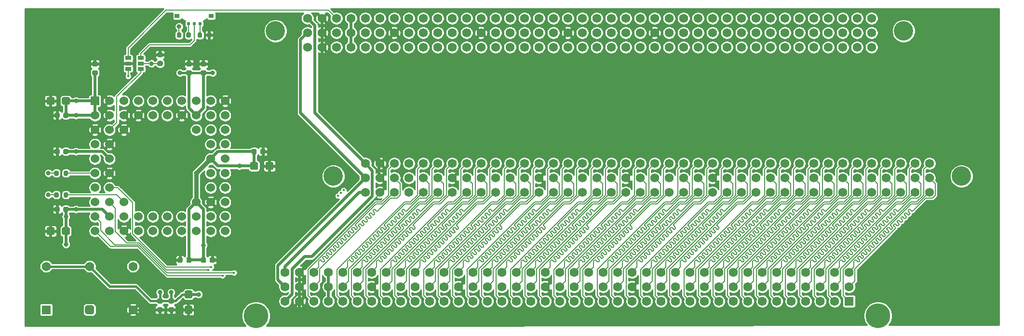
<source format=gbr>
%TF.GenerationSoftware,KiCad,Pcbnew,5.1.9+dfsg1-1~bpo10+1*%
%TF.CreationDate,2024-04-11T15:53:53+02:00*%
%TF.ProjectId,IIsiPDSAdapter,49497369-5044-4534-9164-61707465722e,rev?*%
%TF.SameCoordinates,Original*%
%TF.FileFunction,Copper,L1,Top*%
%TF.FilePolarity,Positive*%
%FSLAX46Y46*%
G04 Gerber Fmt 4.6, Leading zero omitted, Abs format (unit mm)*
G04 Created by KiCad (PCBNEW 5.1.9+dfsg1-1~bpo10+1) date 2024-04-11 15:53:53*
%MOMM*%
%LPD*%
G01*
G04 APERTURE LIST*
%TA.AperFunction,SMDPad,CuDef*%
%ADD10R,0.900000X0.700000*%
%TD*%
%TA.AperFunction,SMDPad,CuDef*%
%ADD11R,0.600000X0.510000*%
%TD*%
%TA.AperFunction,ComponentPad*%
%ADD12C,3.403600*%
%TD*%
%TA.AperFunction,ComponentPad*%
%ADD13C,1.574800*%
%TD*%
%TA.AperFunction,ComponentPad*%
%ADD14C,1.600000*%
%TD*%
%TA.AperFunction,ComponentPad*%
%ADD15R,1.600000X1.600000*%
%TD*%
%TA.AperFunction,SMDPad,CuDef*%
%ADD16R,1.060000X0.650000*%
%TD*%
%TA.AperFunction,ComponentPad*%
%ADD17C,1.524000*%
%TD*%
%TA.AperFunction,ComponentPad*%
%ADD18R,1.524000X1.524000*%
%TD*%
%TA.AperFunction,ComponentPad*%
%ADD19C,4.335000*%
%TD*%
%TA.AperFunction,ComponentPad*%
%ADD20C,1.605000*%
%TD*%
%TA.AperFunction,ComponentPad*%
%ADD21R,1.605000X1.605000*%
%TD*%
%TA.AperFunction,ViaPad*%
%ADD22C,0.800000*%
%TD*%
%TA.AperFunction,ViaPad*%
%ADD23C,0.450000*%
%TD*%
%TA.AperFunction,Conductor*%
%ADD24C,0.508000*%
%TD*%
%TA.AperFunction,Conductor*%
%ADD25C,0.500000*%
%TD*%
%TA.AperFunction,Conductor*%
%ADD26C,0.400000*%
%TD*%
%TA.AperFunction,Conductor*%
%ADD27C,0.200000*%
%TD*%
%TA.AperFunction,Conductor*%
%ADD28C,0.300000*%
%TD*%
%TA.AperFunction,Conductor*%
%ADD29C,0.152400*%
%TD*%
%TA.AperFunction,Conductor*%
%ADD30C,0.800000*%
%TD*%
%TA.AperFunction,Conductor*%
%ADD31C,0.203200*%
%TD*%
%TA.AperFunction,Conductor*%
%ADD32C,0.254000*%
%TD*%
%TA.AperFunction,Conductor*%
%ADD33C,0.100000*%
%TD*%
G04 APERTURE END LIST*
D10*
%TO.P,S1,S2*%
%TO.N,N/C*%
X88000000Y-99925000D03*
%TO.P,S1,S1*%
X82000000Y-99925000D03*
D11*
%TO.P,S1,1*%
%TO.N,Net-(R5-Pad2)*%
X86000000Y-101280000D03*
%TO.P,S1,C*%
%TO.N,clk_ctrl*%
X85000000Y-101280000D03*
%TO.P,S1,2*%
%TO.N,Net-(R4-Pad2)*%
X84000000Y-101280000D03*
%TD*%
D12*
%TO.P,J4,122*%
%TO.N,N/C*%
X219746100Y-128035200D03*
%TO.P,J4,121*%
X109433900Y-128035200D03*
D13*
%TO.P,J4,C40*%
%TO.N,+12V*%
X115060000Y-130880000D03*
%TO.P,J4,C39*%
%TO.N,GND*%
X117600000Y-130880000D03*
%TO.P,J4,C38*%
%TO.N,C16M*%
X120140000Y-130880000D03*
%TO.P,J4,C37*%
%TO.N,+5V*%
X122680000Y-130880000D03*
%TO.P,J4,C36*%
%TO.N,A0*%
X125220000Y-130880000D03*
%TO.P,J4,C35*%
%TO.N,A3*%
X127760000Y-130880000D03*
%TO.P,J4,C34*%
%TO.N,A6*%
X130300000Y-130880000D03*
%TO.P,J4,C33*%
%TO.N,A8*%
X132840000Y-130880000D03*
%TO.P,J4,C32*%
%TO.N,A11*%
X135380000Y-130880000D03*
%TO.P,J4,C31*%
%TO.N,A14*%
X137920000Y-130880000D03*
%TO.P,J4,C30*%
%TO.N,A16*%
X140460000Y-130880000D03*
%TO.P,J4,C29*%
%TO.N,A19*%
X143000000Y-130880000D03*
%TO.P,J4,C28*%
%TO.N,A22*%
X145540000Y-130880000D03*
%TO.P,J4,C27*%
%TO.N,A24*%
X148080000Y-130880000D03*
%TO.P,J4,C26*%
%TO.N,A27*%
X150620000Y-130880000D03*
%TO.P,J4,C25*%
%TO.N,A30*%
X153160000Y-130880000D03*
%TO.P,J4,C24*%
%TO.N,D31*%
X155700000Y-130880000D03*
%TO.P,J4,C23*%
%TO.N,D28*%
X158240000Y-130880000D03*
%TO.P,J4,C22*%
%TO.N,D25*%
X160780000Y-130880000D03*
%TO.P,J4,C21*%
%TO.N,D23*%
X163320000Y-130880000D03*
%TO.P,J4,C20*%
%TO.N,D20*%
X165860000Y-130880000D03*
%TO.P,J4,C19*%
%TO.N,D17*%
X168400000Y-130880000D03*
%TO.P,J4,C18*%
%TO.N,D15*%
X170940000Y-130880000D03*
%TO.P,J4,C17*%
%TO.N,D12*%
X173480000Y-130880000D03*
%TO.P,J4,C16*%
%TO.N,D9*%
X176020000Y-130880000D03*
%TO.P,J4,C15*%
%TO.N,D7*%
X178560000Y-130880000D03*
%TO.P,J4,C14*%
%TO.N,D4*%
X181100000Y-130880000D03*
%TO.P,J4,C13*%
%TO.N,D1*%
X183640000Y-130880000D03*
%TO.P,J4,C12*%
%TO.N,~HALT*%
X186180000Y-130880000D03*
%TO.P,J4,C11*%
%TO.N,FC0*%
X188720000Y-130880000D03*
%TO.P,J4,C10*%
%TO.N,~BR*%
X191260000Y-130880000D03*
%TO.P,J4,C9*%
%TO.N,~AS*%
X193800000Y-130880000D03*
%TO.P,J4,C8*%
%TO.N,~RW*%
X196340000Y-130880000D03*
%TO.P,J4,C7*%
%TO.N,~CBREQ*%
X198880000Y-130880000D03*
%TO.P,J4,C6*%
%TO.N,RMC*%
X201420000Y-130880000D03*
%TO.P,J4,C5*%
%TO.N,IPL0*%
X203960000Y-130880000D03*
%TO.P,J4,C4*%
%TO.N,~IRQ1*%
X206500000Y-130880000D03*
%TO.P,J4,C3*%
%TO.N,~TM0A*%
X209040000Y-130880000D03*
%TO.P,J4,C2*%
%TO.N,~NUBUS*%
X211580000Y-130880000D03*
%TO.P,J4,C1*%
%TO.N,~PFW*%
X214120000Y-130880000D03*
%TO.P,J4,B40*%
%TO.N,-5V*%
X115060000Y-128340000D03*
%TO.P,J4,B39*%
%TO.N,GND*%
X117600000Y-128340000D03*
%TO.P,J4,B38*%
%TO.N,ECLK*%
X120140000Y-128340000D03*
%TO.P,J4,B37*%
%TO.N,+5V*%
X122680000Y-128340000D03*
%TO.P,J4,B36*%
%TO.N,A1*%
X125220000Y-128340000D03*
%TO.P,J4,B35*%
%TO.N,A4*%
X127760000Y-128340000D03*
%TO.P,J4,B34*%
%TO.N,GND*%
X130300000Y-128340000D03*
%TO.P,J4,B33*%
%TO.N,A9*%
X132840000Y-128340000D03*
%TO.P,J4,B32*%
%TO.N,A12*%
X135380000Y-128340000D03*
%TO.P,J4,B31*%
%TO.N,+5V*%
X137920000Y-128340000D03*
%TO.P,J4,B30*%
%TO.N,A17*%
X140460000Y-128340000D03*
%TO.P,J4,B29*%
%TO.N,A20*%
X143000000Y-128340000D03*
%TO.P,J4,B28*%
%TO.N,GND*%
X145540000Y-128340000D03*
%TO.P,J4,B27*%
%TO.N,A25*%
X148080000Y-128340000D03*
%TO.P,J4,B26*%
%TO.N,A28*%
X150620000Y-128340000D03*
%TO.P,J4,B25*%
%TO.N,+5V*%
X153160000Y-128340000D03*
%TO.P,J4,B24*%
%TO.N,D30*%
X155700000Y-128340000D03*
%TO.P,J4,B23*%
%TO.N,D27*%
X158240000Y-128340000D03*
%TO.P,J4,B22*%
%TO.N,GND*%
X160780000Y-128340000D03*
%TO.P,J4,B21*%
%TO.N,D22*%
X163320000Y-128340000D03*
%TO.P,J4,B20*%
%TO.N,D19*%
X165860000Y-128340000D03*
%TO.P,J4,B19*%
%TO.N,+5V*%
X168400000Y-128340000D03*
%TO.P,J4,B18*%
%TO.N,D14*%
X170940000Y-128340000D03*
%TO.P,J4,B17*%
%TO.N,D11*%
X173480000Y-128340000D03*
%TO.P,J4,B16*%
%TO.N,GND*%
X176020000Y-128340000D03*
%TO.P,J4,B15*%
%TO.N,D6*%
X178560000Y-128340000D03*
%TO.P,J4,B14*%
%TO.N,D3*%
X181100000Y-128340000D03*
%TO.P,J4,B13*%
%TO.N,+5V*%
X183640000Y-128340000D03*
%TO.P,J4,B12*%
%TO.N,~BERR*%
X186180000Y-128340000D03*
%TO.P,J4,B11*%
%TO.N,FC1*%
X188720000Y-128340000D03*
%TO.P,J4,B10*%
%TO.N,~BG*%
X191260000Y-128340000D03*
%TO.P,J4,B9*%
%TO.N,SIZ0*%
X193800000Y-128340000D03*
%TO.P,J4,B8*%
%TO.N,~DSACK0*%
X196340000Y-128340000D03*
%TO.P,J4,B7*%
%TO.N,~CBACK*%
X198880000Y-128340000D03*
%TO.P,J4,B6*%
%TO.N,~DS*%
X201420000Y-128340000D03*
%TO.P,J4,B5*%
%TO.N,IPL1*%
X203960000Y-128340000D03*
%TO.P,J4,B4*%
%TO.N,~IRQ2*%
X206500000Y-128340000D03*
%TO.P,J4,B3*%
%TO.N,~TM1A*%
X209040000Y-128340000D03*
%TO.P,J4,B2*%
%TO.N,CACHE*%
X211580000Y-128340000D03*
%TO.P,J4,B1*%
%TO.N,C40M*%
X214120000Y-128340000D03*
%TO.P,J4,A40*%
%TO.N,-12V*%
X115060000Y-125800000D03*
%TO.P,J4,A39*%
%TO.N,GND*%
X117600000Y-125800000D03*
%TO.P,J4,A38*%
%TO.N,CPUCLK*%
X120140000Y-125800000D03*
%TO.P,J4,A37*%
%TO.N,+5V*%
X122680000Y-125800000D03*
%TO.P,J4,A36*%
%TO.N,A2*%
X125220000Y-125800000D03*
%TO.P,J4,A35*%
%TO.N,A5*%
X127760000Y-125800000D03*
%TO.P,J4,A34*%
%TO.N,A7*%
X130300000Y-125800000D03*
%TO.P,J4,A33*%
%TO.N,A10*%
X132840000Y-125800000D03*
%TO.P,J4,A32*%
%TO.N,A13*%
X135380000Y-125800000D03*
%TO.P,J4,A31*%
%TO.N,A15*%
X137920000Y-125800000D03*
%TO.P,J4,A30*%
%TO.N,A18*%
X140460000Y-125800000D03*
%TO.P,J4,A29*%
%TO.N,A21*%
X143000000Y-125800000D03*
%TO.P,J4,A28*%
%TO.N,A23*%
X145540000Y-125800000D03*
%TO.P,J4,A27*%
%TO.N,A26*%
X148080000Y-125800000D03*
%TO.P,J4,A26*%
%TO.N,A29*%
X150620000Y-125800000D03*
%TO.P,J4,A25*%
%TO.N,A31*%
X153160000Y-125800000D03*
%TO.P,J4,A24*%
%TO.N,D29*%
X155700000Y-125800000D03*
%TO.P,J4,A23*%
%TO.N,D26*%
X158240000Y-125800000D03*
%TO.P,J4,A22*%
%TO.N,D24*%
X160780000Y-125800000D03*
%TO.P,J4,A21*%
%TO.N,D21*%
X163320000Y-125800000D03*
%TO.P,J4,A20*%
%TO.N,D18*%
X165860000Y-125800000D03*
%TO.P,J4,A19*%
%TO.N,D16*%
X168400000Y-125800000D03*
%TO.P,J4,A18*%
%TO.N,D13*%
X170940000Y-125800000D03*
%TO.P,J4,A17*%
%TO.N,D10*%
X173480000Y-125800000D03*
%TO.P,J4,A16*%
%TO.N,D8*%
X176020000Y-125800000D03*
%TO.P,J4,A15*%
%TO.N,D5*%
X178560000Y-125800000D03*
%TO.P,J4,A14*%
%TO.N,D2*%
X181100000Y-125800000D03*
%TO.P,J4,A13*%
%TO.N,D0*%
X183640000Y-125800000D03*
%TO.P,J4,A12*%
%TO.N,~RESET*%
X186180000Y-125800000D03*
%TO.P,J4,A11*%
%TO.N,FC2*%
X188720000Y-125800000D03*
%TO.P,J4,A10*%
%TO.N,~BGACK*%
X191260000Y-125800000D03*
%TO.P,J4,A9*%
%TO.N,SIZ1*%
X193800000Y-125800000D03*
%TO.P,J4,A8*%
%TO.N,~DSACK1*%
X196340000Y-125800000D03*
%TO.P,J4,A7*%
%TO.N,~STERM*%
X198880000Y-125800000D03*
%TO.P,J4,A6*%
%TO.N,~CIOUT*%
X201420000Y-125800000D03*
%TO.P,J4,A5*%
%TO.N,IPL2*%
X203960000Y-125800000D03*
%TO.P,J4,A4*%
%TO.N,~IRQ3*%
X206500000Y-125800000D03*
%TO.P,J4,A3*%
%TO.N,~BUSLOCk*%
X209040000Y-125800000D03*
%TO.P,J4,A2*%
%TO.N,~FPU*%
X211580000Y-125800000D03*
%TO.P,J4,A1*%
%TO.N,~RBV*%
X214120000Y-125800000D03*
%TD*%
%TO.P,C16,2*%
%TO.N,GND*%
%TA.AperFunction,SMDPad,CuDef*%
G36*
G01*
X86870000Y-108775000D02*
X86370000Y-108775000D01*
G75*
G02*
X86145000Y-108550000I0J225000D01*
G01*
X86145000Y-108100000D01*
G75*
G02*
X86370000Y-107875000I225000J0D01*
G01*
X86870000Y-107875000D01*
G75*
G02*
X87095000Y-108100000I0J-225000D01*
G01*
X87095000Y-108550000D01*
G75*
G02*
X86870000Y-108775000I-225000J0D01*
G01*
G37*
%TD.AperFunction*%
%TO.P,C16,1*%
%TO.N,+5V*%
%TA.AperFunction,SMDPad,CuDef*%
G36*
G01*
X86870000Y-110325000D02*
X86370000Y-110325000D01*
G75*
G02*
X86145000Y-110100000I0J225000D01*
G01*
X86145000Y-109650000D01*
G75*
G02*
X86370000Y-109425000I225000J0D01*
G01*
X86870000Y-109425000D01*
G75*
G02*
X87095000Y-109650000I0J-225000D01*
G01*
X87095000Y-110100000D01*
G75*
G02*
X86870000Y-110325000I-225000J0D01*
G01*
G37*
%TD.AperFunction*%
%TD*%
%TO.P,X1,EN1*%
%TO.N,N/C*%
%TA.AperFunction,ComponentPad*%
G36*
G01*
X65820000Y-151900000D02*
X65820000Y-151100000D01*
G75*
G02*
X66220000Y-150700000I400000J0D01*
G01*
X67020000Y-150700000D01*
G75*
G02*
X67420000Y-151100000I0J-400000D01*
G01*
X67420000Y-151900000D01*
G75*
G02*
X67020000Y-152300000I-400000J0D01*
G01*
X66220000Y-152300000D01*
G75*
G02*
X65820000Y-151900000I0J400000D01*
G01*
G37*
%TD.AperFunction*%
D14*
%TO.P,X1,Vcc*%
%TO.N,+5V*%
X66620000Y-143880000D03*
%TO.P,X1,GND*%
%TO.N,GND*%
X74240000Y-151500000D03*
%TO.P,X1,OUT*%
%TO.N,CLK_32_000*%
X74240000Y-143880000D03*
%TO.P,X1,Vcc*%
%TO.N,+5V*%
X59000000Y-143880000D03*
D15*
%TO.P,X1,EN2*%
%TO.N,N/C*%
X59000000Y-151500000D03*
%TD*%
%TO.P,C15,2*%
%TO.N,GND*%
%TA.AperFunction,SMDPad,CuDef*%
G36*
G01*
X83574999Y-150800000D02*
X84425001Y-150800000D01*
G75*
G02*
X84675000Y-151049999I0J-249999D01*
G01*
X84675000Y-151950001D01*
G75*
G02*
X84425001Y-152200000I-249999J0D01*
G01*
X83574999Y-152200000D01*
G75*
G02*
X83325000Y-151950001I0J249999D01*
G01*
X83325000Y-151049999D01*
G75*
G02*
X83574999Y-150800000I249999J0D01*
G01*
G37*
%TD.AperFunction*%
%TO.P,C15,1*%
%TO.N,+5V*%
%TA.AperFunction,SMDPad,CuDef*%
G36*
G01*
X83574999Y-148100000D02*
X84425001Y-148100000D01*
G75*
G02*
X84675000Y-148349999I0J-249999D01*
G01*
X84675000Y-149250001D01*
G75*
G02*
X84425001Y-149500000I-249999J0D01*
G01*
X83574999Y-149500000D01*
G75*
G02*
X83325000Y-149250001I0J249999D01*
G01*
X83325000Y-148349999D01*
G75*
G02*
X83574999Y-148100000I249999J0D01*
G01*
G37*
%TD.AperFunction*%
%TD*%
D16*
%TO.P,U1,5*%
%TO.N,+5V*%
X75600000Y-108250000D03*
%TO.P,U1,6*%
%TO.N,clk_ctrl*%
X75600000Y-107300000D03*
%TO.P,U1,4*%
%TO.N,FPUCLK*%
X75600000Y-109200000D03*
%TO.P,U1,3*%
%TO.N,CLK_32_000*%
X73400000Y-109200000D03*
%TO.P,U1,2*%
%TO.N,GND*%
X73400000Y-108250000D03*
%TO.P,U1,1*%
%TO.N,CPUCLK*%
X73400000Y-107300000D03*
%TD*%
%TO.P,R5,2*%
%TO.N,Net-(R5-Pad2)*%
%TA.AperFunction,SMDPad,CuDef*%
G36*
G01*
X86391000Y-102975000D02*
X86391000Y-103525000D01*
G75*
G02*
X86191000Y-103725000I-200000J0D01*
G01*
X85791000Y-103725000D01*
G75*
G02*
X85591000Y-103525000I0J200000D01*
G01*
X85591000Y-102975000D01*
G75*
G02*
X85791000Y-102775000I200000J0D01*
G01*
X86191000Y-102775000D01*
G75*
G02*
X86391000Y-102975000I0J-200000D01*
G01*
G37*
%TD.AperFunction*%
%TO.P,R5,1*%
%TO.N,GND*%
%TA.AperFunction,SMDPad,CuDef*%
G36*
G01*
X88041000Y-102975000D02*
X88041000Y-103525000D01*
G75*
G02*
X87841000Y-103725000I-200000J0D01*
G01*
X87441000Y-103725000D01*
G75*
G02*
X87241000Y-103525000I0J200000D01*
G01*
X87241000Y-102975000D01*
G75*
G02*
X87441000Y-102775000I200000J0D01*
G01*
X87841000Y-102775000D01*
G75*
G02*
X88041000Y-102975000I0J-200000D01*
G01*
G37*
%TD.AperFunction*%
%TD*%
%TO.P,R4,2*%
%TO.N,Net-(R4-Pad2)*%
%TA.AperFunction,SMDPad,CuDef*%
G36*
G01*
X83600000Y-103525000D02*
X83600000Y-102975000D01*
G75*
G02*
X83800000Y-102775000I200000J0D01*
G01*
X84200000Y-102775000D01*
G75*
G02*
X84400000Y-102975000I0J-200000D01*
G01*
X84400000Y-103525000D01*
G75*
G02*
X84200000Y-103725000I-200000J0D01*
G01*
X83800000Y-103725000D01*
G75*
G02*
X83600000Y-103525000I0J200000D01*
G01*
G37*
%TD.AperFunction*%
%TO.P,R4,1*%
%TO.N,+5V*%
%TA.AperFunction,SMDPad,CuDef*%
G36*
G01*
X81950000Y-103525000D02*
X81950000Y-102975000D01*
G75*
G02*
X82150000Y-102775000I200000J0D01*
G01*
X82550000Y-102775000D01*
G75*
G02*
X82750000Y-102975000I0J-200000D01*
G01*
X82750000Y-103525000D01*
G75*
G02*
X82550000Y-103725000I-200000J0D01*
G01*
X82150000Y-103725000D01*
G75*
G02*
X81950000Y-103525000I0J200000D01*
G01*
G37*
%TD.AperFunction*%
%TD*%
%TO.P,C14,2*%
%TO.N,GND*%
%TA.AperFunction,SMDPad,CuDef*%
G36*
G01*
X79250000Y-107150000D02*
X78750000Y-107150000D01*
G75*
G02*
X78525000Y-106925000I0J225000D01*
G01*
X78525000Y-106475000D01*
G75*
G02*
X78750000Y-106250000I225000J0D01*
G01*
X79250000Y-106250000D01*
G75*
G02*
X79475000Y-106475000I0J-225000D01*
G01*
X79475000Y-106925000D01*
G75*
G02*
X79250000Y-107150000I-225000J0D01*
G01*
G37*
%TD.AperFunction*%
%TO.P,C14,1*%
%TO.N,+5V*%
%TA.AperFunction,SMDPad,CuDef*%
G36*
G01*
X79250000Y-108700000D02*
X78750000Y-108700000D01*
G75*
G02*
X78525000Y-108475000I0J225000D01*
G01*
X78525000Y-108025000D01*
G75*
G02*
X78750000Y-107800000I225000J0D01*
G01*
X79250000Y-107800000D01*
G75*
G02*
X79475000Y-108025000I0J-225000D01*
G01*
X79475000Y-108475000D01*
G75*
G02*
X79250000Y-108700000I-225000J0D01*
G01*
G37*
%TD.AperFunction*%
%TD*%
%TO.P,C7,2*%
%TO.N,GND*%
%TA.AperFunction,SMDPad,CuDef*%
G36*
G01*
X87720000Y-143013000D02*
X87720000Y-142513000D01*
G75*
G02*
X87945000Y-142288000I225000J0D01*
G01*
X88395000Y-142288000D01*
G75*
G02*
X88620000Y-142513000I0J-225000D01*
G01*
X88620000Y-143013000D01*
G75*
G02*
X88395000Y-143238000I-225000J0D01*
G01*
X87945000Y-143238000D01*
G75*
G02*
X87720000Y-143013000I0J225000D01*
G01*
G37*
%TD.AperFunction*%
%TO.P,C7,1*%
%TO.N,+5V*%
%TA.AperFunction,SMDPad,CuDef*%
G36*
G01*
X86170000Y-143013000D02*
X86170000Y-142513000D01*
G75*
G02*
X86395000Y-142288000I225000J0D01*
G01*
X86845000Y-142288000D01*
G75*
G02*
X87070000Y-142513000I0J-225000D01*
G01*
X87070000Y-143013000D01*
G75*
G02*
X86845000Y-143238000I-225000J0D01*
G01*
X86395000Y-143238000D01*
G75*
G02*
X86170000Y-143013000I0J225000D01*
G01*
G37*
%TD.AperFunction*%
%TD*%
%TO.P,C4,2*%
%TO.N,GND*%
%TA.AperFunction,SMDPad,CuDef*%
G36*
G01*
X96610000Y-123960000D02*
X96610000Y-123460000D01*
G75*
G02*
X96835000Y-123235000I225000J0D01*
G01*
X97285000Y-123235000D01*
G75*
G02*
X97510000Y-123460000I0J-225000D01*
G01*
X97510000Y-123960000D01*
G75*
G02*
X97285000Y-124185000I-225000J0D01*
G01*
X96835000Y-124185000D01*
G75*
G02*
X96610000Y-123960000I0J225000D01*
G01*
G37*
%TD.AperFunction*%
%TO.P,C4,1*%
%TO.N,+5V*%
%TA.AperFunction,SMDPad,CuDef*%
G36*
G01*
X95060000Y-123960000D02*
X95060000Y-123460000D01*
G75*
G02*
X95285000Y-123235000I225000J0D01*
G01*
X95735000Y-123235000D01*
G75*
G02*
X95960000Y-123460000I0J-225000D01*
G01*
X95960000Y-123960000D01*
G75*
G02*
X95735000Y-124185000I-225000J0D01*
G01*
X95285000Y-124185000D01*
G75*
G02*
X95060000Y-123960000I0J225000D01*
G01*
G37*
%TD.AperFunction*%
%TD*%
%TO.P,C3,2*%
%TO.N,GND*%
%TA.AperFunction,SMDPad,CuDef*%
G36*
G01*
X84330000Y-108775000D02*
X83830000Y-108775000D01*
G75*
G02*
X83605000Y-108550000I0J225000D01*
G01*
X83605000Y-108100000D01*
G75*
G02*
X83830000Y-107875000I225000J0D01*
G01*
X84330000Y-107875000D01*
G75*
G02*
X84555000Y-108100000I0J-225000D01*
G01*
X84555000Y-108550000D01*
G75*
G02*
X84330000Y-108775000I-225000J0D01*
G01*
G37*
%TD.AperFunction*%
%TO.P,C3,1*%
%TO.N,+5V*%
%TA.AperFunction,SMDPad,CuDef*%
G36*
G01*
X84330000Y-110325000D02*
X83830000Y-110325000D01*
G75*
G02*
X83605000Y-110100000I0J225000D01*
G01*
X83605000Y-109650000D01*
G75*
G02*
X83830000Y-109425000I225000J0D01*
G01*
X84330000Y-109425000D01*
G75*
G02*
X84555000Y-109650000I0J-225000D01*
G01*
X84555000Y-110100000D01*
G75*
G02*
X84330000Y-110325000I-225000J0D01*
G01*
G37*
%TD.AperFunction*%
%TD*%
%TO.P,C2,2*%
%TO.N,GND*%
%TA.AperFunction,SMDPad,CuDef*%
G36*
G01*
X61370000Y-123460000D02*
X61370000Y-123960000D01*
G75*
G02*
X61145000Y-124185000I-225000J0D01*
G01*
X60695000Y-124185000D01*
G75*
G02*
X60470000Y-123960000I0J225000D01*
G01*
X60470000Y-123460000D01*
G75*
G02*
X60695000Y-123235000I225000J0D01*
G01*
X61145000Y-123235000D01*
G75*
G02*
X61370000Y-123460000I0J-225000D01*
G01*
G37*
%TD.AperFunction*%
%TO.P,C2,1*%
%TO.N,+5V*%
%TA.AperFunction,SMDPad,CuDef*%
G36*
G01*
X62920000Y-123460000D02*
X62920000Y-123960000D01*
G75*
G02*
X62695000Y-124185000I-225000J0D01*
G01*
X62245000Y-124185000D01*
G75*
G02*
X62020000Y-123960000I0J225000D01*
G01*
X62020000Y-123460000D01*
G75*
G02*
X62245000Y-123235000I225000J0D01*
G01*
X62695000Y-123235000D01*
G75*
G02*
X62920000Y-123460000I0J-225000D01*
G01*
G37*
%TD.AperFunction*%
%TD*%
%TO.P,C1,2*%
%TO.N,GND*%
%TA.AperFunction,SMDPad,CuDef*%
G36*
G01*
X61370000Y-133620000D02*
X61370000Y-134120000D01*
G75*
G02*
X61145000Y-134345000I-225000J0D01*
G01*
X60695000Y-134345000D01*
G75*
G02*
X60470000Y-134120000I0J225000D01*
G01*
X60470000Y-133620000D01*
G75*
G02*
X60695000Y-133395000I225000J0D01*
G01*
X61145000Y-133395000D01*
G75*
G02*
X61370000Y-133620000I0J-225000D01*
G01*
G37*
%TD.AperFunction*%
%TO.P,C1,1*%
%TO.N,+5V*%
%TA.AperFunction,SMDPad,CuDef*%
G36*
G01*
X62920000Y-133620000D02*
X62920000Y-134120000D01*
G75*
G02*
X62695000Y-134345000I-225000J0D01*
G01*
X62245000Y-134345000D01*
G75*
G02*
X62020000Y-134120000I0J225000D01*
G01*
X62020000Y-133620000D01*
G75*
G02*
X62245000Y-133395000I225000J0D01*
G01*
X62695000Y-133395000D01*
G75*
G02*
X62920000Y-133620000I0J-225000D01*
G01*
G37*
%TD.AperFunction*%
%TD*%
D17*
%TO.P,J2,A10*%
%TO.N,GND*%
X90430000Y-114820000D03*
%TO.P,J2,A9*%
%TO.N,D8*%
X87890000Y-114820000D03*
%TO.P,J2,A8*%
%TO.N,D7*%
X85350000Y-114820000D03*
%TO.P,J2,A7*%
%TO.N,D6*%
X82810000Y-114820000D03*
%TO.P,J2,A6*%
%TO.N,D4*%
X80270000Y-114820000D03*
%TO.P,J2,A5*%
%TO.N,D3*%
X77730000Y-114820000D03*
%TO.P,J2,A4*%
%TO.N,D1*%
X75190000Y-114820000D03*
%TO.P,J2,A3*%
%TO.N,D0*%
X72650000Y-114820000D03*
%TO.P,J2,A2*%
%TO.N,GND*%
X70110000Y-114820000D03*
D18*
%TO.P,J2,A1*%
%TO.N,+5V*%
X67570000Y-114820000D03*
D17*
%TO.P,J2,B10*%
%TO.N,D11*%
X90430000Y-117360000D03*
%TO.P,J2,B9*%
%TO.N,D10*%
X87890000Y-117360000D03*
%TO.P,J2,B8*%
%TO.N,+5V*%
X85350000Y-117360000D03*
%TO.P,J2,B7*%
%TO.N,GND*%
X82810000Y-117360000D03*
%TO.P,J2,B6*%
%TO.N,D5*%
X80270000Y-117360000D03*
%TO.P,J2,B5*%
%TO.N,D2*%
X77730000Y-117360000D03*
%TO.P,J2,B4*%
%TO.N,GND*%
X75190000Y-117360000D03*
%TO.P,J2,B3*%
X72650000Y-117360000D03*
%TO.P,J2,B2*%
X70110000Y-117360000D03*
%TO.P,J2,B1*%
%TO.N,+5V*%
X67570000Y-117360000D03*
%TO.P,J2,C10*%
%TO.N,D14*%
X90430000Y-119900000D03*
%TO.P,J2,C9*%
%TO.N,D13*%
X87890000Y-119900000D03*
%TO.P,J2,C8*%
%TO.N,D9*%
X85350000Y-119900000D03*
%TO.P,J2,C3*%
%TO.N,GND*%
X72650000Y-119900000D03*
%TO.P,J2,C2*%
%TO.N,FPUCLK*%
X70110000Y-119900000D03*
%TO.P,J2,C1*%
%TO.N,GND*%
X67570000Y-119900000D03*
%TO.P,J2,D10*%
%TO.N,D15*%
X90430000Y-122440000D03*
%TO.P,J2,D9*%
%TO.N,D12*%
X87890000Y-122440000D03*
%TO.P,J2,D2*%
%TO.N,GND*%
X70110000Y-122440000D03*
%TO.P,J2,D1*%
%TO.N,~RESET*%
X67570000Y-122440000D03*
%TO.P,J2,E10*%
%TO.N,GND*%
X90430000Y-124980000D03*
%TO.P,J2,E9*%
%TO.N,+5V*%
X87890000Y-124980000D03*
%TO.P,J2,E2*%
X70110000Y-124980000D03*
%TO.P,J2,E1*%
%TO.N,N/C*%
X67570000Y-124980000D03*
%TO.P,J2,F10*%
%TO.N,D16*%
X90430000Y-127520000D03*
%TO.P,J2,F9*%
%TO.N,D17*%
X87890000Y-127520000D03*
%TO.P,J2,F2*%
%TO.N,GND*%
X70110000Y-127520000D03*
%TO.P,J2,F1*%
%TO.N,Net-(J2-PadF1)*%
X67570000Y-127520000D03*
%TO.P,J2,G10*%
%TO.N,D18*%
X90430000Y-130060000D03*
%TO.P,J2,G9*%
%TO.N,D20*%
X87890000Y-130060000D03*
%TO.P,J2,G2*%
%TO.N,A4*%
X70110000Y-130060000D03*
%TO.P,J2,G1*%
%TO.N,~DS*%
X67570000Y-130060000D03*
%TO.P,J2,H10*%
%TO.N,D19*%
X90430000Y-132600000D03*
%TO.P,J2,H9*%
%TO.N,GND*%
X87890000Y-132600000D03*
%TO.P,J2,H8*%
%TO.N,+5V*%
X85350000Y-132600000D03*
%TO.P,J2,H3*%
%TO.N,Net-(J2-PadH3)*%
X72650000Y-132600000D03*
%TO.P,J2,H2*%
%TO.N,A2*%
X70110000Y-132600000D03*
%TO.P,J2,H1*%
%TO.N,~AS*%
X67570000Y-132600000D03*
%TO.P,J2,J10*%
%TO.N,D21*%
X90430000Y-135140000D03*
%TO.P,J2,J9*%
%TO.N,D23*%
X87890000Y-135140000D03*
%TO.P,J2,J8*%
%TO.N,GND*%
X85350000Y-135140000D03*
%TO.P,J2,J7*%
%TO.N,D25*%
X82810000Y-135140000D03*
%TO.P,J2,J6*%
%TO.N,D28*%
X80270000Y-135140000D03*
%TO.P,J2,J5*%
%TO.N,D31*%
X77730000Y-135140000D03*
%TO.P,J2,J4*%
%TO.N,~DSACK0*%
X75190000Y-135140000D03*
%TO.P,J2,J3*%
%TO.N,~FPU*%
X72650000Y-135140000D03*
%TO.P,J2,J2*%
%TO.N,+5V*%
X70110000Y-135140000D03*
%TO.P,J2,J1*%
%TO.N,A3*%
X67570000Y-135140000D03*
%TO.P,J2,K10*%
%TO.N,D22*%
X90430000Y-137680000D03*
%TO.P,J2,K9*%
%TO.N,D24*%
X87890000Y-137680000D03*
%TO.P,J2,K8*%
%TO.N,D26*%
X85350000Y-137680000D03*
%TO.P,J2,K7*%
%TO.N,D27*%
X82810000Y-137680000D03*
%TO.P,J2,K6*%
%TO.N,D29*%
X80270000Y-137680000D03*
%TO.P,J2,K5*%
%TO.N,D30*%
X77730000Y-137680000D03*
%TO.P,J2,K4*%
%TO.N,~DSACK1*%
X75190000Y-137680000D03*
%TO.P,J2,K3*%
%TO.N,GND*%
X72650000Y-137680000D03*
%TO.P,J2,K2*%
%TO.N,~RW*%
X70110000Y-137680000D03*
%TO.P,J2,K1*%
%TO.N,A1*%
X67570000Y-137680000D03*
%TD*%
%TO.P,C13,2*%
%TO.N,GND*%
%TA.AperFunction,SMDPad,CuDef*%
G36*
G01*
X60470000Y-137254999D02*
X60470000Y-138105001D01*
G75*
G02*
X60220001Y-138355000I-249999J0D01*
G01*
X59319999Y-138355000D01*
G75*
G02*
X59070000Y-138105001I0J249999D01*
G01*
X59070000Y-137254999D01*
G75*
G02*
X59319999Y-137005000I249999J0D01*
G01*
X60220001Y-137005000D01*
G75*
G02*
X60470000Y-137254999I0J-249999D01*
G01*
G37*
%TD.AperFunction*%
%TO.P,C13,1*%
%TO.N,+5V*%
%TA.AperFunction,SMDPad,CuDef*%
G36*
G01*
X63170000Y-137254999D02*
X63170000Y-138105001D01*
G75*
G02*
X62920001Y-138355000I-249999J0D01*
G01*
X62019999Y-138355000D01*
G75*
G02*
X61770000Y-138105001I0J249999D01*
G01*
X61770000Y-137254999D01*
G75*
G02*
X62019999Y-137005000I249999J0D01*
G01*
X62920001Y-137005000D01*
G75*
G02*
X63170000Y-137254999I0J-249999D01*
G01*
G37*
%TD.AperFunction*%
%TD*%
%TO.P,C8,2*%
%TO.N,GND*%
%TA.AperFunction,SMDPad,CuDef*%
G36*
G01*
X82980000Y-142513000D02*
X82980000Y-143013000D01*
G75*
G02*
X82755000Y-143238000I-225000J0D01*
G01*
X82305000Y-143238000D01*
G75*
G02*
X82080000Y-143013000I0J225000D01*
G01*
X82080000Y-142513000D01*
G75*
G02*
X82305000Y-142288000I225000J0D01*
G01*
X82755000Y-142288000D01*
G75*
G02*
X82980000Y-142513000I0J-225000D01*
G01*
G37*
%TD.AperFunction*%
%TO.P,C8,1*%
%TO.N,+5V*%
%TA.AperFunction,SMDPad,CuDef*%
G36*
G01*
X84530000Y-142513000D02*
X84530000Y-143013000D01*
G75*
G02*
X84305000Y-143238000I-225000J0D01*
G01*
X83855000Y-143238000D01*
G75*
G02*
X83630000Y-143013000I0J225000D01*
G01*
X83630000Y-142513000D01*
G75*
G02*
X83855000Y-142288000I225000J0D01*
G01*
X84305000Y-142288000D01*
G75*
G02*
X84530000Y-142513000I0J-225000D01*
G01*
G37*
%TD.AperFunction*%
%TD*%
%TO.P,C12,2*%
%TO.N,GND*%
%TA.AperFunction,SMDPad,CuDef*%
G36*
G01*
X60470000Y-114394999D02*
X60470000Y-115245001D01*
G75*
G02*
X60220001Y-115495000I-249999J0D01*
G01*
X59319999Y-115495000D01*
G75*
G02*
X59070000Y-115245001I0J249999D01*
G01*
X59070000Y-114394999D01*
G75*
G02*
X59319999Y-114145000I249999J0D01*
G01*
X60220001Y-114145000D01*
G75*
G02*
X60470000Y-114394999I0J-249999D01*
G01*
G37*
%TD.AperFunction*%
%TO.P,C12,1*%
%TO.N,+5V*%
%TA.AperFunction,SMDPad,CuDef*%
G36*
G01*
X63170000Y-114394999D02*
X63170000Y-115245001D01*
G75*
G02*
X62920001Y-115495000I-249999J0D01*
G01*
X62019999Y-115495000D01*
G75*
G02*
X61770000Y-115245001I0J249999D01*
G01*
X61770000Y-114394999D01*
G75*
G02*
X62019999Y-114145000I249999J0D01*
G01*
X62920001Y-114145000D01*
G75*
G02*
X63170000Y-114394999I0J-249999D01*
G01*
G37*
%TD.AperFunction*%
%TD*%
%TO.P,C11,2*%
%TO.N,GND*%
%TA.AperFunction,SMDPad,CuDef*%
G36*
G01*
X97510000Y-126675001D02*
X97510000Y-125824999D01*
G75*
G02*
X97759999Y-125575000I249999J0D01*
G01*
X98660001Y-125575000D01*
G75*
G02*
X98910000Y-125824999I0J-249999D01*
G01*
X98910000Y-126675001D01*
G75*
G02*
X98660001Y-126925000I-249999J0D01*
G01*
X97759999Y-126925000D01*
G75*
G02*
X97510000Y-126675001I0J249999D01*
G01*
G37*
%TD.AperFunction*%
%TO.P,C11,1*%
%TO.N,+5V*%
%TA.AperFunction,SMDPad,CuDef*%
G36*
G01*
X94810000Y-126675001D02*
X94810000Y-125824999D01*
G75*
G02*
X95059999Y-125575000I249999J0D01*
G01*
X95960001Y-125575000D01*
G75*
G02*
X96210000Y-125824999I0J-249999D01*
G01*
X96210000Y-126675001D01*
G75*
G02*
X95960001Y-126925000I-249999J0D01*
G01*
X95059999Y-126925000D01*
G75*
G02*
X94810000Y-126675001I0J249999D01*
G01*
G37*
%TD.AperFunction*%
%TD*%
%TO.P,C10,2*%
%TO.N,GND*%
%TA.AperFunction,SMDPad,CuDef*%
G36*
G01*
X80720000Y-151050000D02*
X81220000Y-151050000D01*
G75*
G02*
X81445000Y-151275000I0J-225000D01*
G01*
X81445000Y-151725000D01*
G75*
G02*
X81220000Y-151950000I-225000J0D01*
G01*
X80720000Y-151950000D01*
G75*
G02*
X80495000Y-151725000I0J225000D01*
G01*
X80495000Y-151275000D01*
G75*
G02*
X80720000Y-151050000I225000J0D01*
G01*
G37*
%TD.AperFunction*%
%TO.P,C10,1*%
%TO.N,+5V*%
%TA.AperFunction,SMDPad,CuDef*%
G36*
G01*
X80720000Y-149500000D02*
X81220000Y-149500000D01*
G75*
G02*
X81445000Y-149725000I0J-225000D01*
G01*
X81445000Y-150175000D01*
G75*
G02*
X81220000Y-150400000I-225000J0D01*
G01*
X80720000Y-150400000D01*
G75*
G02*
X80495000Y-150175000I0J225000D01*
G01*
X80495000Y-149725000D01*
G75*
G02*
X80720000Y-149500000I225000J0D01*
G01*
G37*
%TD.AperFunction*%
%TD*%
%TO.P,C9,2*%
%TO.N,GND*%
%TA.AperFunction,SMDPad,CuDef*%
G36*
G01*
X78720000Y-151050000D02*
X79220000Y-151050000D01*
G75*
G02*
X79445000Y-151275000I0J-225000D01*
G01*
X79445000Y-151725000D01*
G75*
G02*
X79220000Y-151950000I-225000J0D01*
G01*
X78720000Y-151950000D01*
G75*
G02*
X78495000Y-151725000I0J225000D01*
G01*
X78495000Y-151275000D01*
G75*
G02*
X78720000Y-151050000I225000J0D01*
G01*
G37*
%TD.AperFunction*%
%TO.P,C9,1*%
%TO.N,+5V*%
%TA.AperFunction,SMDPad,CuDef*%
G36*
G01*
X78720000Y-149500000D02*
X79220000Y-149500000D01*
G75*
G02*
X79445000Y-149725000I0J-225000D01*
G01*
X79445000Y-150175000D01*
G75*
G02*
X79220000Y-150400000I-225000J0D01*
G01*
X78720000Y-150400000D01*
G75*
G02*
X78495000Y-150175000I0J225000D01*
G01*
X78495000Y-149725000D01*
G75*
G02*
X78720000Y-149500000I225000J0D01*
G01*
G37*
%TD.AperFunction*%
%TD*%
%TO.P,R2,2*%
%TO.N,+5V*%
%TA.AperFunction,SMDPad,CuDef*%
G36*
G01*
X61220000Y-131055000D02*
X61220000Y-131605000D01*
G75*
G02*
X61020000Y-131805000I-200000J0D01*
G01*
X60620000Y-131805000D01*
G75*
G02*
X60420000Y-131605000I0J200000D01*
G01*
X60420000Y-131055000D01*
G75*
G02*
X60620000Y-130855000I200000J0D01*
G01*
X61020000Y-130855000D01*
G75*
G02*
X61220000Y-131055000I0J-200000D01*
G01*
G37*
%TD.AperFunction*%
%TO.P,R2,1*%
%TO.N,Net-(J2-PadH3)*%
%TA.AperFunction,SMDPad,CuDef*%
G36*
G01*
X62870000Y-131055000D02*
X62870000Y-131605000D01*
G75*
G02*
X62670000Y-131805000I-200000J0D01*
G01*
X62270000Y-131805000D01*
G75*
G02*
X62070000Y-131605000I0J200000D01*
G01*
X62070000Y-131055000D01*
G75*
G02*
X62270000Y-130855000I200000J0D01*
G01*
X62670000Y-130855000D01*
G75*
G02*
X62870000Y-131055000I0J-200000D01*
G01*
G37*
%TD.AperFunction*%
%TD*%
%TO.P,R1,2*%
%TO.N,+5V*%
%TA.AperFunction,SMDPad,CuDef*%
G36*
G01*
X61220000Y-127245000D02*
X61220000Y-127795000D01*
G75*
G02*
X61020000Y-127995000I-200000J0D01*
G01*
X60620000Y-127995000D01*
G75*
G02*
X60420000Y-127795000I0J200000D01*
G01*
X60420000Y-127245000D01*
G75*
G02*
X60620000Y-127045000I200000J0D01*
G01*
X61020000Y-127045000D01*
G75*
G02*
X61220000Y-127245000I0J-200000D01*
G01*
G37*
%TD.AperFunction*%
%TO.P,R1,1*%
%TO.N,Net-(J2-PadF1)*%
%TA.AperFunction,SMDPad,CuDef*%
G36*
G01*
X62870000Y-127245000D02*
X62870000Y-127795000D01*
G75*
G02*
X62670000Y-127995000I-200000J0D01*
G01*
X62270000Y-127995000D01*
G75*
G02*
X62070000Y-127795000I0J200000D01*
G01*
X62070000Y-127245000D01*
G75*
G02*
X62270000Y-127045000I200000J0D01*
G01*
X62670000Y-127045000D01*
G75*
G02*
X62870000Y-127245000I0J-200000D01*
G01*
G37*
%TD.AperFunction*%
%TD*%
D19*
%TO.P,J1,MH2*%
%TO.N,N/C*%
X95860000Y-152540000D03*
%TO.P,J1,MH1*%
X205080000Y-152540000D03*
D20*
%TO.P,J1,C40*%
%TO.N,+12V*%
X100940000Y-144920000D03*
%TO.P,J1,C39*%
%TO.N,GND*%
X103480000Y-144920000D03*
%TO.P,J1,C38*%
%TO.N,C16M*%
X106020000Y-144920000D03*
%TO.P,J1,C37*%
%TO.N,+5V*%
X108560000Y-144920000D03*
%TO.P,J1,C36*%
%TO.N,A0*%
X111100000Y-144920000D03*
%TO.P,J1,C35*%
%TO.N,A3*%
X113640000Y-144920000D03*
%TO.P,J1,C34*%
%TO.N,A6*%
X116180000Y-144920000D03*
%TO.P,J1,C33*%
%TO.N,A8*%
X118720000Y-144920000D03*
%TO.P,J1,C32*%
%TO.N,A11*%
X121260000Y-144920000D03*
%TO.P,J1,C31*%
%TO.N,A14*%
X123800000Y-144920000D03*
%TO.P,J1,C30*%
%TO.N,A16*%
X126340000Y-144920000D03*
%TO.P,J1,C29*%
%TO.N,A19*%
X128880000Y-144920000D03*
%TO.P,J1,C28*%
%TO.N,A22*%
X131420000Y-144920000D03*
%TO.P,J1,C27*%
%TO.N,A24*%
X133960000Y-144920000D03*
%TO.P,J1,C26*%
%TO.N,A27*%
X136500000Y-144920000D03*
%TO.P,J1,C25*%
%TO.N,A30*%
X139040000Y-144920000D03*
%TO.P,J1,C24*%
%TO.N,D31*%
X141580000Y-144920000D03*
%TO.P,J1,C23*%
%TO.N,D28*%
X144120000Y-144920000D03*
%TO.P,J1,C22*%
%TO.N,D25*%
X146660000Y-144920000D03*
%TO.P,J1,C21*%
%TO.N,D23*%
X149200000Y-144920000D03*
%TO.P,J1,C20*%
%TO.N,D20*%
X151740000Y-144920000D03*
%TO.P,J1,C19*%
%TO.N,D17*%
X154280000Y-144920000D03*
%TO.P,J1,C18*%
%TO.N,D15*%
X156820000Y-144920000D03*
%TO.P,J1,C17*%
%TO.N,D12*%
X159360000Y-144920000D03*
%TO.P,J1,C16*%
%TO.N,D9*%
X161900000Y-144920000D03*
%TO.P,J1,C15*%
%TO.N,D7*%
X164440000Y-144920000D03*
%TO.P,J1,C14*%
%TO.N,D4*%
X166980000Y-144920000D03*
%TO.P,J1,C13*%
%TO.N,D1*%
X169520000Y-144920000D03*
%TO.P,J1,C12*%
%TO.N,~HALT*%
X172060000Y-144920000D03*
%TO.P,J1,C11*%
%TO.N,FC0*%
X174600000Y-144920000D03*
%TO.P,J1,C10*%
%TO.N,~BR*%
X177140000Y-144920000D03*
%TO.P,J1,C9*%
%TO.N,~AS*%
X179680000Y-144920000D03*
%TO.P,J1,C8*%
%TO.N,~RW*%
X182220000Y-144920000D03*
%TO.P,J1,C7*%
%TO.N,~CBREQ*%
X184760000Y-144920000D03*
%TO.P,J1,C6*%
%TO.N,RMC*%
X187300000Y-144920000D03*
%TO.P,J1,C5*%
%TO.N,IPL0*%
X189840000Y-144920000D03*
%TO.P,J1,C4*%
%TO.N,~IRQ1*%
X192380000Y-144920000D03*
%TO.P,J1,C3*%
%TO.N,~TM0A*%
X194920000Y-144920000D03*
%TO.P,J1,C2*%
%TO.N,~NUBUS*%
X197460000Y-144920000D03*
%TO.P,J1,C1*%
%TO.N,~PFW*%
X200000000Y-144920000D03*
%TO.P,J1,B40*%
%TO.N,-5V*%
X100940000Y-147460000D03*
%TO.P,J1,B39*%
%TO.N,GND*%
X103480000Y-147460000D03*
%TO.P,J1,B38*%
%TO.N,ECLK*%
X106020000Y-147460000D03*
%TO.P,J1,B37*%
%TO.N,+5V*%
X108560000Y-147460000D03*
%TO.P,J1,B36*%
%TO.N,A1*%
X111100000Y-147460000D03*
%TO.P,J1,B35*%
%TO.N,A4*%
X113640000Y-147460000D03*
%TO.P,J1,B34*%
%TO.N,GND*%
X116180000Y-147460000D03*
%TO.P,J1,B33*%
%TO.N,A9*%
X118720000Y-147460000D03*
%TO.P,J1,B32*%
%TO.N,A12*%
X121260000Y-147460000D03*
%TO.P,J1,B31*%
%TO.N,+5V*%
X123800000Y-147460000D03*
%TO.P,J1,B30*%
%TO.N,A17*%
X126340000Y-147460000D03*
%TO.P,J1,B29*%
%TO.N,A20*%
X128880000Y-147460000D03*
%TO.P,J1,B28*%
%TO.N,GND*%
X131420000Y-147460000D03*
%TO.P,J1,B27*%
%TO.N,A25*%
X133960000Y-147460000D03*
%TO.P,J1,B26*%
%TO.N,A28*%
X136500000Y-147460000D03*
%TO.P,J1,B25*%
%TO.N,+5V*%
X139040000Y-147460000D03*
%TO.P,J1,B24*%
%TO.N,D30*%
X141580000Y-147460000D03*
%TO.P,J1,B23*%
%TO.N,D27*%
X144120000Y-147460000D03*
%TO.P,J1,B22*%
%TO.N,GND*%
X146660000Y-147460000D03*
%TO.P,J1,B21*%
%TO.N,D22*%
X149200000Y-147460000D03*
%TO.P,J1,B20*%
%TO.N,D19*%
X151740000Y-147460000D03*
%TO.P,J1,B19*%
%TO.N,+5V*%
X154280000Y-147460000D03*
%TO.P,J1,B18*%
%TO.N,D14*%
X156820000Y-147460000D03*
%TO.P,J1,B17*%
%TO.N,D11*%
X159360000Y-147460000D03*
%TO.P,J1,B16*%
%TO.N,GND*%
X161900000Y-147460000D03*
%TO.P,J1,B15*%
%TO.N,D6*%
X164440000Y-147460000D03*
%TO.P,J1,B14*%
%TO.N,D3*%
X166980000Y-147460000D03*
%TO.P,J1,B13*%
%TO.N,+5V*%
X169520000Y-147460000D03*
%TO.P,J1,B12*%
%TO.N,~BERR*%
X172060000Y-147460000D03*
%TO.P,J1,B11*%
%TO.N,FC1*%
X174600000Y-147460000D03*
%TO.P,J1,B10*%
%TO.N,~BG*%
X177140000Y-147460000D03*
%TO.P,J1,B9*%
%TO.N,SIZ0*%
X179680000Y-147460000D03*
%TO.P,J1,B8*%
%TO.N,~DSACK0*%
X182220000Y-147460000D03*
%TO.P,J1,B7*%
%TO.N,~CBACK*%
X184760000Y-147460000D03*
%TO.P,J1,B6*%
%TO.N,~DS*%
X187300000Y-147460000D03*
%TO.P,J1,B5*%
%TO.N,IPL1*%
X189840000Y-147460000D03*
%TO.P,J1,B4*%
%TO.N,~IRQ2*%
X192380000Y-147460000D03*
%TO.P,J1,B3*%
%TO.N,~TM1A*%
X194920000Y-147460000D03*
%TO.P,J1,B2*%
%TO.N,CACHE*%
X197460000Y-147460000D03*
%TO.P,J1,B1*%
%TO.N,C40M*%
X200000000Y-147460000D03*
%TO.P,J1,A40*%
%TO.N,-12V*%
X100940000Y-150000000D03*
%TO.P,J1,A39*%
%TO.N,GND*%
X103480000Y-150000000D03*
%TO.P,J1,A38*%
%TO.N,CPUCLK*%
X106020000Y-150000000D03*
%TO.P,J1,A37*%
%TO.N,+5V*%
X108560000Y-150000000D03*
%TO.P,J1,A36*%
%TO.N,A2*%
X111100000Y-150000000D03*
%TO.P,J1,A35*%
%TO.N,A5*%
X113640000Y-150000000D03*
%TO.P,J1,A34*%
%TO.N,A7*%
X116180000Y-150000000D03*
%TO.P,J1,A33*%
%TO.N,A10*%
X118720000Y-150000000D03*
%TO.P,J1,A32*%
%TO.N,A13*%
X121260000Y-150000000D03*
%TO.P,J1,A31*%
%TO.N,A15*%
X123800000Y-150000000D03*
%TO.P,J1,A30*%
%TO.N,A18*%
X126340000Y-150000000D03*
%TO.P,J1,A29*%
%TO.N,A21*%
X128880000Y-150000000D03*
%TO.P,J1,A28*%
%TO.N,A23*%
X131420000Y-150000000D03*
%TO.P,J1,A27*%
%TO.N,A26*%
X133960000Y-150000000D03*
%TO.P,J1,A26*%
%TO.N,A29*%
X136500000Y-150000000D03*
%TO.P,J1,A25*%
%TO.N,A31*%
X139040000Y-150000000D03*
%TO.P,J1,A24*%
%TO.N,D29*%
X141580000Y-150000000D03*
%TO.P,J1,A23*%
%TO.N,D26*%
X144120000Y-150000000D03*
%TO.P,J1,A22*%
%TO.N,D24*%
X146660000Y-150000000D03*
%TO.P,J1,A21*%
%TO.N,D21*%
X149200000Y-150000000D03*
%TO.P,J1,A20*%
%TO.N,D18*%
X151740000Y-150000000D03*
%TO.P,J1,A19*%
%TO.N,D16*%
X154280000Y-150000000D03*
%TO.P,J1,A18*%
%TO.N,D13*%
X156820000Y-150000000D03*
%TO.P,J1,A17*%
%TO.N,D10*%
X159360000Y-150000000D03*
%TO.P,J1,A16*%
%TO.N,D8*%
X161900000Y-150000000D03*
%TO.P,J1,A15*%
%TO.N,D5*%
X164440000Y-150000000D03*
%TO.P,J1,A14*%
%TO.N,D2*%
X166980000Y-150000000D03*
%TO.P,J1,A13*%
%TO.N,D0*%
X169520000Y-150000000D03*
%TO.P,J1,A12*%
%TO.N,~RESET*%
X172060000Y-150000000D03*
%TO.P,J1,A11*%
%TO.N,FC2*%
X174600000Y-150000000D03*
%TO.P,J1,A10*%
%TO.N,~BGACK*%
X177140000Y-150000000D03*
%TO.P,J1,A9*%
%TO.N,SIZ1*%
X179680000Y-150000000D03*
%TO.P,J1,A8*%
%TO.N,~DSACK1*%
X182220000Y-150000000D03*
%TO.P,J1,A7*%
%TO.N,~STERM*%
X184760000Y-150000000D03*
%TO.P,J1,A6*%
%TO.N,~CIOUT*%
X187300000Y-150000000D03*
%TO.P,J1,A5*%
%TO.N,IPL2*%
X189840000Y-150000000D03*
%TO.P,J1,A4*%
%TO.N,~IRQ3*%
X192380000Y-150000000D03*
%TO.P,J1,A3*%
%TO.N,~BUSLOCk*%
X194920000Y-150000000D03*
%TO.P,J1,A2*%
%TO.N,~FPU*%
X197460000Y-150000000D03*
D21*
%TO.P,J1,A1*%
%TO.N,~RBV*%
X200000000Y-150000000D03*
%TD*%
%TO.P,C5,2*%
%TO.N,GND*%
%TA.AperFunction,SMDPad,CuDef*%
G36*
G01*
X61370000Y-117110000D02*
X61370000Y-117610000D01*
G75*
G02*
X61145000Y-117835000I-225000J0D01*
G01*
X60695000Y-117835000D01*
G75*
G02*
X60470000Y-117610000I0J225000D01*
G01*
X60470000Y-117110000D01*
G75*
G02*
X60695000Y-116885000I225000J0D01*
G01*
X61145000Y-116885000D01*
G75*
G02*
X61370000Y-117110000I0J-225000D01*
G01*
G37*
%TD.AperFunction*%
%TO.P,C5,1*%
%TO.N,+5V*%
%TA.AperFunction,SMDPad,CuDef*%
G36*
G01*
X62920000Y-117110000D02*
X62920000Y-117610000D01*
G75*
G02*
X62695000Y-117835000I-225000J0D01*
G01*
X62245000Y-117835000D01*
G75*
G02*
X62020000Y-117610000I0J225000D01*
G01*
X62020000Y-117110000D01*
G75*
G02*
X62245000Y-116885000I225000J0D01*
G01*
X62695000Y-116885000D01*
G75*
G02*
X62920000Y-117110000I0J-225000D01*
G01*
G37*
%TD.AperFunction*%
%TD*%
%TO.P,C6,2*%
%TO.N,GND*%
%TA.AperFunction,SMDPad,CuDef*%
G36*
G01*
X67820000Y-108775000D02*
X67320000Y-108775000D01*
G75*
G02*
X67095000Y-108550000I0J225000D01*
G01*
X67095000Y-108100000D01*
G75*
G02*
X67320000Y-107875000I225000J0D01*
G01*
X67820000Y-107875000D01*
G75*
G02*
X68045000Y-108100000I0J-225000D01*
G01*
X68045000Y-108550000D01*
G75*
G02*
X67820000Y-108775000I-225000J0D01*
G01*
G37*
%TD.AperFunction*%
%TO.P,C6,1*%
%TO.N,+5V*%
%TA.AperFunction,SMDPad,CuDef*%
G36*
G01*
X67820000Y-110325000D02*
X67320000Y-110325000D01*
G75*
G02*
X67095000Y-110100000I0J225000D01*
G01*
X67095000Y-109650000D01*
G75*
G02*
X67320000Y-109425000I225000J0D01*
G01*
X67820000Y-109425000D01*
G75*
G02*
X68045000Y-109650000I0J-225000D01*
G01*
X68045000Y-110100000D01*
G75*
G02*
X67820000Y-110325000I-225000J0D01*
G01*
G37*
%TD.AperFunction*%
%TD*%
D12*
%TO.P,J3,122*%
%TO.N,N/C*%
X209576100Y-102535200D03*
%TO.P,J3,121*%
X99263900Y-102535200D03*
D13*
%TO.P,J3,C40*%
%TO.N,+12V*%
X104890000Y-105380000D03*
%TO.P,J3,C39*%
%TO.N,GND*%
X107430000Y-105380000D03*
%TO.P,J3,C38*%
%TO.N,C16M*%
X109970000Y-105380000D03*
%TO.P,J3,C37*%
%TO.N,+5V*%
X112510000Y-105380000D03*
%TO.P,J3,C36*%
%TO.N,A0*%
X115050000Y-105380000D03*
%TO.P,J3,C35*%
%TO.N,A3*%
X117590000Y-105380000D03*
%TO.P,J3,C34*%
%TO.N,A6*%
X120130000Y-105380000D03*
%TO.P,J3,C33*%
%TO.N,A8*%
X122670000Y-105380000D03*
%TO.P,J3,C32*%
%TO.N,A11*%
X125210000Y-105380000D03*
%TO.P,J3,C31*%
%TO.N,A14*%
X127750000Y-105380000D03*
%TO.P,J3,C30*%
%TO.N,A16*%
X130290000Y-105380000D03*
%TO.P,J3,C29*%
%TO.N,A19*%
X132830000Y-105380000D03*
%TO.P,J3,C28*%
%TO.N,A22*%
X135370000Y-105380000D03*
%TO.P,J3,C27*%
%TO.N,A24*%
X137910000Y-105380000D03*
%TO.P,J3,C26*%
%TO.N,A27*%
X140450000Y-105380000D03*
%TO.P,J3,C25*%
%TO.N,A30*%
X142990000Y-105380000D03*
%TO.P,J3,C24*%
%TO.N,D31*%
X145530000Y-105380000D03*
%TO.P,J3,C23*%
%TO.N,D28*%
X148070000Y-105380000D03*
%TO.P,J3,C22*%
%TO.N,D25*%
X150610000Y-105380000D03*
%TO.P,J3,C21*%
%TO.N,D23*%
X153150000Y-105380000D03*
%TO.P,J3,C20*%
%TO.N,D20*%
X155690000Y-105380000D03*
%TO.P,J3,C19*%
%TO.N,D17*%
X158230000Y-105380000D03*
%TO.P,J3,C18*%
%TO.N,D15*%
X160770000Y-105380000D03*
%TO.P,J3,C17*%
%TO.N,D12*%
X163310000Y-105380000D03*
%TO.P,J3,C16*%
%TO.N,D9*%
X165850000Y-105380000D03*
%TO.P,J3,C15*%
%TO.N,D7*%
X168390000Y-105380000D03*
%TO.P,J3,C14*%
%TO.N,D4*%
X170930000Y-105380000D03*
%TO.P,J3,C13*%
%TO.N,D1*%
X173470000Y-105380000D03*
%TO.P,J3,C12*%
%TO.N,~HALT*%
X176010000Y-105380000D03*
%TO.P,J3,C11*%
%TO.N,FC0*%
X178550000Y-105380000D03*
%TO.P,J3,C10*%
%TO.N,~BR*%
X181090000Y-105380000D03*
%TO.P,J3,C9*%
%TO.N,~AS*%
X183630000Y-105380000D03*
%TO.P,J3,C8*%
%TO.N,~RW*%
X186170000Y-105380000D03*
%TO.P,J3,C7*%
%TO.N,~CBREQ*%
X188710000Y-105380000D03*
%TO.P,J3,C6*%
%TO.N,RMC*%
X191250000Y-105380000D03*
%TO.P,J3,C5*%
%TO.N,IPL0*%
X193790000Y-105380000D03*
%TO.P,J3,C4*%
%TO.N,~IRQ1*%
X196330000Y-105380000D03*
%TO.P,J3,C3*%
%TO.N,~TM0A*%
X198870000Y-105380000D03*
%TO.P,J3,C2*%
%TO.N,~NUBUS*%
X201410000Y-105380000D03*
%TO.P,J3,C1*%
%TO.N,~PFW*%
X203950000Y-105380000D03*
%TO.P,J3,B40*%
%TO.N,-5V*%
X104890000Y-102840000D03*
%TO.P,J3,B39*%
%TO.N,GND*%
X107430000Y-102840000D03*
%TO.P,J3,B38*%
%TO.N,ECLK*%
X109970000Y-102840000D03*
%TO.P,J3,B37*%
%TO.N,+5V*%
X112510000Y-102840000D03*
%TO.P,J3,B36*%
%TO.N,A1*%
X115050000Y-102840000D03*
%TO.P,J3,B35*%
%TO.N,A4*%
X117590000Y-102840000D03*
%TO.P,J3,B34*%
%TO.N,GND*%
X120130000Y-102840000D03*
%TO.P,J3,B33*%
%TO.N,A9*%
X122670000Y-102840000D03*
%TO.P,J3,B32*%
%TO.N,A12*%
X125210000Y-102840000D03*
%TO.P,J3,B31*%
%TO.N,+5V*%
X127750000Y-102840000D03*
%TO.P,J3,B30*%
%TO.N,A17*%
X130290000Y-102840000D03*
%TO.P,J3,B29*%
%TO.N,A20*%
X132830000Y-102840000D03*
%TO.P,J3,B28*%
%TO.N,GND*%
X135370000Y-102840000D03*
%TO.P,J3,B27*%
%TO.N,A25*%
X137910000Y-102840000D03*
%TO.P,J3,B26*%
%TO.N,A28*%
X140450000Y-102840000D03*
%TO.P,J3,B25*%
%TO.N,+5V*%
X142990000Y-102840000D03*
%TO.P,J3,B24*%
%TO.N,D30*%
X145530000Y-102840000D03*
%TO.P,J3,B23*%
%TO.N,D27*%
X148070000Y-102840000D03*
%TO.P,J3,B22*%
%TO.N,GND*%
X150610000Y-102840000D03*
%TO.P,J3,B21*%
%TO.N,D22*%
X153150000Y-102840000D03*
%TO.P,J3,B20*%
%TO.N,D19*%
X155690000Y-102840000D03*
%TO.P,J3,B19*%
%TO.N,+5V*%
X158230000Y-102840000D03*
%TO.P,J3,B18*%
%TO.N,D14*%
X160770000Y-102840000D03*
%TO.P,J3,B17*%
%TO.N,D11*%
X163310000Y-102840000D03*
%TO.P,J3,B16*%
%TO.N,GND*%
X165850000Y-102840000D03*
%TO.P,J3,B15*%
%TO.N,D6*%
X168390000Y-102840000D03*
%TO.P,J3,B14*%
%TO.N,D3*%
X170930000Y-102840000D03*
%TO.P,J3,B13*%
%TO.N,+5V*%
X173470000Y-102840000D03*
%TO.P,J3,B12*%
%TO.N,~BERR*%
X176010000Y-102840000D03*
%TO.P,J3,B11*%
%TO.N,FC1*%
X178550000Y-102840000D03*
%TO.P,J3,B10*%
%TO.N,~BG*%
X181090000Y-102840000D03*
%TO.P,J3,B9*%
%TO.N,SIZ0*%
X183630000Y-102840000D03*
%TO.P,J3,B8*%
%TO.N,~DSACK0*%
X186170000Y-102840000D03*
%TO.P,J3,B7*%
%TO.N,~CBACK*%
X188710000Y-102840000D03*
%TO.P,J3,B6*%
%TO.N,~DS*%
X191250000Y-102840000D03*
%TO.P,J3,B5*%
%TO.N,IPL1*%
X193790000Y-102840000D03*
%TO.P,J3,B4*%
%TO.N,~IRQ2*%
X196330000Y-102840000D03*
%TO.P,J3,B3*%
%TO.N,~TM1A*%
X198870000Y-102840000D03*
%TO.P,J3,B2*%
%TO.N,CACHE*%
X201410000Y-102840000D03*
%TO.P,J3,B1*%
%TO.N,C40M*%
X203950000Y-102840000D03*
%TO.P,J3,A40*%
%TO.N,-12V*%
X104890000Y-100300000D03*
%TO.P,J3,A39*%
%TO.N,GND*%
X107430000Y-100300000D03*
%TO.P,J3,A38*%
%TO.N,CPUCLK*%
X109970000Y-100300000D03*
%TO.P,J3,A37*%
%TO.N,+5V*%
X112510000Y-100300000D03*
%TO.P,J3,A36*%
%TO.N,A2*%
X115050000Y-100300000D03*
%TO.P,J3,A35*%
%TO.N,A5*%
X117590000Y-100300000D03*
%TO.P,J3,A34*%
%TO.N,A7*%
X120130000Y-100300000D03*
%TO.P,J3,A33*%
%TO.N,A10*%
X122670000Y-100300000D03*
%TO.P,J3,A32*%
%TO.N,A13*%
X125210000Y-100300000D03*
%TO.P,J3,A31*%
%TO.N,A15*%
X127750000Y-100300000D03*
%TO.P,J3,A30*%
%TO.N,A18*%
X130290000Y-100300000D03*
%TO.P,J3,A29*%
%TO.N,A21*%
X132830000Y-100300000D03*
%TO.P,J3,A28*%
%TO.N,A23*%
X135370000Y-100300000D03*
%TO.P,J3,A27*%
%TO.N,A26*%
X137910000Y-100300000D03*
%TO.P,J3,A26*%
%TO.N,A29*%
X140450000Y-100300000D03*
%TO.P,J3,A25*%
%TO.N,A31*%
X142990000Y-100300000D03*
%TO.P,J3,A24*%
%TO.N,D29*%
X145530000Y-100300000D03*
%TO.P,J3,A23*%
%TO.N,D26*%
X148070000Y-100300000D03*
%TO.P,J3,A22*%
%TO.N,D24*%
X150610000Y-100300000D03*
%TO.P,J3,A21*%
%TO.N,D21*%
X153150000Y-100300000D03*
%TO.P,J3,A20*%
%TO.N,D18*%
X155690000Y-100300000D03*
%TO.P,J3,A19*%
%TO.N,D16*%
X158230000Y-100300000D03*
%TO.P,J3,A18*%
%TO.N,D13*%
X160770000Y-100300000D03*
%TO.P,J3,A17*%
%TO.N,D10*%
X163310000Y-100300000D03*
%TO.P,J3,A16*%
%TO.N,D8*%
X165850000Y-100300000D03*
%TO.P,J3,A15*%
%TO.N,D5*%
X168390000Y-100300000D03*
%TO.P,J3,A14*%
%TO.N,D2*%
X170930000Y-100300000D03*
%TO.P,J3,A13*%
%TO.N,D0*%
X173470000Y-100300000D03*
%TO.P,J3,A12*%
%TO.N,~RESET*%
X176010000Y-100300000D03*
%TO.P,J3,A11*%
%TO.N,FC2*%
X178550000Y-100300000D03*
%TO.P,J3,A10*%
%TO.N,~BGACK*%
X181090000Y-100300000D03*
%TO.P,J3,A9*%
%TO.N,SIZ1*%
X183630000Y-100300000D03*
%TO.P,J3,A8*%
%TO.N,~DSACK1*%
X186170000Y-100300000D03*
%TO.P,J3,A7*%
%TO.N,~STERM*%
X188710000Y-100300000D03*
%TO.P,J3,A6*%
%TO.N,~CIOUT*%
X191250000Y-100300000D03*
%TO.P,J3,A5*%
%TO.N,IPL2*%
X193790000Y-100300000D03*
%TO.P,J3,A4*%
%TO.N,~IRQ3*%
X196330000Y-100300000D03*
%TO.P,J3,A3*%
%TO.N,~BUSLOCk*%
X198870000Y-100300000D03*
%TO.P,J3,A2*%
%TO.N,~FPU*%
X201410000Y-100300000D03*
%TO.P,J3,A1*%
%TO.N,~RBV*%
X203950000Y-100300000D03*
%TD*%
D22*
%TO.N,GND*%
X222000000Y-150000000D03*
X102000000Y-153000000D03*
X81750000Y-140500000D03*
X91000000Y-143500000D03*
X96000000Y-130500000D03*
X59445000Y-133870000D03*
X69000000Y-108325000D03*
X82500000Y-108325000D03*
X59445000Y-123710000D03*
X59770000Y-112750000D03*
X87641000Y-101750000D03*
X77500000Y-106700000D03*
X71750000Y-108250000D03*
X78970000Y-152950000D03*
X80970000Y-152950000D03*
X85750000Y-151500000D03*
X60920000Y-119000000D03*
X112000000Y-153000000D03*
X122000000Y-153000000D03*
X132000000Y-153000000D03*
X142000000Y-153000000D03*
X152000000Y-153000000D03*
X162000000Y-153000000D03*
X172000000Y-153000000D03*
X182000000Y-153000000D03*
X192000000Y-153000000D03*
X88250000Y-108325000D03*
X212000000Y-150000000D03*
X222000000Y-140000000D03*
X212000000Y-140000000D03*
X222000000Y-110000000D03*
X212000000Y-110000000D03*
X222000000Y-100000000D03*
%TO.N,+5V*%
X59395000Y-127520000D03*
X59395000Y-131330000D03*
X86620000Y-140170000D03*
X85350000Y-127520000D03*
X62470000Y-140000000D03*
X62470000Y-135140000D03*
X64250000Y-114820000D03*
X64250000Y-117360000D03*
X64250000Y-123710000D03*
X64250000Y-133870000D03*
X92950000Y-126250000D03*
X82350000Y-101750000D03*
X77500000Y-108250000D03*
X80970000Y-148450000D03*
X78970000Y-148450000D03*
X85750000Y-148800000D03*
X82500000Y-109875000D03*
X88250000Y-109875000D03*
D23*
%TO.N,A3*%
X92000000Y-145000000D03*
%TO.N,~AS*%
X110750000Y-131000000D03*
%TO.N,~RW*%
X110250000Y-131500000D03*
%TO.N,A1*%
X90000000Y-145500000D03*
%TO.N,A4*%
X88000000Y-144000000D03*
%TO.N,~DS*%
X111250000Y-130500000D03*
%TO.N,A2*%
X87500000Y-144500000D03*
%TO.N,CLK_32_000*%
X73400000Y-110500000D03*
%TD*%
D24*
%TO.N,+12V*%
X100940000Y-143886449D02*
X100940000Y-144920000D01*
X115060000Y-130880000D02*
X113946449Y-130880000D01*
X113946449Y-130880000D02*
X100940000Y-143886449D01*
D25*
%TO.N,GND*%
X88170000Y-142763000D02*
X90263000Y-142763000D01*
X90263000Y-142763000D02*
X91000000Y-143500000D01*
X60920000Y-133870000D02*
X59445000Y-133870000D01*
X67570000Y-108325000D02*
X69000000Y-108325000D01*
D26*
X84080000Y-108325000D02*
X82500000Y-108325000D01*
D25*
X60920000Y-123710000D02*
X59445000Y-123710000D01*
D27*
X79000000Y-106700000D02*
X77500000Y-106700000D01*
D28*
X71750000Y-108250000D02*
X73400000Y-108250000D01*
D26*
X80970000Y-152950000D02*
X80970000Y-151500000D01*
X78970000Y-152950000D02*
X78970000Y-151500000D01*
X78970000Y-151500000D02*
X80970000Y-151500000D01*
D27*
X87641000Y-103250000D02*
X87641000Y-101750000D01*
D26*
X80970000Y-151500000D02*
X84000000Y-151500000D01*
D25*
X85750000Y-151500000D02*
X84000000Y-151500000D01*
D26*
X74240000Y-151500000D02*
X78970000Y-151500000D01*
D25*
X59770000Y-114820000D02*
X59770000Y-112750000D01*
D26*
X60920000Y-119000000D02*
X60920000Y-117360000D01*
X84080000Y-108325000D02*
X86620000Y-108325000D01*
X88250000Y-108325000D02*
X86620000Y-108325000D01*
D25*
X117430000Y-126380000D02*
X117430000Y-123840000D01*
X117430000Y-121300000D02*
X117430000Y-123840000D01*
X117430000Y-126380000D02*
X117430000Y-128320000D01*
X117430000Y-121300000D02*
X117430000Y-119320000D01*
X107430000Y-100300000D02*
X107430000Y-102840000D01*
X107430000Y-102840000D02*
X107430000Y-105380000D01*
X107430000Y-105380000D02*
X107430000Y-107280000D01*
X103480000Y-150000000D02*
X103480000Y-147460000D01*
X103480000Y-147460000D02*
X103480000Y-144920000D01*
X103480000Y-150000000D02*
X103480000Y-151770000D01*
X103480000Y-144920000D02*
X105250000Y-143150000D01*
D27*
X117600000Y-130880000D02*
X117600000Y-131140000D01*
X117600000Y-131140000D02*
X116050000Y-132690000D01*
D29*
%TO.N,C16M*%
X113406478Y-136438557D02*
X116940226Y-132904810D01*
X110292326Y-139577918D02*
X110331623Y-139568949D01*
X107265562Y-142777386D02*
X107297076Y-142802518D01*
X110160857Y-139684175D02*
X110224498Y-139620538D01*
X106902518Y-144037482D02*
X106902518Y-142942518D01*
X110118237Y-139752004D02*
X110135726Y-139715689D01*
X107883690Y-142759118D02*
X107858559Y-142727604D01*
X112681310Y-137170105D02*
X112706441Y-137138591D01*
X110109268Y-139791301D02*
X110118237Y-139752004D01*
X120060000Y-130880000D02*
X120140000Y-130880000D01*
X110429274Y-140213534D02*
X110404143Y-140182020D01*
X108880982Y-141815631D02*
X108920279Y-141824600D01*
X110446763Y-140249849D02*
X110429274Y-140213534D01*
X113335754Y-137360859D02*
X113375051Y-137369828D01*
X110455732Y-140329453D02*
X110455732Y-140289146D01*
X109655930Y-140214314D02*
X109695227Y-140205345D01*
X113415358Y-137369828D02*
X113454655Y-137360859D01*
X110429274Y-140405065D02*
X110446763Y-140368750D01*
X113001316Y-137783869D02*
X113001316Y-137743562D01*
X110135726Y-139907220D02*
X110118237Y-139870905D01*
X110340504Y-140500219D02*
X110404143Y-140436579D01*
X110968019Y-138932553D02*
X111008326Y-138932553D01*
X110404143Y-140182020D02*
X110160857Y-139938734D01*
X109735534Y-140205345D02*
X109774831Y-140214314D01*
X109704108Y-141136615D02*
X109767747Y-141072975D01*
X110308990Y-140525350D02*
X110340504Y-140500219D01*
X110193071Y-140551808D02*
X110233378Y-140551808D01*
X109206264Y-140893330D02*
X109449549Y-141136615D01*
X110153774Y-140542839D02*
X110193071Y-140551808D01*
X107746742Y-142123502D02*
X107786039Y-142114533D01*
X106902518Y-142942518D02*
X107042518Y-142802518D01*
X109695227Y-140205345D02*
X109735534Y-140205345D01*
X109156482Y-141486326D02*
X109131351Y-141454812D01*
X109588102Y-140256934D02*
X109619615Y-140231802D01*
X109524461Y-140320571D02*
X109588102Y-140256934D01*
X108537575Y-142277938D02*
X108546544Y-142238641D01*
X113317706Y-136725240D02*
X113300217Y-136688925D01*
X109499330Y-140352085D02*
X109524461Y-140320571D01*
X108862934Y-140988481D02*
X108888065Y-140956967D01*
X109481841Y-140388400D02*
X109499330Y-140352085D01*
X108494955Y-142091208D02*
X108251669Y-141847922D01*
X112992347Y-137704265D02*
X112974858Y-137667950D01*
X109472872Y-140427697D02*
X109481841Y-140388400D01*
X110479056Y-139620538D02*
X110722341Y-139863823D01*
X109524461Y-140575130D02*
X109499330Y-140543616D01*
X107563684Y-142377192D02*
X107563684Y-142336885D01*
X113586123Y-137000040D02*
X113342837Y-136756754D01*
X109819336Y-140925542D02*
X109810367Y-140886245D01*
X108836476Y-141064093D02*
X108845445Y-141024796D01*
X110945386Y-139888954D02*
X110976900Y-139863823D01*
X118035190Y-132904810D02*
X120060000Y-130880000D01*
X109810367Y-141005146D02*
X109819336Y-140965849D01*
X109636279Y-141179235D02*
X109672594Y-141161746D01*
X109767747Y-141072975D02*
X109792878Y-141041461D01*
X109596982Y-141188204D02*
X109636279Y-141179235D01*
X109556675Y-141188204D02*
X109596982Y-141188204D01*
X112364920Y-138379958D02*
X112355951Y-138340661D01*
X110160857Y-139938734D02*
X110135726Y-139907220D01*
X107901179Y-142914334D02*
X107910148Y-142875037D01*
X111684019Y-138305126D02*
X111720334Y-138322614D01*
X109499330Y-140543616D02*
X109481841Y-140507301D01*
X108845445Y-141143697D02*
X108836476Y-141104400D01*
X107858559Y-142982163D02*
X107883690Y-142950649D01*
X111497290Y-138347746D02*
X111528803Y-138322614D01*
X109138435Y-140850710D02*
X109174750Y-140868198D01*
X110085945Y-140500219D02*
X110117459Y-140525350D01*
X109619615Y-140231802D02*
X109655930Y-140214314D01*
X109019534Y-140850710D02*
X109058831Y-140841741D01*
X109792878Y-141041461D02*
X109810367Y-141005146D01*
X108951706Y-140893330D02*
X108983219Y-140868198D01*
X109767747Y-140818416D02*
X109524461Y-140575130D01*
X108888065Y-140956967D02*
X108951706Y-140893330D01*
X108845445Y-141024796D02*
X108862934Y-140988481D01*
X107933472Y-142166122D02*
X108176757Y-142409407D01*
X108836476Y-141104400D02*
X108836476Y-141064093D01*
X109472872Y-140468004D02*
X109472872Y-140427697D01*
X108862934Y-141180012D02*
X108845445Y-141143697D01*
X108888065Y-141211526D02*
X108862934Y-141180012D01*
X111391029Y-138479212D02*
X111408518Y-138442897D01*
X109131351Y-141454812D02*
X108888065Y-141211526D01*
X109173971Y-141641542D02*
X109182940Y-141602245D01*
X109156482Y-141677857D02*
X109173971Y-141641542D01*
X108920279Y-141824600D02*
X108960586Y-141824600D01*
X111040539Y-139545624D02*
X110797253Y-139302338D01*
X116940226Y-132904810D02*
X118035190Y-132904810D01*
X109099138Y-140841741D02*
X109138435Y-140850710D01*
X109067712Y-141773011D02*
X109131351Y-141709371D01*
X109036198Y-141798142D02*
X109067712Y-141773011D01*
X110224498Y-139620538D02*
X110256011Y-139595406D01*
X107229247Y-142759898D02*
X107265562Y-142777386D01*
X113586123Y-137254599D02*
X113611254Y-137223085D01*
X107042518Y-142802518D02*
X107074031Y-142777386D01*
X107590142Y-142261273D02*
X107615273Y-142229759D01*
X107883690Y-142950649D02*
X107901179Y-142914334D01*
X112993126Y-137049822D02*
X113024640Y-137074954D01*
X110272675Y-140542839D02*
X110308990Y-140525350D01*
X107563684Y-142336885D02*
X107572653Y-142297588D01*
X107572653Y-142416489D02*
X107563684Y-142377192D01*
X110446763Y-140368750D02*
X110455732Y-140329453D01*
X110404143Y-140436579D02*
X110429274Y-140405065D01*
X107858559Y-142727604D02*
X107615273Y-142484318D01*
X110118237Y-139870905D02*
X110109268Y-139831608D01*
X109058831Y-140841741D02*
X109099138Y-140841741D01*
X108546544Y-142198334D02*
X108537575Y-142159037D01*
X111604415Y-138296157D02*
X111644722Y-138296157D01*
X108200080Y-141740796D02*
X108200080Y-141700489D01*
X107910148Y-142875037D02*
X107910148Y-142834730D01*
X107590142Y-142452804D02*
X107572653Y-142416489D01*
X112818259Y-137997255D02*
X112854574Y-137979766D01*
X107572653Y-142297588D02*
X107590142Y-142261273D01*
X109449549Y-141136615D02*
X109481063Y-141161746D01*
X112974858Y-137667950D02*
X112949727Y-137636436D01*
X109672594Y-141161746D02*
X109704108Y-141136615D01*
X112044914Y-137806501D02*
X112070045Y-137774987D01*
X107763406Y-143070934D02*
X107794920Y-143045803D01*
X107678914Y-142166122D02*
X107710427Y-142140990D01*
X107794920Y-143045803D02*
X107858559Y-142982163D01*
X107901179Y-142795433D02*
X107883690Y-142759118D01*
X108399802Y-142434538D02*
X108431316Y-142409407D01*
X107074031Y-142777386D02*
X107110346Y-142759898D01*
X107608190Y-143088423D02*
X107647487Y-143097392D01*
X109774831Y-140214314D02*
X109811146Y-140231802D01*
X111092128Y-139652750D02*
X111083159Y-139613453D01*
X108983219Y-140868198D02*
X109019534Y-140850710D01*
X107910148Y-142834730D02*
X107901179Y-142795433D01*
X113454655Y-137360859D02*
X113490970Y-137343370D01*
X113628743Y-137186770D02*
X113637712Y-137147473D01*
X108431316Y-142409407D02*
X108494955Y-142345767D01*
X112018456Y-137922420D02*
X112018456Y-137882113D01*
X107149643Y-142750929D02*
X107189950Y-142750929D01*
X108538354Y-141504594D02*
X108569868Y-141529726D01*
X107710427Y-142140990D02*
X107746742Y-142123502D01*
X110233378Y-140551808D02*
X110272675Y-140542839D01*
X108462742Y-141478137D02*
X108502039Y-141487106D01*
X111528803Y-138322614D02*
X111565118Y-138305126D01*
X107727091Y-143088423D02*
X107763406Y-143070934D01*
X111545467Y-139270047D02*
X111581782Y-139252558D01*
X109811146Y-140231802D02*
X109842660Y-140256934D01*
X107297076Y-142802518D02*
X107540361Y-143045803D01*
X110135726Y-139715689D02*
X110160857Y-139684175D01*
X109481063Y-141161746D02*
X109517378Y-141179235D01*
X108251669Y-141847922D02*
X108226538Y-141816408D01*
X108844667Y-141798142D02*
X108880982Y-141815631D01*
X107540361Y-143045803D02*
X107571875Y-143070934D01*
X109842660Y-140256934D02*
X110085945Y-140500219D01*
X108176757Y-142409407D02*
X108208271Y-142434538D01*
X109481841Y-140507301D02*
X109472872Y-140468004D01*
X109792878Y-140849930D02*
X109767747Y-140818416D01*
X108999883Y-141815631D02*
X109036198Y-141798142D01*
X107615273Y-142484318D02*
X107590142Y-142452804D01*
X111676935Y-139163787D02*
X111702066Y-139132273D01*
X109810367Y-140886245D02*
X109792878Y-140849930D01*
X111390251Y-139252558D02*
X111426566Y-139270047D01*
X108346823Y-141504594D02*
X108383138Y-141487106D01*
X111092128Y-139693057D02*
X111092128Y-139652750D01*
X111083938Y-138959010D02*
X111115452Y-138984142D01*
X112917514Y-137023365D02*
X112956811Y-137032334D01*
X113637712Y-137107166D02*
X113628743Y-137067869D01*
X107571875Y-143070934D02*
X107608190Y-143088423D01*
X108226538Y-141624877D02*
X108251669Y-141593363D01*
X109819336Y-140965849D02*
X109819336Y-140925542D01*
X111040539Y-139800183D02*
X111065670Y-139768669D01*
X111083159Y-139613453D02*
X111065670Y-139577138D01*
X112974858Y-137859481D02*
X112992347Y-137823166D01*
X107189950Y-142750929D02*
X107229247Y-142759898D01*
X112102259Y-138642620D02*
X112142566Y-138642620D01*
X107615273Y-142229759D02*
X107678914Y-142166122D01*
X107647487Y-143097392D02*
X107687794Y-143097392D01*
X107110346Y-142759898D02*
X107149643Y-142750929D01*
X107786039Y-142114533D02*
X107826346Y-142114533D01*
X110455732Y-140289146D02*
X110446763Y-140249849D01*
X108283883Y-142460996D02*
X108324190Y-142460996D01*
X108251669Y-141593363D02*
X108315310Y-141529726D01*
X107826346Y-142114533D02*
X107865643Y-142123502D01*
X107865643Y-142123502D02*
X107901958Y-142140990D01*
X107901958Y-142140990D02*
X107933472Y-142166122D01*
X109173971Y-141522641D02*
X109156482Y-141486326D01*
X112854574Y-137979766D02*
X112886088Y-137954635D01*
X108208271Y-142434538D02*
X108244586Y-142452027D01*
X108244586Y-142452027D02*
X108283883Y-142460996D01*
X112181863Y-138633651D02*
X112218178Y-138616162D01*
X109517378Y-141179235D02*
X109556675Y-141188204D01*
X111008326Y-138932553D02*
X111047623Y-138941522D01*
X109182940Y-141602245D02*
X109182940Y-141561938D01*
X108315310Y-141529726D02*
X108346823Y-141504594D01*
X108324190Y-142460996D02*
X108363487Y-142452027D01*
X110797253Y-139302338D02*
X110772122Y-139270824D01*
X108363487Y-142452027D02*
X108399802Y-142434538D01*
X109131351Y-141709371D02*
X109156482Y-141677857D01*
X106020000Y-144920000D02*
X106902518Y-144037482D01*
X108546544Y-142238641D02*
X108546544Y-142198334D01*
X109182940Y-141561938D02*
X109173971Y-141522641D01*
X111720334Y-138322614D02*
X111751848Y-138347746D01*
X108494955Y-142345767D02*
X108520086Y-142314253D01*
X110109268Y-139831608D02*
X110109268Y-139791301D01*
X111719555Y-139095958D02*
X111728524Y-139056661D01*
X108813153Y-141773011D02*
X108844667Y-141798142D01*
X113375051Y-137369828D02*
X113415358Y-137369828D01*
X108960586Y-141824600D02*
X108999883Y-141815631D01*
X108520086Y-142122722D02*
X108494955Y-142091208D01*
X111083159Y-139732354D02*
X111092128Y-139693057D01*
X107687794Y-143097392D02*
X107727091Y-143088423D01*
X108520086Y-142314253D02*
X108537575Y-142277938D01*
X108569868Y-141529726D02*
X108813153Y-141773011D01*
X113300217Y-136570024D02*
X113317706Y-136533709D01*
X108537575Y-142159037D02*
X108520086Y-142122722D01*
X110256011Y-139595406D02*
X110292326Y-139577918D01*
X108226538Y-141816408D02*
X108209049Y-141780093D01*
X112313331Y-138272832D02*
X112070045Y-138029546D01*
X109174750Y-140868198D02*
X109206264Y-140893330D01*
X108209049Y-141780093D02*
X108200080Y-141740796D01*
X108200080Y-141700489D02*
X108209049Y-141661192D01*
X108209049Y-141661192D02*
X108226538Y-141624877D01*
X108383138Y-141487106D02*
X108422435Y-141478137D01*
X110411227Y-139577918D02*
X110447542Y-139595406D01*
X108422435Y-141478137D02*
X108462742Y-141478137D01*
X108502039Y-141487106D02*
X108538354Y-141504594D01*
X110117459Y-140525350D02*
X110153774Y-140542839D01*
X110331623Y-139568949D02*
X110371930Y-139568949D01*
X110754633Y-139234509D02*
X110745664Y-139195212D01*
X111613296Y-139227427D02*
X111676935Y-139163787D01*
X111751848Y-138347746D02*
X111995133Y-138591031D01*
X110371930Y-139568949D02*
X110411227Y-139577918D01*
X111676935Y-138909228D02*
X111433649Y-138665942D01*
X110447542Y-139595406D02*
X110479056Y-139620538D01*
X110722341Y-139863823D02*
X110753855Y-139888954D01*
X110753855Y-139888954D02*
X110790170Y-139906443D01*
X110790170Y-139906443D02*
X110829467Y-139915412D01*
X110829467Y-139915412D02*
X110869774Y-139915412D01*
X110869774Y-139915412D02*
X110909071Y-139906443D01*
X110909071Y-139906443D02*
X110945386Y-139888954D01*
X113300217Y-136688925D02*
X113291248Y-136649628D01*
X110976900Y-139863823D02*
X111040539Y-139800183D01*
X111065670Y-139768669D02*
X111083159Y-139732354D01*
X111065670Y-139577138D02*
X111040539Y-139545624D01*
X110772122Y-139270824D02*
X110754633Y-139234509D01*
X110745664Y-139195212D02*
X110745664Y-139154905D01*
X110745664Y-139154905D02*
X110754633Y-139115608D01*
X110754633Y-139115608D02*
X110772122Y-139079293D01*
X112654852Y-137286024D02*
X112654852Y-137245717D01*
X110772122Y-139079293D02*
X110797253Y-139047779D01*
X112281118Y-137659761D02*
X112320415Y-137668730D01*
X110797253Y-139047779D02*
X110860894Y-138984142D01*
X112801595Y-137049822D02*
X112837910Y-137032334D01*
X110860894Y-138984142D02*
X110892407Y-138959010D01*
X110892407Y-138959010D02*
X110928722Y-138941522D01*
X110928722Y-138941522D02*
X110968019Y-138932553D01*
X111047623Y-138941522D02*
X111083938Y-138959010D01*
X111506170Y-139279016D02*
X111545467Y-139270047D01*
X111115452Y-138984142D02*
X111358737Y-139227427D01*
X111358737Y-139227427D02*
X111390251Y-139252558D01*
X111426566Y-139270047D02*
X111465863Y-139279016D01*
X113628743Y-137067869D02*
X113611254Y-137031554D01*
X111465863Y-139279016D02*
X111506170Y-139279016D01*
X111581782Y-139252558D02*
X111613296Y-139227427D01*
X111702066Y-139132273D02*
X111719555Y-139095958D01*
X111728524Y-139056661D02*
X111728524Y-139016354D01*
X111728524Y-139016354D02*
X111719555Y-138977057D01*
X111719555Y-138977057D02*
X111702066Y-138940742D01*
X113291248Y-136649628D02*
X113291248Y-136609321D01*
X111702066Y-138940742D02*
X111676935Y-138909228D01*
X111433649Y-138665942D02*
X111408518Y-138634428D01*
X112355951Y-138459562D02*
X112364920Y-138420265D01*
X113267925Y-137318239D02*
X113299439Y-137343370D01*
X111408518Y-138634428D02*
X111391029Y-138598113D01*
X111391029Y-138598113D02*
X111382060Y-138558816D01*
X111382060Y-138558816D02*
X111382060Y-138518509D01*
X111382060Y-138518509D02*
X111391029Y-138479212D01*
X111408518Y-138442897D02*
X111433649Y-138411383D01*
X113611254Y-137223085D02*
X113628743Y-137186770D01*
X111433649Y-138411383D02*
X111497290Y-138347746D01*
X111565118Y-138305126D02*
X111604415Y-138296157D01*
X112062962Y-138633651D02*
X112102259Y-138642620D01*
X111644722Y-138296157D02*
X111684019Y-138305126D01*
X111995133Y-138591031D02*
X112026647Y-138616162D01*
X112026647Y-138616162D02*
X112062962Y-138633651D01*
X112142566Y-138642620D02*
X112181863Y-138633651D01*
X112218178Y-138616162D02*
X112249692Y-138591031D01*
X112249692Y-138591031D02*
X112313331Y-138527391D01*
X112313331Y-138527391D02*
X112338462Y-138495877D01*
X112338462Y-138495877D02*
X112355951Y-138459562D01*
X112364920Y-138420265D02*
X112364920Y-138379958D01*
X112355951Y-138340661D02*
X112338462Y-138304346D01*
X113490970Y-137343370D02*
X113522484Y-137318239D01*
X112338462Y-138304346D02*
X112313331Y-138272832D01*
X112070045Y-138029546D02*
X112044914Y-137998032D01*
X112044914Y-137998032D02*
X112027425Y-137961717D01*
X112027425Y-137961717D02*
X112018456Y-137922420D01*
X112877207Y-137023365D02*
X112917514Y-137023365D01*
X112018456Y-137882113D02*
X112027425Y-137842816D01*
X112027425Y-137842816D02*
X112044914Y-137806501D01*
X112070045Y-137774987D02*
X112133686Y-137711350D01*
X112133686Y-137711350D02*
X112165199Y-137686218D01*
X112165199Y-137686218D02*
X112201514Y-137668730D01*
X113342837Y-136502195D02*
X113406478Y-136438557D01*
X112201514Y-137668730D02*
X112240811Y-137659761D01*
X112320415Y-137668730D02*
X112356730Y-137686218D01*
X112240811Y-137659761D02*
X112281118Y-137659761D01*
X112356730Y-137686218D02*
X112388244Y-137711350D01*
X112388244Y-137711350D02*
X112631529Y-137954635D01*
X112631529Y-137954635D02*
X112663043Y-137979766D01*
X113024640Y-137074954D02*
X113267925Y-137318239D01*
X112663043Y-137979766D02*
X112699358Y-137997255D01*
X112699358Y-137997255D02*
X112738655Y-138006224D01*
X112738655Y-138006224D02*
X112778962Y-138006224D01*
X112778962Y-138006224D02*
X112818259Y-137997255D01*
X112681310Y-137361636D02*
X112663821Y-137325321D01*
X113522484Y-137318239D02*
X113586123Y-137254599D01*
X112886088Y-137954635D02*
X112949727Y-137890995D01*
X112949727Y-137890995D02*
X112974858Y-137859481D01*
X112949727Y-137636436D02*
X112706441Y-137393150D01*
X112992347Y-137823166D02*
X113001316Y-137783869D01*
X113001316Y-137743562D02*
X112992347Y-137704265D01*
X112706441Y-137393150D02*
X112681310Y-137361636D01*
X112663821Y-137325321D02*
X112654852Y-137286024D01*
X112654852Y-137245717D02*
X112663821Y-137206420D01*
X112663821Y-137206420D02*
X112681310Y-137170105D01*
X112706441Y-137138591D02*
X112770082Y-137074954D01*
X112770082Y-137074954D02*
X112801595Y-137049822D01*
X112837910Y-137032334D02*
X112877207Y-137023365D01*
X112956811Y-137032334D02*
X112993126Y-137049822D01*
X113299439Y-137343370D02*
X113335754Y-137360859D01*
X113637712Y-137147473D02*
X113637712Y-137107166D01*
X113611254Y-137031554D02*
X113586123Y-137000040D01*
X113342837Y-136756754D02*
X113317706Y-136725240D01*
X113291248Y-136609321D02*
X113300217Y-136570024D01*
X113317706Y-136533709D02*
X113342837Y-136502195D01*
D25*
%TO.N,+5V*%
X67570000Y-114820000D02*
X67570000Y-109875000D01*
X84080000Y-116090000D02*
X85350000Y-117360000D01*
X84080000Y-109875000D02*
X84080000Y-116090000D01*
X89160000Y-123710000D02*
X87890000Y-124980000D01*
X95510000Y-123710000D02*
X89160000Y-123710000D01*
X86620000Y-133870000D02*
X85350000Y-132600000D01*
X86620000Y-142763000D02*
X86620000Y-140170000D01*
X68840000Y-133870000D02*
X70110000Y-135140000D01*
D27*
X60820000Y-131330000D02*
X59395000Y-131330000D01*
X60820000Y-127520000D02*
X59395000Y-127520000D01*
D25*
X86620000Y-140170000D02*
X86620000Y-133870000D01*
D30*
X85350000Y-132600000D02*
X85350000Y-127520000D01*
X87890000Y-124980000D02*
X85350000Y-127520000D01*
D25*
X95510000Y-123710000D02*
X95510000Y-126250000D01*
X89160000Y-126250000D02*
X87890000Y-124980000D01*
X95510000Y-126250000D02*
X92950000Y-126250000D01*
X68840000Y-123710000D02*
X70110000Y-124980000D01*
D24*
X112510000Y-100300000D02*
X112510000Y-102840000D01*
X112510000Y-105380000D02*
X112510000Y-102840000D01*
X108560000Y-150000000D02*
X108560000Y-147460000D01*
X108560000Y-147460000D02*
X108560000Y-144920000D01*
D25*
X67570000Y-114820000D02*
X67570000Y-117360000D01*
X84080000Y-133870000D02*
X85350000Y-132600000D01*
X84080000Y-142763000D02*
X84080000Y-133870000D01*
X86620000Y-142763000D02*
X84080000Y-142763000D01*
X62470000Y-137680000D02*
X62470000Y-135140000D01*
X62470000Y-135140000D02*
X62470000Y-133870000D01*
X62470000Y-140000000D02*
X62470000Y-137680000D01*
X62470000Y-117360000D02*
X62470000Y-114820000D01*
X62470000Y-114820000D02*
X64250000Y-114820000D01*
X64250000Y-114820000D02*
X67570000Y-114820000D01*
X62470000Y-117360000D02*
X64250000Y-117360000D01*
X64250000Y-117360000D02*
X67570000Y-117360000D01*
X62470000Y-123710000D02*
X64250000Y-123710000D01*
X64250000Y-123710000D02*
X68840000Y-123710000D01*
X68840000Y-133870000D02*
X64250000Y-133870000D01*
X64250000Y-133870000D02*
X62470000Y-133870000D01*
X92950000Y-126250000D02*
X89160000Y-126250000D01*
D27*
X79000000Y-108250000D02*
X77500000Y-108250000D01*
X77500000Y-108250000D02*
X75600000Y-108250000D01*
D26*
X80970000Y-149950000D02*
X80970000Y-148450000D01*
X78970000Y-149950000D02*
X78970000Y-148450000D01*
X78970000Y-149950000D02*
X80970000Y-149950000D01*
D27*
X82350000Y-103250000D02*
X82350000Y-101750000D01*
D26*
X59000000Y-143880000D02*
X66620000Y-143880000D01*
X80970000Y-149950000D02*
X81750000Y-149950000D01*
X81750000Y-149950000D02*
X82900000Y-148800000D01*
X82900000Y-148800000D02*
X84000000Y-148800000D01*
D25*
X85750000Y-148800000D02*
X84000000Y-148800000D01*
D26*
X78970000Y-149950000D02*
X77280000Y-149950000D01*
X77280000Y-149950000D02*
X74740000Y-147410000D01*
X70150000Y-147410000D02*
X66620000Y-143880000D01*
X74740000Y-147410000D02*
X70150000Y-147410000D01*
X82500000Y-109875000D02*
X84080000Y-109875000D01*
X86620000Y-109875000D02*
X84080000Y-109875000D01*
D25*
X86620000Y-116090000D02*
X86620000Y-109875000D01*
X85350000Y-117360000D02*
X86620000Y-116090000D01*
D26*
X88250000Y-109875000D02*
X86620000Y-109875000D01*
D29*
%TO.N,A0*%
X115852122Y-139270824D02*
X115834633Y-139234509D01*
X113542742Y-141478137D02*
X113582039Y-141487106D01*
X117435951Y-138340661D02*
X117418462Y-138304346D01*
X113626544Y-142198334D02*
X113617575Y-142159037D01*
X112620361Y-143045803D02*
X112651875Y-143070934D01*
X115535732Y-140329453D02*
X115535732Y-140289146D01*
X116163938Y-138959010D02*
X116195452Y-138984142D01*
X114891146Y-140231802D02*
X114922660Y-140256934D01*
X117743821Y-137206420D02*
X117761310Y-137170105D01*
X113617575Y-142159037D02*
X113600086Y-142122722D01*
X116764019Y-138305126D02*
X116800334Y-138322614D01*
X113968065Y-140956967D02*
X114031706Y-140893330D01*
X114604461Y-140320571D02*
X114668102Y-140256934D01*
X112190346Y-142759898D02*
X112229643Y-142750929D01*
X112807091Y-143088423D02*
X112843406Y-143070934D01*
X112670142Y-142452804D02*
X112652653Y-142416489D01*
X112309247Y-142759898D02*
X112345562Y-142777386D01*
X117361118Y-137659761D02*
X117400415Y-137668730D01*
X116056900Y-139863823D02*
X116120539Y-139800183D01*
X114872878Y-141041461D02*
X114890367Y-141005146D01*
X116782066Y-138940742D02*
X116756935Y-138909228D01*
X113306538Y-141624877D02*
X113331669Y-141593363D01*
X113426823Y-141504594D02*
X113463138Y-141487106D01*
X118717712Y-137147473D02*
X118717712Y-137107166D01*
X118380217Y-136570024D02*
X118397706Y-136533709D01*
X115484143Y-140182020D02*
X115240857Y-139938734D01*
X117734852Y-137286024D02*
X117734852Y-137245717D01*
X113280080Y-141700489D02*
X113289049Y-141661192D01*
X116756935Y-139163787D02*
X116782066Y-139132273D01*
X114099534Y-140850710D02*
X114138831Y-140841741D01*
X117107425Y-137961717D02*
X117098456Y-137922420D01*
X115834633Y-139115608D02*
X115852122Y-139079293D01*
X113502435Y-141478137D02*
X113542742Y-141478137D01*
X117917910Y-137032334D02*
X117957207Y-137023365D01*
X117444920Y-138420265D02*
X117444920Y-138379958D01*
X115877253Y-139302338D02*
X115852122Y-139270824D01*
X117124914Y-137998032D02*
X117107425Y-137961717D01*
X116661782Y-139252558D02*
X116693296Y-139227427D01*
X112643684Y-142377192D02*
X112643684Y-142336885D01*
X113479802Y-142434538D02*
X113511316Y-142409407D01*
X116120539Y-139800183D02*
X116145670Y-139768669D01*
X114211351Y-141454812D02*
X113968065Y-141211526D01*
X115559056Y-139620538D02*
X115802341Y-139863823D01*
X115411623Y-139568949D02*
X115451930Y-139568949D01*
X112981179Y-142914334D02*
X112990148Y-142875037D01*
X116782066Y-139132273D02*
X116799555Y-139095958D01*
X112688190Y-143088423D02*
X112727487Y-143097392D01*
X112652653Y-142297588D02*
X112670142Y-142261273D01*
X114286264Y-140893330D02*
X114529549Y-141136615D01*
X125140000Y-130880000D02*
X125220000Y-130880000D01*
X112790427Y-142140990D02*
X112826742Y-142123502D01*
X114552872Y-140427697D02*
X114561841Y-140388400D01*
X115834633Y-139234509D02*
X115825664Y-139195212D01*
X114218435Y-140850710D02*
X114254750Y-140868198D01*
X118081316Y-137743562D02*
X118072347Y-137704265D01*
X114253971Y-141641542D02*
X114262940Y-141602245D01*
X113582039Y-141487106D02*
X113618354Y-141504594D01*
X115491227Y-139577918D02*
X115527542Y-139595406D01*
X112981958Y-142140990D02*
X113013472Y-142166122D01*
X114854831Y-140214314D02*
X114891146Y-140231802D01*
X117711529Y-137954635D02*
X117743043Y-137979766D01*
X117261863Y-138633651D02*
X117298178Y-138616162D01*
X112874920Y-143045803D02*
X112938559Y-142982163D01*
X118534655Y-137360859D02*
X118570970Y-137343370D01*
X112345562Y-142777386D02*
X112377076Y-142802518D01*
X112866039Y-142114533D02*
X112906346Y-142114533D01*
X115304498Y-139620538D02*
X115336011Y-139595406D01*
X115509274Y-140213534D02*
X115484143Y-140182020D01*
X115372326Y-139577918D02*
X115411623Y-139568949D01*
X115336011Y-139595406D02*
X115372326Y-139577918D01*
X113916476Y-141064093D02*
X113925445Y-141024796D01*
X116800334Y-138322614D02*
X116831848Y-138347746D01*
X118371248Y-136649628D02*
X118371248Y-136609321D01*
X116127623Y-138941522D02*
X116163938Y-138959010D01*
X115451930Y-139568949D02*
X115491227Y-139577918D01*
X115189268Y-139831608D02*
X115189268Y-139791301D01*
X117098456Y-137882113D02*
X117107425Y-137842816D01*
X112269950Y-142750929D02*
X112309247Y-142759898D01*
X113618354Y-141504594D02*
X113649868Y-141529726D01*
X112963690Y-142950649D02*
X112981179Y-142914334D01*
X117818655Y-138006224D02*
X117858962Y-138006224D01*
X112990148Y-142834730D02*
X112981179Y-142795433D01*
X112727487Y-143097392D02*
X112767794Y-143097392D01*
X117743821Y-137325321D02*
X117734852Y-137286024D01*
X115233774Y-140542839D02*
X115273071Y-140551808D01*
X114262940Y-141602245D02*
X114262940Y-141561938D01*
X115535732Y-140289146D02*
X115526763Y-140249849D01*
X112670142Y-142261273D02*
X112695273Y-142229759D01*
X116438737Y-139227427D02*
X116470251Y-139252558D01*
X117150045Y-137774987D02*
X117213686Y-137711350D01*
X114254750Y-140868198D02*
X114286264Y-140893330D01*
X118397706Y-136725240D02*
X118380217Y-136688925D01*
X115509274Y-140405065D02*
X115526763Y-140368750D01*
X116586170Y-139279016D02*
X116625467Y-139270047D01*
X118602484Y-137318239D02*
X118666123Y-137254599D01*
X114236482Y-141677857D02*
X114253971Y-141641542D01*
X114775227Y-140205345D02*
X114815534Y-140205345D01*
X112122518Y-142802518D02*
X112154031Y-142777386D01*
X112843406Y-143070934D02*
X112874920Y-143045803D01*
X117142962Y-138633651D02*
X117182259Y-138642620D01*
X114597378Y-141179235D02*
X114636675Y-141188204D01*
X112981179Y-142795433D02*
X112963690Y-142759118D01*
X115215726Y-139715689D02*
X115240857Y-139684175D01*
X115420504Y-140500219D02*
X115484143Y-140436579D01*
X115833855Y-139888954D02*
X115870170Y-139906443D01*
X114253971Y-141522641D02*
X114236482Y-141486326D01*
X114236482Y-141486326D02*
X114211351Y-141454812D01*
X114899336Y-140925542D02*
X114890367Y-140886245D01*
X114211351Y-141709371D02*
X114236482Y-141677857D01*
X114676982Y-141188204D02*
X114716279Y-141179235D01*
X114000279Y-141824600D02*
X114040586Y-141824600D01*
X113395310Y-141529726D02*
X113426823Y-141504594D01*
X116756935Y-138909228D02*
X116513649Y-138665942D01*
X113924667Y-141798142D02*
X113960982Y-141815631D01*
X112154031Y-142777386D02*
X112190346Y-142759898D01*
X117761310Y-137170105D02*
X117786441Y-137138591D01*
X116799555Y-139095958D02*
X116808524Y-139056661D01*
X118379439Y-137343370D02*
X118415754Y-137360859D01*
X117786441Y-137138591D02*
X117850082Y-137074954D01*
X115527542Y-139595406D02*
X115559056Y-139620538D01*
X118029727Y-137890995D02*
X118054858Y-137859481D01*
X118072347Y-137823166D02*
X118081316Y-137783869D01*
X117329692Y-138591031D02*
X117393331Y-138527391D01*
X115949774Y-139915412D02*
X115989071Y-139906443D01*
X118691254Y-137223085D02*
X118708743Y-137186770D01*
X123115190Y-132904810D02*
X125140000Y-130880000D01*
X115989071Y-139906443D02*
X116025386Y-139888954D01*
X115352675Y-140542839D02*
X115388990Y-140525350D01*
X114147712Y-141773011D02*
X114211351Y-141709371D01*
X115240857Y-139938734D02*
X115215726Y-139907220D01*
X115940894Y-138984142D02*
X115972407Y-138959010D01*
X114699615Y-140231802D02*
X114735930Y-140214314D01*
X117779358Y-137997255D02*
X117818655Y-138006224D01*
X116799555Y-138977057D02*
X116782066Y-138940742D01*
X118708743Y-137067869D02*
X118691254Y-137031554D01*
X115909467Y-139915412D02*
X115949774Y-139915412D01*
X116513649Y-138665942D02*
X116488518Y-138634428D01*
X113916476Y-141104400D02*
X113916476Y-141064093D01*
X113600086Y-142122722D02*
X113574955Y-142091208D01*
X117124914Y-137806501D02*
X117150045Y-137774987D01*
X113288271Y-142434538D02*
X113324586Y-142452027D01*
X117320811Y-137659761D02*
X117361118Y-137659761D01*
X118495358Y-137369828D02*
X118534655Y-137360859D01*
X113893153Y-141773011D02*
X113924667Y-141798142D01*
X118073126Y-137049822D02*
X118104640Y-137074954D01*
X118347925Y-137318239D02*
X118379439Y-137343370D01*
X116724722Y-138296157D02*
X116764019Y-138305126D01*
X115198237Y-139752004D02*
X115215726Y-139715689D01*
X117245199Y-137686218D02*
X117281514Y-137668730D01*
X113626544Y-142238641D02*
X113626544Y-142198334D01*
X116145670Y-139768669D02*
X116163159Y-139732354D01*
X115526763Y-140368750D02*
X115535732Y-140329453D01*
X117298178Y-138616162D02*
X117329692Y-138591031D01*
X113511316Y-142409407D02*
X113574955Y-142345767D01*
X116471029Y-138479212D02*
X116488518Y-138442897D01*
X116488518Y-138442897D02*
X116513649Y-138411383D01*
X114872878Y-140849930D02*
X114847747Y-140818416D01*
X114604461Y-140575130D02*
X114579330Y-140543616D01*
X117898259Y-137997255D02*
X117934574Y-137979766D01*
X116608803Y-138322614D02*
X116645118Y-138305126D01*
X114138831Y-140841741D02*
X114179138Y-140841741D01*
X112652653Y-142416489D02*
X112643684Y-142377192D01*
X112643684Y-142336885D02*
X112652653Y-142297588D01*
X113256757Y-142409407D02*
X113288271Y-142434538D01*
X114116198Y-141798142D02*
X114147712Y-141773011D01*
X114890367Y-141005146D02*
X114899336Y-140965849D01*
X114784108Y-141136615D02*
X114847747Y-141072975D01*
X113968065Y-141211526D02*
X113942934Y-141180012D01*
X116470251Y-139252558D02*
X116506566Y-139270047D01*
X112906346Y-142114533D02*
X112945643Y-142123502D01*
X113649868Y-141529726D02*
X113893153Y-141773011D01*
X117997514Y-137023365D02*
X118036811Y-137032334D01*
X115198237Y-139870905D02*
X115189268Y-139831608D01*
X114579330Y-140352085D02*
X114604461Y-140320571D01*
X113463138Y-141487106D02*
X113502435Y-141478137D01*
X118666123Y-137000040D02*
X118422837Y-136756754D01*
X113925445Y-141024796D02*
X113942934Y-140988481D01*
X113289049Y-141661192D02*
X113306538Y-141624877D01*
X116163159Y-139732354D02*
X116172128Y-139693057D01*
X113443487Y-142452027D02*
X113479802Y-142434538D01*
X118422837Y-136502195D02*
X118486478Y-136438557D01*
X113404190Y-142460996D02*
X113443487Y-142452027D01*
X111982518Y-142942518D02*
X112122518Y-142802518D01*
X114890367Y-140886245D02*
X114872878Y-140849930D01*
X113574955Y-142345767D02*
X113600086Y-142314253D01*
X114063219Y-140868198D02*
X114099534Y-140850710D01*
X116088326Y-138932553D02*
X116127623Y-138941522D01*
X115240857Y-139684175D02*
X115304498Y-139620538D01*
X118104640Y-137074954D02*
X118347925Y-137318239D01*
X117436730Y-137686218D02*
X117468244Y-137711350D01*
X112695273Y-142484318D02*
X112670142Y-142452804D01*
X116808524Y-139056661D02*
X116808524Y-139016354D01*
X117075133Y-138591031D02*
X117106647Y-138616162D01*
X112229643Y-142750929D02*
X112269950Y-142750929D01*
X117743043Y-137979766D02*
X117779358Y-137997255D01*
X114735930Y-140214314D02*
X114775227Y-140205345D01*
X113574955Y-142091208D02*
X113331669Y-141847922D01*
X116625467Y-139270047D02*
X116661782Y-139252558D01*
X114815534Y-140205345D02*
X114854831Y-140214314D01*
X114668102Y-140256934D02*
X114699615Y-140231802D01*
X117281514Y-137668730D02*
X117320811Y-137659761D01*
X114636675Y-141188204D02*
X114676982Y-141188204D01*
X113331669Y-141847922D02*
X113306538Y-141816408D01*
X114561841Y-140507301D02*
X114552872Y-140468004D01*
X115825664Y-139195212D02*
X115825664Y-139154905D01*
X116645118Y-138305126D02*
X116684415Y-138296157D01*
X118455051Y-137369828D02*
X118495358Y-137369828D01*
X113331669Y-141593363D02*
X113395310Y-141529726D01*
X112826742Y-142123502D02*
X112866039Y-142114533D01*
X116577290Y-138347746D02*
X116608803Y-138322614D01*
X115526763Y-140249849D02*
X115509274Y-140213534D01*
X118717712Y-137107166D02*
X118708743Y-137067869D01*
X118397706Y-136533709D02*
X118422837Y-136502195D01*
X116172128Y-139652750D02*
X116163159Y-139613453D01*
X114922660Y-140256934D02*
X115165945Y-140500219D01*
X115972407Y-138959010D02*
X116008722Y-138941522D01*
X117098456Y-137922420D02*
X117098456Y-137882113D01*
X114752594Y-141161746D02*
X114784108Y-141136615D01*
X118072347Y-137704265D02*
X118054858Y-137667950D01*
X118415754Y-137360859D02*
X118455051Y-137369828D01*
X116172128Y-139693057D02*
X116172128Y-139652750D01*
X116684415Y-138296157D02*
X116724722Y-138296157D01*
X112651875Y-143070934D02*
X112688190Y-143088423D01*
X112758914Y-142166122D02*
X112790427Y-142140990D01*
X117858962Y-138006224D02*
X117898259Y-137997255D01*
X117786441Y-137393150D02*
X117761310Y-137361636D01*
X117881595Y-137049822D02*
X117917910Y-137032334D01*
X113925445Y-141143697D02*
X113916476Y-141104400D01*
X115273071Y-140551808D02*
X115313378Y-140551808D01*
X117966088Y-137954635D02*
X118029727Y-137890995D01*
X111100000Y-144920000D02*
X111982518Y-144037482D01*
X112963690Y-142759118D02*
X112938559Y-142727604D01*
X114561841Y-140388400D02*
X114579330Y-140352085D01*
X117761310Y-137361636D02*
X117743821Y-137325321D01*
X112938559Y-142982163D02*
X112963690Y-142950649D01*
X117150045Y-138029546D02*
X117124914Y-137998032D01*
X116808524Y-139016354D02*
X116799555Y-138977057D01*
X116471029Y-138598113D02*
X116462060Y-138558816D01*
X115165945Y-140500219D02*
X115197459Y-140525350D01*
X112990148Y-142875037D02*
X112990148Y-142834730D01*
X113306538Y-141816408D02*
X113289049Y-141780093D01*
X114529549Y-141136615D02*
X114561063Y-141161746D01*
X115313378Y-140551808D02*
X115352675Y-140542839D01*
X113280080Y-141740796D02*
X113280080Y-141700489D01*
X117222566Y-138642620D02*
X117261863Y-138633651D01*
X116831848Y-138347746D02*
X117075133Y-138591031D01*
X118691254Y-137031554D02*
X118666123Y-137000040D01*
X114899336Y-140965849D02*
X114899336Y-140925542D01*
X115215726Y-139907220D02*
X115198237Y-139870905D01*
X116506566Y-139270047D02*
X116545863Y-139279016D01*
X117468244Y-137711350D02*
X117711529Y-137954635D01*
X122020226Y-132904810D02*
X123115190Y-132904810D01*
X116048019Y-138932553D02*
X116088326Y-138932553D01*
X113324586Y-142452027D02*
X113363883Y-142460996D01*
X117957207Y-137023365D02*
X117997514Y-137023365D01*
X115825664Y-139154905D02*
X115834633Y-139115608D01*
X116008722Y-138941522D02*
X116048019Y-138932553D01*
X117435951Y-138459562D02*
X117444920Y-138420265D01*
X112695273Y-142229759D02*
X112758914Y-142166122D01*
X114847747Y-141072975D02*
X114872878Y-141041461D01*
X113289049Y-141780093D02*
X113280080Y-141740796D01*
X118371248Y-136609321D02*
X118380217Y-136570024D01*
X114262940Y-141561938D02*
X114253971Y-141522641D01*
X117734852Y-137245717D02*
X117743821Y-137206420D01*
X116693296Y-139227427D02*
X116756935Y-139163787D01*
X117934574Y-137979766D02*
X117966088Y-137954635D01*
X116163159Y-139613453D02*
X116145670Y-139577138D01*
X112767794Y-143097392D02*
X112807091Y-143088423D01*
X117400415Y-137668730D02*
X117436730Y-137686218D01*
X116195452Y-138984142D02*
X116438737Y-139227427D01*
X114847747Y-140818416D02*
X114604461Y-140575130D01*
X113363883Y-142460996D02*
X113404190Y-142460996D01*
X115870170Y-139906443D02*
X115909467Y-139915412D01*
X113013472Y-142166122D02*
X113256757Y-142409407D01*
X117418462Y-138304346D02*
X117393331Y-138272832D01*
X115197459Y-140525350D02*
X115233774Y-140542839D01*
X118666123Y-137254599D02*
X118691254Y-137223085D01*
X115852122Y-139079293D02*
X115877253Y-139047779D01*
X111982518Y-144037482D02*
X111982518Y-142942518D01*
X113942934Y-141180012D02*
X113925445Y-141143697D01*
X118054858Y-137859481D02*
X118072347Y-137823166D01*
X118036811Y-137032334D02*
X118073126Y-137049822D01*
X114716279Y-141179235D02*
X114752594Y-141161746D01*
X118708743Y-137186770D02*
X118717712Y-137147473D01*
X118054858Y-137667950D02*
X118029727Y-137636436D01*
X114552872Y-140468004D02*
X114552872Y-140427697D01*
X114031706Y-140893330D02*
X114063219Y-140868198D01*
X114179138Y-140841741D02*
X114218435Y-140850710D01*
X118486478Y-136438557D02*
X122020226Y-132904810D01*
X113617575Y-142277938D02*
X113626544Y-142238641D01*
X115484143Y-140436579D02*
X115509274Y-140405065D01*
X114079883Y-141815631D02*
X114116198Y-141798142D01*
X116120539Y-139545624D02*
X115877253Y-139302338D01*
X117182259Y-138642620D02*
X117222566Y-138642620D01*
X118029727Y-137636436D02*
X117786441Y-137393150D01*
X114040586Y-141824600D02*
X114079883Y-141815631D01*
X118422837Y-136756754D02*
X118397706Y-136725240D01*
X113960982Y-141815631D02*
X114000279Y-141824600D01*
X113942934Y-140988481D02*
X113968065Y-140956967D01*
X112945643Y-142123502D02*
X112981958Y-142140990D01*
X113600086Y-142314253D02*
X113617575Y-142277938D01*
X116513649Y-138411383D02*
X116577290Y-138347746D01*
X116462060Y-138518509D02*
X116471029Y-138479212D01*
X116025386Y-139888954D02*
X116056900Y-139863823D01*
X118570970Y-137343370D02*
X118602484Y-137318239D01*
X117106647Y-138616162D02*
X117142962Y-138633651D01*
X116462060Y-138558816D02*
X116462060Y-138518509D01*
X118081316Y-137783869D02*
X118081316Y-137743562D01*
X117444920Y-138379958D02*
X117435951Y-138340661D01*
X118380217Y-136688925D02*
X118371248Y-136649628D01*
X114579330Y-140543616D02*
X114561841Y-140507301D01*
X116488518Y-138634428D02*
X116471029Y-138598113D01*
X117213686Y-137711350D02*
X117245199Y-137686218D01*
X115802341Y-139863823D02*
X115833855Y-139888954D01*
X116145670Y-139577138D02*
X116120539Y-139545624D01*
X117393331Y-138272832D02*
X117150045Y-138029546D01*
X112377076Y-142802518D02*
X112620361Y-143045803D01*
X117107425Y-137842816D02*
X117124914Y-137806501D01*
X112938559Y-142727604D02*
X112695273Y-142484318D01*
X117850082Y-137074954D02*
X117881595Y-137049822D01*
X117393331Y-138527391D02*
X117418462Y-138495877D01*
X115877253Y-139047779D02*
X115940894Y-138984142D01*
X115388990Y-140525350D02*
X115420504Y-140500219D01*
X117418462Y-138495877D02*
X117435951Y-138459562D01*
X114561063Y-141161746D02*
X114597378Y-141179235D01*
X116545863Y-139279016D02*
X116586170Y-139279016D01*
X115189268Y-139791301D02*
X115198237Y-139752004D01*
%TO.N,A3*%
X118392122Y-139270824D02*
X118374633Y-139234509D01*
X116082742Y-141478137D02*
X116122039Y-141487106D01*
X119975951Y-138340661D02*
X119958462Y-138304346D01*
X116166544Y-142198334D02*
X116157575Y-142159037D01*
X115160361Y-143045803D02*
X115191875Y-143070934D01*
X118075732Y-140329453D02*
X118075732Y-140289146D01*
X118703938Y-138959010D02*
X118735452Y-138984142D01*
X117431146Y-140231802D02*
X117462660Y-140256934D01*
X120283821Y-137206420D02*
X120301310Y-137170105D01*
X116157575Y-142159037D02*
X116140086Y-142122722D01*
X119304019Y-138305126D02*
X119340334Y-138322614D01*
X116508065Y-140956967D02*
X116571706Y-140893330D01*
X117144461Y-140320571D02*
X117208102Y-140256934D01*
X114730346Y-142759898D02*
X114769643Y-142750929D01*
X115347091Y-143088423D02*
X115383406Y-143070934D01*
X115210142Y-142452804D02*
X115192653Y-142416489D01*
X114849247Y-142759898D02*
X114885562Y-142777386D01*
X119901118Y-137659761D02*
X119940415Y-137668730D01*
X118596900Y-139863823D02*
X118660539Y-139800183D01*
X117412878Y-141041461D02*
X117430367Y-141005146D01*
X119322066Y-138940742D02*
X119296935Y-138909228D01*
X115846538Y-141624877D02*
X115871669Y-141593363D01*
X115966823Y-141504594D02*
X116003138Y-141487106D01*
X121257712Y-137147473D02*
X121257712Y-137107166D01*
X120920217Y-136570024D02*
X120937706Y-136533709D01*
X118024143Y-140182020D02*
X117780857Y-139938734D01*
X120274852Y-137286024D02*
X120274852Y-137245717D01*
X115820080Y-141700489D02*
X115829049Y-141661192D01*
X119296935Y-139163787D02*
X119322066Y-139132273D01*
X116639534Y-140850710D02*
X116678831Y-140841741D01*
X119647425Y-137961717D02*
X119638456Y-137922420D01*
X118374633Y-139115608D02*
X118392122Y-139079293D01*
X116042435Y-141478137D02*
X116082742Y-141478137D01*
X120457910Y-137032334D02*
X120497207Y-137023365D01*
X119984920Y-138420265D02*
X119984920Y-138379958D01*
X118417253Y-139302338D02*
X118392122Y-139270824D01*
X119664914Y-137998032D02*
X119647425Y-137961717D01*
X119201782Y-139252558D02*
X119233296Y-139227427D01*
X115183684Y-142377192D02*
X115183684Y-142336885D01*
X116019802Y-142434538D02*
X116051316Y-142409407D01*
X118660539Y-139800183D02*
X118685670Y-139768669D01*
X116751351Y-141454812D02*
X116508065Y-141211526D01*
X118099056Y-139620538D02*
X118342341Y-139863823D01*
X117951623Y-139568949D02*
X117991930Y-139568949D01*
X115521179Y-142914334D02*
X115530148Y-142875037D01*
X119322066Y-139132273D02*
X119339555Y-139095958D01*
X115228190Y-143088423D02*
X115267487Y-143097392D01*
X115192653Y-142297588D02*
X115210142Y-142261273D01*
X116826264Y-140893330D02*
X117069549Y-141136615D01*
X127680000Y-130880000D02*
X127760000Y-130880000D01*
X115330427Y-142140990D02*
X115366742Y-142123502D01*
X117092872Y-140427697D02*
X117101841Y-140388400D01*
X118374633Y-139234509D02*
X118365664Y-139195212D01*
X116758435Y-140850710D02*
X116794750Y-140868198D01*
X120621316Y-137743562D02*
X120612347Y-137704265D01*
X116793971Y-141641542D02*
X116802940Y-141602245D01*
X116122039Y-141487106D02*
X116158354Y-141504594D01*
X118031227Y-139577918D02*
X118067542Y-139595406D01*
X115521958Y-142140990D02*
X115553472Y-142166122D01*
X117394831Y-140214314D02*
X117431146Y-140231802D01*
X120251529Y-137954635D02*
X120283043Y-137979766D01*
X119801863Y-138633651D02*
X119838178Y-138616162D01*
X115414920Y-143045803D02*
X115478559Y-142982163D01*
X121074655Y-137360859D02*
X121110970Y-137343370D01*
X114885562Y-142777386D02*
X114917076Y-142802518D01*
X115406039Y-142114533D02*
X115446346Y-142114533D01*
X117844498Y-139620538D02*
X117876011Y-139595406D01*
X118049274Y-140213534D02*
X118024143Y-140182020D01*
X117912326Y-139577918D02*
X117951623Y-139568949D01*
X117876011Y-139595406D02*
X117912326Y-139577918D01*
X116456476Y-141064093D02*
X116465445Y-141024796D01*
X119340334Y-138322614D02*
X119371848Y-138347746D01*
X120911248Y-136649628D02*
X120911248Y-136609321D01*
X118667623Y-138941522D02*
X118703938Y-138959010D01*
X117991930Y-139568949D02*
X118031227Y-139577918D01*
X117729268Y-139831608D02*
X117729268Y-139791301D01*
X119638456Y-137882113D02*
X119647425Y-137842816D01*
X114809950Y-142750929D02*
X114849247Y-142759898D01*
X116158354Y-141504594D02*
X116189868Y-141529726D01*
X115503690Y-142950649D02*
X115521179Y-142914334D01*
X120358655Y-138006224D02*
X120398962Y-138006224D01*
X115530148Y-142834730D02*
X115521179Y-142795433D01*
X115267487Y-143097392D02*
X115307794Y-143097392D01*
X120283821Y-137325321D02*
X120274852Y-137286024D01*
X117773774Y-140542839D02*
X117813071Y-140551808D01*
X116802940Y-141602245D02*
X116802940Y-141561938D01*
X118075732Y-140289146D02*
X118066763Y-140249849D01*
X115210142Y-142261273D02*
X115235273Y-142229759D01*
X118978737Y-139227427D02*
X119010251Y-139252558D01*
X119690045Y-137774987D02*
X119753686Y-137711350D01*
X116794750Y-140868198D02*
X116826264Y-140893330D01*
X120937706Y-136725240D02*
X120920217Y-136688925D01*
X118049274Y-140405065D02*
X118066763Y-140368750D01*
X119126170Y-139279016D02*
X119165467Y-139270047D01*
X121142484Y-137318239D02*
X121206123Y-137254599D01*
X116776482Y-141677857D02*
X116793971Y-141641542D01*
X117315227Y-140205345D02*
X117355534Y-140205345D01*
X114662518Y-142802518D02*
X114694031Y-142777386D01*
X115383406Y-143070934D02*
X115414920Y-143045803D01*
X119682962Y-138633651D02*
X119722259Y-138642620D01*
X117137378Y-141179235D02*
X117176675Y-141188204D01*
X115521179Y-142795433D02*
X115503690Y-142759118D01*
X117755726Y-139715689D02*
X117780857Y-139684175D01*
X117960504Y-140500219D02*
X118024143Y-140436579D01*
X118373855Y-139888954D02*
X118410170Y-139906443D01*
X116793971Y-141522641D02*
X116776482Y-141486326D01*
X116776482Y-141486326D02*
X116751351Y-141454812D01*
X117439336Y-140925542D02*
X117430367Y-140886245D01*
X116751351Y-141709371D02*
X116776482Y-141677857D01*
X117216982Y-141188204D02*
X117256279Y-141179235D01*
X116540279Y-141824600D02*
X116580586Y-141824600D01*
X115935310Y-141529726D02*
X115966823Y-141504594D01*
X119296935Y-138909228D02*
X119053649Y-138665942D01*
X116464667Y-141798142D02*
X116500982Y-141815631D01*
X114694031Y-142777386D02*
X114730346Y-142759898D01*
X120301310Y-137170105D02*
X120326441Y-137138591D01*
X119339555Y-139095958D02*
X119348524Y-139056661D01*
X120919439Y-137343370D02*
X120955754Y-137360859D01*
X120326441Y-137138591D02*
X120390082Y-137074954D01*
X118067542Y-139595406D02*
X118099056Y-139620538D01*
X120569727Y-137890995D02*
X120594858Y-137859481D01*
X120612347Y-137823166D02*
X120621316Y-137783869D01*
X119869692Y-138591031D02*
X119933331Y-138527391D01*
X118489774Y-139915412D02*
X118529071Y-139906443D01*
X121231254Y-137223085D02*
X121248743Y-137186770D01*
X125655190Y-132904810D02*
X127680000Y-130880000D01*
X118529071Y-139906443D02*
X118565386Y-139888954D01*
X117892675Y-140542839D02*
X117928990Y-140525350D01*
X116687712Y-141773011D02*
X116751351Y-141709371D01*
X117780857Y-139938734D02*
X117755726Y-139907220D01*
X118480894Y-138984142D02*
X118512407Y-138959010D01*
X117239615Y-140231802D02*
X117275930Y-140214314D01*
X120319358Y-137997255D02*
X120358655Y-138006224D01*
X119339555Y-138977057D02*
X119322066Y-138940742D01*
X121248743Y-137067869D02*
X121231254Y-137031554D01*
X118449467Y-139915412D02*
X118489774Y-139915412D01*
X119053649Y-138665942D02*
X119028518Y-138634428D01*
X116456476Y-141104400D02*
X116456476Y-141064093D01*
X116140086Y-142122722D02*
X116114955Y-142091208D01*
X119664914Y-137806501D02*
X119690045Y-137774987D01*
X115828271Y-142434538D02*
X115864586Y-142452027D01*
X119860811Y-137659761D02*
X119901118Y-137659761D01*
X121035358Y-137369828D02*
X121074655Y-137360859D01*
X116433153Y-141773011D02*
X116464667Y-141798142D01*
X120613126Y-137049822D02*
X120644640Y-137074954D01*
X120887925Y-137318239D02*
X120919439Y-137343370D01*
X119264722Y-138296157D02*
X119304019Y-138305126D01*
X117738237Y-139752004D02*
X117755726Y-139715689D01*
X119785199Y-137686218D02*
X119821514Y-137668730D01*
X116166544Y-142238641D02*
X116166544Y-142198334D01*
X118685670Y-139768669D02*
X118703159Y-139732354D01*
X118066763Y-140368750D02*
X118075732Y-140329453D01*
X119838178Y-138616162D02*
X119869692Y-138591031D01*
X116051316Y-142409407D02*
X116114955Y-142345767D01*
X119011029Y-138479212D02*
X119028518Y-138442897D01*
X119028518Y-138442897D02*
X119053649Y-138411383D01*
X117412878Y-140849930D02*
X117387747Y-140818416D01*
X117144461Y-140575130D02*
X117119330Y-140543616D01*
X120438259Y-137997255D02*
X120474574Y-137979766D01*
X119148803Y-138322614D02*
X119185118Y-138305126D01*
X116678831Y-140841741D02*
X116719138Y-140841741D01*
X115192653Y-142416489D02*
X115183684Y-142377192D01*
X115183684Y-142336885D02*
X115192653Y-142297588D01*
X115796757Y-142409407D02*
X115828271Y-142434538D01*
X116656198Y-141798142D02*
X116687712Y-141773011D01*
X117430367Y-141005146D02*
X117439336Y-140965849D01*
X117324108Y-141136615D02*
X117387747Y-141072975D01*
X116508065Y-141211526D02*
X116482934Y-141180012D01*
X119010251Y-139252558D02*
X119046566Y-139270047D01*
X115446346Y-142114533D02*
X115485643Y-142123502D01*
X116189868Y-141529726D02*
X116433153Y-141773011D01*
X120537514Y-137023365D02*
X120576811Y-137032334D01*
X117738237Y-139870905D02*
X117729268Y-139831608D01*
X117119330Y-140352085D02*
X117144461Y-140320571D01*
X116003138Y-141487106D02*
X116042435Y-141478137D01*
X121206123Y-137000040D02*
X120962837Y-136756754D01*
X116465445Y-141024796D02*
X116482934Y-140988481D01*
X115829049Y-141661192D02*
X115846538Y-141624877D01*
X118703159Y-139732354D02*
X118712128Y-139693057D01*
X115983487Y-142452027D02*
X116019802Y-142434538D01*
X120962837Y-136502195D02*
X121026478Y-136438557D01*
X115944190Y-142460996D02*
X115983487Y-142452027D01*
X114522518Y-142942518D02*
X114662518Y-142802518D01*
X117430367Y-140886245D02*
X117412878Y-140849930D01*
X116114955Y-142345767D02*
X116140086Y-142314253D01*
X116603219Y-140868198D02*
X116639534Y-140850710D01*
X118628326Y-138932553D02*
X118667623Y-138941522D01*
X117780857Y-139684175D02*
X117844498Y-139620538D01*
X120644640Y-137074954D02*
X120887925Y-137318239D01*
X119976730Y-137686218D02*
X120008244Y-137711350D01*
X115235273Y-142484318D02*
X115210142Y-142452804D01*
X119348524Y-139056661D02*
X119348524Y-139016354D01*
X119615133Y-138591031D02*
X119646647Y-138616162D01*
X114769643Y-142750929D02*
X114809950Y-142750929D01*
X120283043Y-137979766D02*
X120319358Y-137997255D01*
X117275930Y-140214314D02*
X117315227Y-140205345D01*
X116114955Y-142091208D02*
X115871669Y-141847922D01*
X119165467Y-139270047D02*
X119201782Y-139252558D01*
X117355534Y-140205345D02*
X117394831Y-140214314D01*
X117208102Y-140256934D02*
X117239615Y-140231802D01*
X119821514Y-137668730D02*
X119860811Y-137659761D01*
X117176675Y-141188204D02*
X117216982Y-141188204D01*
X115871669Y-141847922D02*
X115846538Y-141816408D01*
X117101841Y-140507301D02*
X117092872Y-140468004D01*
X118365664Y-139195212D02*
X118365664Y-139154905D01*
X119185118Y-138305126D02*
X119224415Y-138296157D01*
X120995051Y-137369828D02*
X121035358Y-137369828D01*
X115871669Y-141593363D02*
X115935310Y-141529726D01*
X115366742Y-142123502D02*
X115406039Y-142114533D01*
X119117290Y-138347746D02*
X119148803Y-138322614D01*
X118066763Y-140249849D02*
X118049274Y-140213534D01*
X121257712Y-137107166D02*
X121248743Y-137067869D01*
X120937706Y-136533709D02*
X120962837Y-136502195D01*
X118712128Y-139652750D02*
X118703159Y-139613453D01*
X117462660Y-140256934D02*
X117705945Y-140500219D01*
X118512407Y-138959010D02*
X118548722Y-138941522D01*
X119638456Y-137922420D02*
X119638456Y-137882113D01*
X117292594Y-141161746D02*
X117324108Y-141136615D01*
X120612347Y-137704265D02*
X120594858Y-137667950D01*
X120955754Y-137360859D02*
X120995051Y-137369828D01*
X118712128Y-139693057D02*
X118712128Y-139652750D01*
X119224415Y-138296157D02*
X119264722Y-138296157D01*
X115191875Y-143070934D02*
X115228190Y-143088423D01*
X115298914Y-142166122D02*
X115330427Y-142140990D01*
X120398962Y-138006224D02*
X120438259Y-137997255D01*
X120326441Y-137393150D02*
X120301310Y-137361636D01*
X120421595Y-137049822D02*
X120457910Y-137032334D01*
X116465445Y-141143697D02*
X116456476Y-141104400D01*
X117813071Y-140551808D02*
X117853378Y-140551808D01*
X120506088Y-137954635D02*
X120569727Y-137890995D01*
X113640000Y-144920000D02*
X114522518Y-144037482D01*
X115503690Y-142759118D02*
X115478559Y-142727604D01*
X117101841Y-140388400D02*
X117119330Y-140352085D01*
X120301310Y-137361636D02*
X120283821Y-137325321D01*
X115478559Y-142982163D02*
X115503690Y-142950649D01*
X119690045Y-138029546D02*
X119664914Y-137998032D01*
X119348524Y-139016354D02*
X119339555Y-138977057D01*
X119011029Y-138598113D02*
X119002060Y-138558816D01*
X117705945Y-140500219D02*
X117737459Y-140525350D01*
X115530148Y-142875037D02*
X115530148Y-142834730D01*
X115846538Y-141816408D02*
X115829049Y-141780093D01*
X117069549Y-141136615D02*
X117101063Y-141161746D01*
X117853378Y-140551808D02*
X117892675Y-140542839D01*
X115820080Y-141740796D02*
X115820080Y-141700489D01*
X119762566Y-138642620D02*
X119801863Y-138633651D01*
X119371848Y-138347746D02*
X119615133Y-138591031D01*
X121231254Y-137031554D02*
X121206123Y-137000040D01*
X117439336Y-140965849D02*
X117439336Y-140925542D01*
X117755726Y-139907220D02*
X117738237Y-139870905D01*
X119046566Y-139270047D02*
X119085863Y-139279016D01*
X120008244Y-137711350D02*
X120251529Y-137954635D01*
X124560226Y-132904810D02*
X125655190Y-132904810D01*
X118588019Y-138932553D02*
X118628326Y-138932553D01*
X115864586Y-142452027D02*
X115903883Y-142460996D01*
X120497207Y-137023365D02*
X120537514Y-137023365D01*
X118365664Y-139154905D02*
X118374633Y-139115608D01*
X118548722Y-138941522D02*
X118588019Y-138932553D01*
X119975951Y-138459562D02*
X119984920Y-138420265D01*
X115235273Y-142229759D02*
X115298914Y-142166122D01*
X117387747Y-141072975D02*
X117412878Y-141041461D01*
X115829049Y-141780093D02*
X115820080Y-141740796D01*
X120911248Y-136609321D02*
X120920217Y-136570024D01*
X116802940Y-141561938D02*
X116793971Y-141522641D01*
X120274852Y-137245717D02*
X120283821Y-137206420D01*
X119233296Y-139227427D02*
X119296935Y-139163787D01*
X120474574Y-137979766D02*
X120506088Y-137954635D01*
X118703159Y-139613453D02*
X118685670Y-139577138D01*
X115307794Y-143097392D02*
X115347091Y-143088423D01*
X119940415Y-137668730D02*
X119976730Y-137686218D01*
X118735452Y-138984142D02*
X118978737Y-139227427D01*
X117387747Y-140818416D02*
X117144461Y-140575130D01*
X115903883Y-142460996D02*
X115944190Y-142460996D01*
X118410170Y-139906443D02*
X118449467Y-139915412D01*
X115553472Y-142166122D02*
X115796757Y-142409407D01*
X119958462Y-138304346D02*
X119933331Y-138272832D01*
X117737459Y-140525350D02*
X117773774Y-140542839D01*
X121206123Y-137254599D02*
X121231254Y-137223085D01*
X118392122Y-139079293D02*
X118417253Y-139047779D01*
X114522518Y-144037482D02*
X114522518Y-142942518D01*
X116482934Y-141180012D02*
X116465445Y-141143697D01*
X120594858Y-137859481D02*
X120612347Y-137823166D01*
X120576811Y-137032334D02*
X120613126Y-137049822D01*
X117256279Y-141179235D02*
X117292594Y-141161746D01*
X121248743Y-137186770D02*
X121257712Y-137147473D01*
X120594858Y-137667950D02*
X120569727Y-137636436D01*
X117092872Y-140468004D02*
X117092872Y-140427697D01*
X116571706Y-140893330D02*
X116603219Y-140868198D01*
X116719138Y-140841741D02*
X116758435Y-140850710D01*
X121026478Y-136438557D02*
X124560226Y-132904810D01*
X116157575Y-142277938D02*
X116166544Y-142238641D01*
X118024143Y-140436579D02*
X118049274Y-140405065D01*
X116619883Y-141815631D02*
X116656198Y-141798142D01*
X118660539Y-139545624D02*
X118417253Y-139302338D01*
X119722259Y-138642620D02*
X119762566Y-138642620D01*
X120569727Y-137636436D02*
X120326441Y-137393150D01*
X116580586Y-141824600D02*
X116619883Y-141815631D01*
X120962837Y-136756754D02*
X120937706Y-136725240D01*
X116500982Y-141815631D02*
X116540279Y-141824600D01*
X116482934Y-140988481D02*
X116508065Y-140956967D01*
X115485643Y-142123502D02*
X115521958Y-142140990D01*
X116140086Y-142314253D02*
X116157575Y-142277938D01*
X119053649Y-138411383D02*
X119117290Y-138347746D01*
X119002060Y-138518509D02*
X119011029Y-138479212D01*
X118565386Y-139888954D02*
X118596900Y-139863823D01*
X121110970Y-137343370D02*
X121142484Y-137318239D01*
X119646647Y-138616162D02*
X119682962Y-138633651D01*
X119002060Y-138558816D02*
X119002060Y-138518509D01*
X120621316Y-137783869D02*
X120621316Y-137743562D01*
X119984920Y-138379958D02*
X119975951Y-138340661D01*
X120920217Y-136688925D02*
X120911248Y-136649628D01*
X117119330Y-140543616D02*
X117101841Y-140507301D01*
X119028518Y-138634428D02*
X119011029Y-138598113D01*
X119753686Y-137711350D02*
X119785199Y-137686218D01*
X118342341Y-139863823D02*
X118373855Y-139888954D01*
X118685670Y-139577138D02*
X118660539Y-139545624D01*
X119933331Y-138272832D02*
X119690045Y-138029546D01*
X114917076Y-142802518D02*
X115160361Y-143045803D01*
X119647425Y-137842816D02*
X119664914Y-137806501D01*
X115478559Y-142727604D02*
X115235273Y-142484318D01*
X120390082Y-137074954D02*
X120421595Y-137049822D01*
X119933331Y-138527391D02*
X119958462Y-138495877D01*
X118417253Y-139047779D02*
X118480894Y-138984142D01*
X117928990Y-140525350D02*
X117960504Y-140500219D01*
X119958462Y-138495877D02*
X119975951Y-138459562D01*
X117101063Y-141161746D02*
X117137378Y-141179235D01*
X119085863Y-139279016D02*
X119126170Y-139279016D01*
X117729268Y-139791301D02*
X117738237Y-139752004D01*
X67570000Y-135140000D02*
X68560601Y-136130601D01*
X68560601Y-136130601D02*
X68560601Y-137560601D01*
X92000000Y-145000000D02*
X80197868Y-145000000D01*
X71075343Y-140075343D02*
X68560601Y-137560601D01*
X80197868Y-145000000D02*
X75273211Y-140075343D01*
X75273211Y-140075343D02*
X71075343Y-140075343D01*
%TO.N,A6*%
X120932122Y-139270824D02*
X120914633Y-139234509D01*
X118622742Y-141478137D02*
X118662039Y-141487106D01*
X122515951Y-138340661D02*
X122498462Y-138304346D01*
X118706544Y-142198334D02*
X118697575Y-142159037D01*
X117700361Y-143045803D02*
X117731875Y-143070934D01*
X120615732Y-140329453D02*
X120615732Y-140289146D01*
X121243938Y-138959010D02*
X121275452Y-138984142D01*
X119971146Y-140231802D02*
X120002660Y-140256934D01*
X122823821Y-137206420D02*
X122841310Y-137170105D01*
X118697575Y-142159037D02*
X118680086Y-142122722D01*
X121844019Y-138305126D02*
X121880334Y-138322614D01*
X119048065Y-140956967D02*
X119111706Y-140893330D01*
X119684461Y-140320571D02*
X119748102Y-140256934D01*
X117270346Y-142759898D02*
X117309643Y-142750929D01*
X117887091Y-143088423D02*
X117923406Y-143070934D01*
X117750142Y-142452804D02*
X117732653Y-142416489D01*
X117389247Y-142759898D02*
X117425562Y-142777386D01*
X122441118Y-137659761D02*
X122480415Y-137668730D01*
X121136900Y-139863823D02*
X121200539Y-139800183D01*
X119952878Y-141041461D02*
X119970367Y-141005146D01*
X121862066Y-138940742D02*
X121836935Y-138909228D01*
X118386538Y-141624877D02*
X118411669Y-141593363D01*
X118506823Y-141504594D02*
X118543138Y-141487106D01*
X123797712Y-137147473D02*
X123797712Y-137107166D01*
X123460217Y-136570024D02*
X123477706Y-136533709D01*
X120564143Y-140182020D02*
X120320857Y-139938734D01*
X122814852Y-137286024D02*
X122814852Y-137245717D01*
X118360080Y-141700489D02*
X118369049Y-141661192D01*
X121836935Y-139163787D02*
X121862066Y-139132273D01*
X119179534Y-140850710D02*
X119218831Y-140841741D01*
X122187425Y-137961717D02*
X122178456Y-137922420D01*
X120914633Y-139115608D02*
X120932122Y-139079293D01*
X118582435Y-141478137D02*
X118622742Y-141478137D01*
X122997910Y-137032334D02*
X123037207Y-137023365D01*
X122524920Y-138420265D02*
X122524920Y-138379958D01*
X120957253Y-139302338D02*
X120932122Y-139270824D01*
X122204914Y-137998032D02*
X122187425Y-137961717D01*
X121741782Y-139252558D02*
X121773296Y-139227427D01*
X117723684Y-142377192D02*
X117723684Y-142336885D01*
X118559802Y-142434538D02*
X118591316Y-142409407D01*
X121200539Y-139800183D02*
X121225670Y-139768669D01*
X119291351Y-141454812D02*
X119048065Y-141211526D01*
X120639056Y-139620538D02*
X120882341Y-139863823D01*
X120491623Y-139568949D02*
X120531930Y-139568949D01*
X118061179Y-142914334D02*
X118070148Y-142875037D01*
X121862066Y-139132273D02*
X121879555Y-139095958D01*
X117768190Y-143088423D02*
X117807487Y-143097392D01*
X117732653Y-142297588D02*
X117750142Y-142261273D01*
X119366264Y-140893330D02*
X119609549Y-141136615D01*
X130220000Y-130880000D02*
X130300000Y-130880000D01*
X117870427Y-142140990D02*
X117906742Y-142123502D01*
X119632872Y-140427697D02*
X119641841Y-140388400D01*
X120914633Y-139234509D02*
X120905664Y-139195212D01*
X119298435Y-140850710D02*
X119334750Y-140868198D01*
X123161316Y-137743562D02*
X123152347Y-137704265D01*
X119333971Y-141641542D02*
X119342940Y-141602245D01*
X118662039Y-141487106D02*
X118698354Y-141504594D01*
X120571227Y-139577918D02*
X120607542Y-139595406D01*
X118061958Y-142140990D02*
X118093472Y-142166122D01*
X119934831Y-140214314D02*
X119971146Y-140231802D01*
X122791529Y-137954635D02*
X122823043Y-137979766D01*
X122341863Y-138633651D02*
X122378178Y-138616162D01*
X117954920Y-143045803D02*
X118018559Y-142982163D01*
X123614655Y-137360859D02*
X123650970Y-137343370D01*
X117425562Y-142777386D02*
X117457076Y-142802518D01*
X117946039Y-142114533D02*
X117986346Y-142114533D01*
X120384498Y-139620538D02*
X120416011Y-139595406D01*
X120589274Y-140213534D02*
X120564143Y-140182020D01*
X120452326Y-139577918D02*
X120491623Y-139568949D01*
X120416011Y-139595406D02*
X120452326Y-139577918D01*
X118996476Y-141064093D02*
X119005445Y-141024796D01*
X121880334Y-138322614D02*
X121911848Y-138347746D01*
X123451248Y-136649628D02*
X123451248Y-136609321D01*
X121207623Y-138941522D02*
X121243938Y-138959010D01*
X120531930Y-139568949D02*
X120571227Y-139577918D01*
X120269268Y-139831608D02*
X120269268Y-139791301D01*
X122178456Y-137882113D02*
X122187425Y-137842816D01*
X117349950Y-142750929D02*
X117389247Y-142759898D01*
X118698354Y-141504594D02*
X118729868Y-141529726D01*
X118043690Y-142950649D02*
X118061179Y-142914334D01*
X122898655Y-138006224D02*
X122938962Y-138006224D01*
X118070148Y-142834730D02*
X118061179Y-142795433D01*
X117807487Y-143097392D02*
X117847794Y-143097392D01*
X122823821Y-137325321D02*
X122814852Y-137286024D01*
X120313774Y-140542839D02*
X120353071Y-140551808D01*
X119342940Y-141602245D02*
X119342940Y-141561938D01*
X120615732Y-140289146D02*
X120606763Y-140249849D01*
X117750142Y-142261273D02*
X117775273Y-142229759D01*
X121518737Y-139227427D02*
X121550251Y-139252558D01*
X122230045Y-137774987D02*
X122293686Y-137711350D01*
X119334750Y-140868198D02*
X119366264Y-140893330D01*
X123477706Y-136725240D02*
X123460217Y-136688925D01*
X120589274Y-140405065D02*
X120606763Y-140368750D01*
X121666170Y-139279016D02*
X121705467Y-139270047D01*
X123682484Y-137318239D02*
X123746123Y-137254599D01*
X119316482Y-141677857D02*
X119333971Y-141641542D01*
X119855227Y-140205345D02*
X119895534Y-140205345D01*
X117202518Y-142802518D02*
X117234031Y-142777386D01*
X117923406Y-143070934D02*
X117954920Y-143045803D01*
X122222962Y-138633651D02*
X122262259Y-138642620D01*
X119677378Y-141179235D02*
X119716675Y-141188204D01*
X118061179Y-142795433D02*
X118043690Y-142759118D01*
X120295726Y-139715689D02*
X120320857Y-139684175D01*
X120500504Y-140500219D02*
X120564143Y-140436579D01*
X120913855Y-139888954D02*
X120950170Y-139906443D01*
X119333971Y-141522641D02*
X119316482Y-141486326D01*
X119316482Y-141486326D02*
X119291351Y-141454812D01*
X119979336Y-140925542D02*
X119970367Y-140886245D01*
X119291351Y-141709371D02*
X119316482Y-141677857D01*
X119756982Y-141188204D02*
X119796279Y-141179235D01*
X119080279Y-141824600D02*
X119120586Y-141824600D01*
X118475310Y-141529726D02*
X118506823Y-141504594D01*
X121836935Y-138909228D02*
X121593649Y-138665942D01*
X119004667Y-141798142D02*
X119040982Y-141815631D01*
X117234031Y-142777386D02*
X117270346Y-142759898D01*
X122841310Y-137170105D02*
X122866441Y-137138591D01*
X121879555Y-139095958D02*
X121888524Y-139056661D01*
X123459439Y-137343370D02*
X123495754Y-137360859D01*
X122866441Y-137138591D02*
X122930082Y-137074954D01*
X120607542Y-139595406D02*
X120639056Y-139620538D01*
X123109727Y-137890995D02*
X123134858Y-137859481D01*
X123152347Y-137823166D02*
X123161316Y-137783869D01*
X122409692Y-138591031D02*
X122473331Y-138527391D01*
X121029774Y-139915412D02*
X121069071Y-139906443D01*
X123771254Y-137223085D02*
X123788743Y-137186770D01*
X128195190Y-132904810D02*
X130220000Y-130880000D01*
X121069071Y-139906443D02*
X121105386Y-139888954D01*
X120432675Y-140542839D02*
X120468990Y-140525350D01*
X119227712Y-141773011D02*
X119291351Y-141709371D01*
X120320857Y-139938734D02*
X120295726Y-139907220D01*
X121020894Y-138984142D02*
X121052407Y-138959010D01*
X119779615Y-140231802D02*
X119815930Y-140214314D01*
X122859358Y-137997255D02*
X122898655Y-138006224D01*
X121879555Y-138977057D02*
X121862066Y-138940742D01*
X123788743Y-137067869D02*
X123771254Y-137031554D01*
X120989467Y-139915412D02*
X121029774Y-139915412D01*
X121593649Y-138665942D02*
X121568518Y-138634428D01*
X118996476Y-141104400D02*
X118996476Y-141064093D01*
X118680086Y-142122722D02*
X118654955Y-142091208D01*
X122204914Y-137806501D02*
X122230045Y-137774987D01*
X118368271Y-142434538D02*
X118404586Y-142452027D01*
X122400811Y-137659761D02*
X122441118Y-137659761D01*
X123575358Y-137369828D02*
X123614655Y-137360859D01*
X118973153Y-141773011D02*
X119004667Y-141798142D01*
X123153126Y-137049822D02*
X123184640Y-137074954D01*
X123427925Y-137318239D02*
X123459439Y-137343370D01*
X121804722Y-138296157D02*
X121844019Y-138305126D01*
X120278237Y-139752004D02*
X120295726Y-139715689D01*
X122325199Y-137686218D02*
X122361514Y-137668730D01*
X118706544Y-142238641D02*
X118706544Y-142198334D01*
X121225670Y-139768669D02*
X121243159Y-139732354D01*
X120606763Y-140368750D02*
X120615732Y-140329453D01*
X122378178Y-138616162D02*
X122409692Y-138591031D01*
X118591316Y-142409407D02*
X118654955Y-142345767D01*
X121551029Y-138479212D02*
X121568518Y-138442897D01*
X121568518Y-138442897D02*
X121593649Y-138411383D01*
X119952878Y-140849930D02*
X119927747Y-140818416D01*
X119684461Y-140575130D02*
X119659330Y-140543616D01*
X122978259Y-137997255D02*
X123014574Y-137979766D01*
X121688803Y-138322614D02*
X121725118Y-138305126D01*
X119218831Y-140841741D02*
X119259138Y-140841741D01*
X117732653Y-142416489D02*
X117723684Y-142377192D01*
X117723684Y-142336885D02*
X117732653Y-142297588D01*
X118336757Y-142409407D02*
X118368271Y-142434538D01*
X119196198Y-141798142D02*
X119227712Y-141773011D01*
X119970367Y-141005146D02*
X119979336Y-140965849D01*
X119864108Y-141136615D02*
X119927747Y-141072975D01*
X119048065Y-141211526D02*
X119022934Y-141180012D01*
X121550251Y-139252558D02*
X121586566Y-139270047D01*
X117986346Y-142114533D02*
X118025643Y-142123502D01*
X118729868Y-141529726D02*
X118973153Y-141773011D01*
X123077514Y-137023365D02*
X123116811Y-137032334D01*
X120278237Y-139870905D02*
X120269268Y-139831608D01*
X119659330Y-140352085D02*
X119684461Y-140320571D01*
X118543138Y-141487106D02*
X118582435Y-141478137D01*
X123746123Y-137000040D02*
X123502837Y-136756754D01*
X119005445Y-141024796D02*
X119022934Y-140988481D01*
X118369049Y-141661192D02*
X118386538Y-141624877D01*
X121243159Y-139732354D02*
X121252128Y-139693057D01*
X118523487Y-142452027D02*
X118559802Y-142434538D01*
X123502837Y-136502195D02*
X123566478Y-136438557D01*
X118484190Y-142460996D02*
X118523487Y-142452027D01*
X117062518Y-142942518D02*
X117202518Y-142802518D01*
X119970367Y-140886245D02*
X119952878Y-140849930D01*
X118654955Y-142345767D02*
X118680086Y-142314253D01*
X119143219Y-140868198D02*
X119179534Y-140850710D01*
X121168326Y-138932553D02*
X121207623Y-138941522D01*
X120320857Y-139684175D02*
X120384498Y-139620538D01*
X123184640Y-137074954D02*
X123427925Y-137318239D01*
X122516730Y-137686218D02*
X122548244Y-137711350D01*
X117775273Y-142484318D02*
X117750142Y-142452804D01*
X121888524Y-139056661D02*
X121888524Y-139016354D01*
X122155133Y-138591031D02*
X122186647Y-138616162D01*
X117309643Y-142750929D02*
X117349950Y-142750929D01*
X122823043Y-137979766D02*
X122859358Y-137997255D01*
X119815930Y-140214314D02*
X119855227Y-140205345D01*
X118654955Y-142091208D02*
X118411669Y-141847922D01*
X121705467Y-139270047D02*
X121741782Y-139252558D01*
X119895534Y-140205345D02*
X119934831Y-140214314D01*
X119748102Y-140256934D02*
X119779615Y-140231802D01*
X122361514Y-137668730D02*
X122400811Y-137659761D01*
X119716675Y-141188204D02*
X119756982Y-141188204D01*
X118411669Y-141847922D02*
X118386538Y-141816408D01*
X119641841Y-140507301D02*
X119632872Y-140468004D01*
X120905664Y-139195212D02*
X120905664Y-139154905D01*
X121725118Y-138305126D02*
X121764415Y-138296157D01*
X123535051Y-137369828D02*
X123575358Y-137369828D01*
X118411669Y-141593363D02*
X118475310Y-141529726D01*
X117906742Y-142123502D02*
X117946039Y-142114533D01*
X121657290Y-138347746D02*
X121688803Y-138322614D01*
X120606763Y-140249849D02*
X120589274Y-140213534D01*
X123797712Y-137107166D02*
X123788743Y-137067869D01*
X123477706Y-136533709D02*
X123502837Y-136502195D01*
X121252128Y-139652750D02*
X121243159Y-139613453D01*
X120002660Y-140256934D02*
X120245945Y-140500219D01*
X121052407Y-138959010D02*
X121088722Y-138941522D01*
X122178456Y-137922420D02*
X122178456Y-137882113D01*
X119832594Y-141161746D02*
X119864108Y-141136615D01*
X123152347Y-137704265D02*
X123134858Y-137667950D01*
X123495754Y-137360859D02*
X123535051Y-137369828D01*
X121252128Y-139693057D02*
X121252128Y-139652750D01*
X121764415Y-138296157D02*
X121804722Y-138296157D01*
X117731875Y-143070934D02*
X117768190Y-143088423D01*
X117838914Y-142166122D02*
X117870427Y-142140990D01*
X122938962Y-138006224D02*
X122978259Y-137997255D01*
X122866441Y-137393150D02*
X122841310Y-137361636D01*
X122961595Y-137049822D02*
X122997910Y-137032334D01*
X119005445Y-141143697D02*
X118996476Y-141104400D01*
X120353071Y-140551808D02*
X120393378Y-140551808D01*
X123046088Y-137954635D02*
X123109727Y-137890995D01*
X116180000Y-144920000D02*
X117062518Y-144037482D01*
X118043690Y-142759118D02*
X118018559Y-142727604D01*
X119641841Y-140388400D02*
X119659330Y-140352085D01*
X122841310Y-137361636D02*
X122823821Y-137325321D01*
X118018559Y-142982163D02*
X118043690Y-142950649D01*
X122230045Y-138029546D02*
X122204914Y-137998032D01*
X121888524Y-139016354D02*
X121879555Y-138977057D01*
X121551029Y-138598113D02*
X121542060Y-138558816D01*
X120245945Y-140500219D02*
X120277459Y-140525350D01*
X118070148Y-142875037D02*
X118070148Y-142834730D01*
X118386538Y-141816408D02*
X118369049Y-141780093D01*
X119609549Y-141136615D02*
X119641063Y-141161746D01*
X120393378Y-140551808D02*
X120432675Y-140542839D01*
X118360080Y-141740796D02*
X118360080Y-141700489D01*
X122302566Y-138642620D02*
X122341863Y-138633651D01*
X121911848Y-138347746D02*
X122155133Y-138591031D01*
X123771254Y-137031554D02*
X123746123Y-137000040D01*
X119979336Y-140965849D02*
X119979336Y-140925542D01*
X120295726Y-139907220D02*
X120278237Y-139870905D01*
X121586566Y-139270047D02*
X121625863Y-139279016D01*
X122548244Y-137711350D02*
X122791529Y-137954635D01*
X127100226Y-132904810D02*
X128195190Y-132904810D01*
X121128019Y-138932553D02*
X121168326Y-138932553D01*
X118404586Y-142452027D02*
X118443883Y-142460996D01*
X123037207Y-137023365D02*
X123077514Y-137023365D01*
X120905664Y-139154905D02*
X120914633Y-139115608D01*
X121088722Y-138941522D02*
X121128019Y-138932553D01*
X122515951Y-138459562D02*
X122524920Y-138420265D01*
X117775273Y-142229759D02*
X117838914Y-142166122D01*
X119927747Y-141072975D02*
X119952878Y-141041461D01*
X118369049Y-141780093D02*
X118360080Y-141740796D01*
X123451248Y-136609321D02*
X123460217Y-136570024D01*
X119342940Y-141561938D02*
X119333971Y-141522641D01*
X122814852Y-137245717D02*
X122823821Y-137206420D01*
X121773296Y-139227427D02*
X121836935Y-139163787D01*
X123014574Y-137979766D02*
X123046088Y-137954635D01*
X121243159Y-139613453D02*
X121225670Y-139577138D01*
X117847794Y-143097392D02*
X117887091Y-143088423D01*
X122480415Y-137668730D02*
X122516730Y-137686218D01*
X121275452Y-138984142D02*
X121518737Y-139227427D01*
X119927747Y-140818416D02*
X119684461Y-140575130D01*
X118443883Y-142460996D02*
X118484190Y-142460996D01*
X120950170Y-139906443D02*
X120989467Y-139915412D01*
X118093472Y-142166122D02*
X118336757Y-142409407D01*
X122498462Y-138304346D02*
X122473331Y-138272832D01*
X120277459Y-140525350D02*
X120313774Y-140542839D01*
X123746123Y-137254599D02*
X123771254Y-137223085D01*
X120932122Y-139079293D02*
X120957253Y-139047779D01*
X117062518Y-144037482D02*
X117062518Y-142942518D01*
X119022934Y-141180012D02*
X119005445Y-141143697D01*
X123134858Y-137859481D02*
X123152347Y-137823166D01*
X123116811Y-137032334D02*
X123153126Y-137049822D01*
X119796279Y-141179235D02*
X119832594Y-141161746D01*
X123788743Y-137186770D02*
X123797712Y-137147473D01*
X123134858Y-137667950D02*
X123109727Y-137636436D01*
X119632872Y-140468004D02*
X119632872Y-140427697D01*
X119111706Y-140893330D02*
X119143219Y-140868198D01*
X119259138Y-140841741D02*
X119298435Y-140850710D01*
X123566478Y-136438557D02*
X127100226Y-132904810D01*
X118697575Y-142277938D02*
X118706544Y-142238641D01*
X120564143Y-140436579D02*
X120589274Y-140405065D01*
X119159883Y-141815631D02*
X119196198Y-141798142D01*
X121200539Y-139545624D02*
X120957253Y-139302338D01*
X122262259Y-138642620D02*
X122302566Y-138642620D01*
X123109727Y-137636436D02*
X122866441Y-137393150D01*
X119120586Y-141824600D02*
X119159883Y-141815631D01*
X123502837Y-136756754D02*
X123477706Y-136725240D01*
X119040982Y-141815631D02*
X119080279Y-141824600D01*
X119022934Y-140988481D02*
X119048065Y-140956967D01*
X118025643Y-142123502D02*
X118061958Y-142140990D01*
X118680086Y-142314253D02*
X118697575Y-142277938D01*
X121593649Y-138411383D02*
X121657290Y-138347746D01*
X121542060Y-138518509D02*
X121551029Y-138479212D01*
X121105386Y-139888954D02*
X121136900Y-139863823D01*
X123650970Y-137343370D02*
X123682484Y-137318239D01*
X122186647Y-138616162D02*
X122222962Y-138633651D01*
X121542060Y-138558816D02*
X121542060Y-138518509D01*
X123161316Y-137783869D02*
X123161316Y-137743562D01*
X122524920Y-138379958D02*
X122515951Y-138340661D01*
X123460217Y-136688925D02*
X123451248Y-136649628D01*
X119659330Y-140543616D02*
X119641841Y-140507301D01*
X121568518Y-138634428D02*
X121551029Y-138598113D01*
X122293686Y-137711350D02*
X122325199Y-137686218D01*
X120882341Y-139863823D02*
X120913855Y-139888954D01*
X121225670Y-139577138D02*
X121200539Y-139545624D01*
X122473331Y-138272832D02*
X122230045Y-138029546D01*
X117457076Y-142802518D02*
X117700361Y-143045803D01*
X122187425Y-137842816D02*
X122204914Y-137806501D01*
X118018559Y-142727604D02*
X117775273Y-142484318D01*
X122930082Y-137074954D02*
X122961595Y-137049822D01*
X122473331Y-138527391D02*
X122498462Y-138495877D01*
X120957253Y-139047779D02*
X121020894Y-138984142D01*
X120468990Y-140525350D02*
X120500504Y-140500219D01*
X122498462Y-138495877D02*
X122515951Y-138459562D01*
X119641063Y-141161746D02*
X119677378Y-141179235D01*
X121625863Y-139279016D02*
X121666170Y-139279016D01*
X120269268Y-139791301D02*
X120278237Y-139752004D01*
%TO.N,A8*%
X123472122Y-139270824D02*
X123454633Y-139234509D01*
X121162742Y-141478137D02*
X121202039Y-141487106D01*
X125055951Y-138340661D02*
X125038462Y-138304346D01*
X121246544Y-142198334D02*
X121237575Y-142159037D01*
X120240361Y-143045803D02*
X120271875Y-143070934D01*
X123155732Y-140329453D02*
X123155732Y-140289146D01*
X123783938Y-138959010D02*
X123815452Y-138984142D01*
X122511146Y-140231802D02*
X122542660Y-140256934D01*
X125363821Y-137206420D02*
X125381310Y-137170105D01*
X121237575Y-142159037D02*
X121220086Y-142122722D01*
X124384019Y-138305126D02*
X124420334Y-138322614D01*
X121588065Y-140956967D02*
X121651706Y-140893330D01*
X122224461Y-140320571D02*
X122288102Y-140256934D01*
X119810346Y-142759898D02*
X119849643Y-142750929D01*
X120427091Y-143088423D02*
X120463406Y-143070934D01*
X120290142Y-142452804D02*
X120272653Y-142416489D01*
X119929247Y-142759898D02*
X119965562Y-142777386D01*
X124981118Y-137659761D02*
X125020415Y-137668730D01*
X123676900Y-139863823D02*
X123740539Y-139800183D01*
X122492878Y-141041461D02*
X122510367Y-141005146D01*
X124402066Y-138940742D02*
X124376935Y-138909228D01*
X120926538Y-141624877D02*
X120951669Y-141593363D01*
X121046823Y-141504594D02*
X121083138Y-141487106D01*
X126337712Y-137147473D02*
X126337712Y-137107166D01*
X126000217Y-136570024D02*
X126017706Y-136533709D01*
X123104143Y-140182020D02*
X122860857Y-139938734D01*
X125354852Y-137286024D02*
X125354852Y-137245717D01*
X120900080Y-141700489D02*
X120909049Y-141661192D01*
X124376935Y-139163787D02*
X124402066Y-139132273D01*
X121719534Y-140850710D02*
X121758831Y-140841741D01*
X124727425Y-137961717D02*
X124718456Y-137922420D01*
X123454633Y-139115608D02*
X123472122Y-139079293D01*
X121122435Y-141478137D02*
X121162742Y-141478137D01*
X125537910Y-137032334D02*
X125577207Y-137023365D01*
X125064920Y-138420265D02*
X125064920Y-138379958D01*
X123497253Y-139302338D02*
X123472122Y-139270824D01*
X124744914Y-137998032D02*
X124727425Y-137961717D01*
X124281782Y-139252558D02*
X124313296Y-139227427D01*
X120263684Y-142377192D02*
X120263684Y-142336885D01*
X121099802Y-142434538D02*
X121131316Y-142409407D01*
X123740539Y-139800183D02*
X123765670Y-139768669D01*
X121831351Y-141454812D02*
X121588065Y-141211526D01*
X123179056Y-139620538D02*
X123422341Y-139863823D01*
X123031623Y-139568949D02*
X123071930Y-139568949D01*
X120601179Y-142914334D02*
X120610148Y-142875037D01*
X124402066Y-139132273D02*
X124419555Y-139095958D01*
X120308190Y-143088423D02*
X120347487Y-143097392D01*
X120272653Y-142297588D02*
X120290142Y-142261273D01*
X121906264Y-140893330D02*
X122149549Y-141136615D01*
X132760000Y-130880000D02*
X132840000Y-130880000D01*
X120410427Y-142140990D02*
X120446742Y-142123502D01*
X122172872Y-140427697D02*
X122181841Y-140388400D01*
X123454633Y-139234509D02*
X123445664Y-139195212D01*
X121838435Y-140850710D02*
X121874750Y-140868198D01*
X125701316Y-137743562D02*
X125692347Y-137704265D01*
X121873971Y-141641542D02*
X121882940Y-141602245D01*
X121202039Y-141487106D02*
X121238354Y-141504594D01*
X123111227Y-139577918D02*
X123147542Y-139595406D01*
X120601958Y-142140990D02*
X120633472Y-142166122D01*
X122474831Y-140214314D02*
X122511146Y-140231802D01*
X125331529Y-137954635D02*
X125363043Y-137979766D01*
X124881863Y-138633651D02*
X124918178Y-138616162D01*
X120494920Y-143045803D02*
X120558559Y-142982163D01*
X126154655Y-137360859D02*
X126190970Y-137343370D01*
X119965562Y-142777386D02*
X119997076Y-142802518D01*
X120486039Y-142114533D02*
X120526346Y-142114533D01*
X122924498Y-139620538D02*
X122956011Y-139595406D01*
X123129274Y-140213534D02*
X123104143Y-140182020D01*
X122992326Y-139577918D02*
X123031623Y-139568949D01*
X122956011Y-139595406D02*
X122992326Y-139577918D01*
X121536476Y-141064093D02*
X121545445Y-141024796D01*
X124420334Y-138322614D02*
X124451848Y-138347746D01*
X125991248Y-136649628D02*
X125991248Y-136609321D01*
X123747623Y-138941522D02*
X123783938Y-138959010D01*
X123071930Y-139568949D02*
X123111227Y-139577918D01*
X122809268Y-139831608D02*
X122809268Y-139791301D01*
X124718456Y-137882113D02*
X124727425Y-137842816D01*
X119889950Y-142750929D02*
X119929247Y-142759898D01*
X121238354Y-141504594D02*
X121269868Y-141529726D01*
X120583690Y-142950649D02*
X120601179Y-142914334D01*
X125438655Y-138006224D02*
X125478962Y-138006224D01*
X120610148Y-142834730D02*
X120601179Y-142795433D01*
X120347487Y-143097392D02*
X120387794Y-143097392D01*
X125363821Y-137325321D02*
X125354852Y-137286024D01*
X122853774Y-140542839D02*
X122893071Y-140551808D01*
X121882940Y-141602245D02*
X121882940Y-141561938D01*
X123155732Y-140289146D02*
X123146763Y-140249849D01*
X120290142Y-142261273D02*
X120315273Y-142229759D01*
X124058737Y-139227427D02*
X124090251Y-139252558D01*
X124770045Y-137774987D02*
X124833686Y-137711350D01*
X121874750Y-140868198D02*
X121906264Y-140893330D01*
X126017706Y-136725240D02*
X126000217Y-136688925D01*
X123129274Y-140405065D02*
X123146763Y-140368750D01*
X124206170Y-139279016D02*
X124245467Y-139270047D01*
X126222484Y-137318239D02*
X126286123Y-137254599D01*
X121856482Y-141677857D02*
X121873971Y-141641542D01*
X122395227Y-140205345D02*
X122435534Y-140205345D01*
X119742518Y-142802518D02*
X119774031Y-142777386D01*
X120463406Y-143070934D02*
X120494920Y-143045803D01*
X124762962Y-138633651D02*
X124802259Y-138642620D01*
X122217378Y-141179235D02*
X122256675Y-141188204D01*
X120601179Y-142795433D02*
X120583690Y-142759118D01*
X122835726Y-139715689D02*
X122860857Y-139684175D01*
X123040504Y-140500219D02*
X123104143Y-140436579D01*
X123453855Y-139888954D02*
X123490170Y-139906443D01*
X121873971Y-141522641D02*
X121856482Y-141486326D01*
X121856482Y-141486326D02*
X121831351Y-141454812D01*
X122519336Y-140925542D02*
X122510367Y-140886245D01*
X121831351Y-141709371D02*
X121856482Y-141677857D01*
X122296982Y-141188204D02*
X122336279Y-141179235D01*
X121620279Y-141824600D02*
X121660586Y-141824600D01*
X121015310Y-141529726D02*
X121046823Y-141504594D01*
X124376935Y-138909228D02*
X124133649Y-138665942D01*
X121544667Y-141798142D02*
X121580982Y-141815631D01*
X119774031Y-142777386D02*
X119810346Y-142759898D01*
X125381310Y-137170105D02*
X125406441Y-137138591D01*
X124419555Y-139095958D02*
X124428524Y-139056661D01*
X125999439Y-137343370D02*
X126035754Y-137360859D01*
X125406441Y-137138591D02*
X125470082Y-137074954D01*
X123147542Y-139595406D02*
X123179056Y-139620538D01*
X125649727Y-137890995D02*
X125674858Y-137859481D01*
X125692347Y-137823166D02*
X125701316Y-137783869D01*
X124949692Y-138591031D02*
X125013331Y-138527391D01*
X123569774Y-139915412D02*
X123609071Y-139906443D01*
X126311254Y-137223085D02*
X126328743Y-137186770D01*
X130735190Y-132904810D02*
X132760000Y-130880000D01*
X123609071Y-139906443D02*
X123645386Y-139888954D01*
X122972675Y-140542839D02*
X123008990Y-140525350D01*
X121767712Y-141773011D02*
X121831351Y-141709371D01*
X122860857Y-139938734D02*
X122835726Y-139907220D01*
X123560894Y-138984142D02*
X123592407Y-138959010D01*
X122319615Y-140231802D02*
X122355930Y-140214314D01*
X125399358Y-137997255D02*
X125438655Y-138006224D01*
X124419555Y-138977057D02*
X124402066Y-138940742D01*
X126328743Y-137067869D02*
X126311254Y-137031554D01*
X123529467Y-139915412D02*
X123569774Y-139915412D01*
X124133649Y-138665942D02*
X124108518Y-138634428D01*
X121536476Y-141104400D02*
X121536476Y-141064093D01*
X121220086Y-142122722D02*
X121194955Y-142091208D01*
X124744914Y-137806501D02*
X124770045Y-137774987D01*
X120908271Y-142434538D02*
X120944586Y-142452027D01*
X124940811Y-137659761D02*
X124981118Y-137659761D01*
X126115358Y-137369828D02*
X126154655Y-137360859D01*
X121513153Y-141773011D02*
X121544667Y-141798142D01*
X125693126Y-137049822D02*
X125724640Y-137074954D01*
X125967925Y-137318239D02*
X125999439Y-137343370D01*
X124344722Y-138296157D02*
X124384019Y-138305126D01*
X122818237Y-139752004D02*
X122835726Y-139715689D01*
X124865199Y-137686218D02*
X124901514Y-137668730D01*
X121246544Y-142238641D02*
X121246544Y-142198334D01*
X123765670Y-139768669D02*
X123783159Y-139732354D01*
X123146763Y-140368750D02*
X123155732Y-140329453D01*
X124918178Y-138616162D02*
X124949692Y-138591031D01*
X121131316Y-142409407D02*
X121194955Y-142345767D01*
X124091029Y-138479212D02*
X124108518Y-138442897D01*
X124108518Y-138442897D02*
X124133649Y-138411383D01*
X122492878Y-140849930D02*
X122467747Y-140818416D01*
X122224461Y-140575130D02*
X122199330Y-140543616D01*
X125518259Y-137997255D02*
X125554574Y-137979766D01*
X124228803Y-138322614D02*
X124265118Y-138305126D01*
X121758831Y-140841741D02*
X121799138Y-140841741D01*
X120272653Y-142416489D02*
X120263684Y-142377192D01*
X120263684Y-142336885D02*
X120272653Y-142297588D01*
X120876757Y-142409407D02*
X120908271Y-142434538D01*
X121736198Y-141798142D02*
X121767712Y-141773011D01*
X122510367Y-141005146D02*
X122519336Y-140965849D01*
X122404108Y-141136615D02*
X122467747Y-141072975D01*
X121588065Y-141211526D02*
X121562934Y-141180012D01*
X124090251Y-139252558D02*
X124126566Y-139270047D01*
X120526346Y-142114533D02*
X120565643Y-142123502D01*
X121269868Y-141529726D02*
X121513153Y-141773011D01*
X125617514Y-137023365D02*
X125656811Y-137032334D01*
X122818237Y-139870905D02*
X122809268Y-139831608D01*
X122199330Y-140352085D02*
X122224461Y-140320571D01*
X121083138Y-141487106D02*
X121122435Y-141478137D01*
X126286123Y-137000040D02*
X126042837Y-136756754D01*
X121545445Y-141024796D02*
X121562934Y-140988481D01*
X120909049Y-141661192D02*
X120926538Y-141624877D01*
X123783159Y-139732354D02*
X123792128Y-139693057D01*
X121063487Y-142452027D02*
X121099802Y-142434538D01*
X126042837Y-136502195D02*
X126106478Y-136438557D01*
X121024190Y-142460996D02*
X121063487Y-142452027D01*
X119602518Y-142942518D02*
X119742518Y-142802518D01*
X122510367Y-140886245D02*
X122492878Y-140849930D01*
X121194955Y-142345767D02*
X121220086Y-142314253D01*
X121683219Y-140868198D02*
X121719534Y-140850710D01*
X123708326Y-138932553D02*
X123747623Y-138941522D01*
X122860857Y-139684175D02*
X122924498Y-139620538D01*
X125724640Y-137074954D02*
X125967925Y-137318239D01*
X125056730Y-137686218D02*
X125088244Y-137711350D01*
X120315273Y-142484318D02*
X120290142Y-142452804D01*
X124428524Y-139056661D02*
X124428524Y-139016354D01*
X124695133Y-138591031D02*
X124726647Y-138616162D01*
X119849643Y-142750929D02*
X119889950Y-142750929D01*
X125363043Y-137979766D02*
X125399358Y-137997255D01*
X122355930Y-140214314D02*
X122395227Y-140205345D01*
X121194955Y-142091208D02*
X120951669Y-141847922D01*
X124245467Y-139270047D02*
X124281782Y-139252558D01*
X122435534Y-140205345D02*
X122474831Y-140214314D01*
X122288102Y-140256934D02*
X122319615Y-140231802D01*
X124901514Y-137668730D02*
X124940811Y-137659761D01*
X122256675Y-141188204D02*
X122296982Y-141188204D01*
X120951669Y-141847922D02*
X120926538Y-141816408D01*
X122181841Y-140507301D02*
X122172872Y-140468004D01*
X123445664Y-139195212D02*
X123445664Y-139154905D01*
X124265118Y-138305126D02*
X124304415Y-138296157D01*
X126075051Y-137369828D02*
X126115358Y-137369828D01*
X120951669Y-141593363D02*
X121015310Y-141529726D01*
X120446742Y-142123502D02*
X120486039Y-142114533D01*
X124197290Y-138347746D02*
X124228803Y-138322614D01*
X123146763Y-140249849D02*
X123129274Y-140213534D01*
X126337712Y-137107166D02*
X126328743Y-137067869D01*
X126017706Y-136533709D02*
X126042837Y-136502195D01*
X123792128Y-139652750D02*
X123783159Y-139613453D01*
X122542660Y-140256934D02*
X122785945Y-140500219D01*
X123592407Y-138959010D02*
X123628722Y-138941522D01*
X124718456Y-137922420D02*
X124718456Y-137882113D01*
X122372594Y-141161746D02*
X122404108Y-141136615D01*
X125692347Y-137704265D02*
X125674858Y-137667950D01*
X126035754Y-137360859D02*
X126075051Y-137369828D01*
X123792128Y-139693057D02*
X123792128Y-139652750D01*
X124304415Y-138296157D02*
X124344722Y-138296157D01*
X120271875Y-143070934D02*
X120308190Y-143088423D01*
X120378914Y-142166122D02*
X120410427Y-142140990D01*
X125478962Y-138006224D02*
X125518259Y-137997255D01*
X125406441Y-137393150D02*
X125381310Y-137361636D01*
X125501595Y-137049822D02*
X125537910Y-137032334D01*
X121545445Y-141143697D02*
X121536476Y-141104400D01*
X122893071Y-140551808D02*
X122933378Y-140551808D01*
X125586088Y-137954635D02*
X125649727Y-137890995D01*
X118720000Y-144920000D02*
X119602518Y-144037482D01*
X120583690Y-142759118D02*
X120558559Y-142727604D01*
X122181841Y-140388400D02*
X122199330Y-140352085D01*
X125381310Y-137361636D02*
X125363821Y-137325321D01*
X120558559Y-142982163D02*
X120583690Y-142950649D01*
X124770045Y-138029546D02*
X124744914Y-137998032D01*
X124428524Y-139016354D02*
X124419555Y-138977057D01*
X124091029Y-138598113D02*
X124082060Y-138558816D01*
X122785945Y-140500219D02*
X122817459Y-140525350D01*
X120610148Y-142875037D02*
X120610148Y-142834730D01*
X120926538Y-141816408D02*
X120909049Y-141780093D01*
X122149549Y-141136615D02*
X122181063Y-141161746D01*
X122933378Y-140551808D02*
X122972675Y-140542839D01*
X120900080Y-141740796D02*
X120900080Y-141700489D01*
X124842566Y-138642620D02*
X124881863Y-138633651D01*
X124451848Y-138347746D02*
X124695133Y-138591031D01*
X126311254Y-137031554D02*
X126286123Y-137000040D01*
X122519336Y-140965849D02*
X122519336Y-140925542D01*
X122835726Y-139907220D02*
X122818237Y-139870905D01*
X124126566Y-139270047D02*
X124165863Y-139279016D01*
X125088244Y-137711350D02*
X125331529Y-137954635D01*
X129640226Y-132904810D02*
X130735190Y-132904810D01*
X123668019Y-138932553D02*
X123708326Y-138932553D01*
X120944586Y-142452027D02*
X120983883Y-142460996D01*
X125577207Y-137023365D02*
X125617514Y-137023365D01*
X123445664Y-139154905D02*
X123454633Y-139115608D01*
X123628722Y-138941522D02*
X123668019Y-138932553D01*
X125055951Y-138459562D02*
X125064920Y-138420265D01*
X120315273Y-142229759D02*
X120378914Y-142166122D01*
X122467747Y-141072975D02*
X122492878Y-141041461D01*
X120909049Y-141780093D02*
X120900080Y-141740796D01*
X125991248Y-136609321D02*
X126000217Y-136570024D01*
X121882940Y-141561938D02*
X121873971Y-141522641D01*
X125354852Y-137245717D02*
X125363821Y-137206420D01*
X124313296Y-139227427D02*
X124376935Y-139163787D01*
X125554574Y-137979766D02*
X125586088Y-137954635D01*
X123783159Y-139613453D02*
X123765670Y-139577138D01*
X120387794Y-143097392D02*
X120427091Y-143088423D01*
X125020415Y-137668730D02*
X125056730Y-137686218D01*
X123815452Y-138984142D02*
X124058737Y-139227427D01*
X122467747Y-140818416D02*
X122224461Y-140575130D01*
X120983883Y-142460996D02*
X121024190Y-142460996D01*
X123490170Y-139906443D02*
X123529467Y-139915412D01*
X120633472Y-142166122D02*
X120876757Y-142409407D01*
X125038462Y-138304346D02*
X125013331Y-138272832D01*
X122817459Y-140525350D02*
X122853774Y-140542839D01*
X126286123Y-137254599D02*
X126311254Y-137223085D01*
X123472122Y-139079293D02*
X123497253Y-139047779D01*
X119602518Y-144037482D02*
X119602518Y-142942518D01*
X121562934Y-141180012D02*
X121545445Y-141143697D01*
X125674858Y-137859481D02*
X125692347Y-137823166D01*
X125656811Y-137032334D02*
X125693126Y-137049822D01*
X122336279Y-141179235D02*
X122372594Y-141161746D01*
X126328743Y-137186770D02*
X126337712Y-137147473D01*
X125674858Y-137667950D02*
X125649727Y-137636436D01*
X122172872Y-140468004D02*
X122172872Y-140427697D01*
X121651706Y-140893330D02*
X121683219Y-140868198D01*
X121799138Y-140841741D02*
X121838435Y-140850710D01*
X126106478Y-136438557D02*
X129640226Y-132904810D01*
X121237575Y-142277938D02*
X121246544Y-142238641D01*
X123104143Y-140436579D02*
X123129274Y-140405065D01*
X121699883Y-141815631D02*
X121736198Y-141798142D01*
X123740539Y-139545624D02*
X123497253Y-139302338D01*
X124802259Y-138642620D02*
X124842566Y-138642620D01*
X125649727Y-137636436D02*
X125406441Y-137393150D01*
X121660586Y-141824600D02*
X121699883Y-141815631D01*
X126042837Y-136756754D02*
X126017706Y-136725240D01*
X121580982Y-141815631D02*
X121620279Y-141824600D01*
X121562934Y-140988481D02*
X121588065Y-140956967D01*
X120565643Y-142123502D02*
X120601958Y-142140990D01*
X121220086Y-142314253D02*
X121237575Y-142277938D01*
X124133649Y-138411383D02*
X124197290Y-138347746D01*
X124082060Y-138518509D02*
X124091029Y-138479212D01*
X123645386Y-139888954D02*
X123676900Y-139863823D01*
X126190970Y-137343370D02*
X126222484Y-137318239D01*
X124726647Y-138616162D02*
X124762962Y-138633651D01*
X124082060Y-138558816D02*
X124082060Y-138518509D01*
X125701316Y-137783869D02*
X125701316Y-137743562D01*
X125064920Y-138379958D02*
X125055951Y-138340661D01*
X126000217Y-136688925D02*
X125991248Y-136649628D01*
X122199330Y-140543616D02*
X122181841Y-140507301D01*
X124108518Y-138634428D02*
X124091029Y-138598113D01*
X124833686Y-137711350D02*
X124865199Y-137686218D01*
X123422341Y-139863823D02*
X123453855Y-139888954D01*
X123765670Y-139577138D02*
X123740539Y-139545624D01*
X125013331Y-138272832D02*
X124770045Y-138029546D01*
X119997076Y-142802518D02*
X120240361Y-143045803D01*
X124727425Y-137842816D02*
X124744914Y-137806501D01*
X120558559Y-142727604D02*
X120315273Y-142484318D01*
X125470082Y-137074954D02*
X125501595Y-137049822D01*
X125013331Y-138527391D02*
X125038462Y-138495877D01*
X123497253Y-139047779D02*
X123560894Y-138984142D01*
X123008990Y-140525350D02*
X123040504Y-140500219D01*
X125038462Y-138495877D02*
X125055951Y-138459562D01*
X122181063Y-141161746D02*
X122217378Y-141179235D01*
X124165863Y-139279016D02*
X124206170Y-139279016D01*
X122809268Y-139791301D02*
X122818237Y-139752004D01*
%TO.N,A11*%
X126012122Y-139270824D02*
X125994633Y-139234509D01*
X123702742Y-141478137D02*
X123742039Y-141487106D01*
X127595951Y-138340661D02*
X127578462Y-138304346D01*
X123786544Y-142198334D02*
X123777575Y-142159037D01*
X122780361Y-143045803D02*
X122811875Y-143070934D01*
X125695732Y-140329453D02*
X125695732Y-140289146D01*
X126323938Y-138959010D02*
X126355452Y-138984142D01*
X125051146Y-140231802D02*
X125082660Y-140256934D01*
X127903821Y-137206420D02*
X127921310Y-137170105D01*
X123777575Y-142159037D02*
X123760086Y-142122722D01*
X126924019Y-138305126D02*
X126960334Y-138322614D01*
X124128065Y-140956967D02*
X124191706Y-140893330D01*
X124764461Y-140320571D02*
X124828102Y-140256934D01*
X122350346Y-142759898D02*
X122389643Y-142750929D01*
X122967091Y-143088423D02*
X123003406Y-143070934D01*
X122830142Y-142452804D02*
X122812653Y-142416489D01*
X122469247Y-142759898D02*
X122505562Y-142777386D01*
X127521118Y-137659761D02*
X127560415Y-137668730D01*
X126216900Y-139863823D02*
X126280539Y-139800183D01*
X125032878Y-141041461D02*
X125050367Y-141005146D01*
X126942066Y-138940742D02*
X126916935Y-138909228D01*
X123466538Y-141624877D02*
X123491669Y-141593363D01*
X123586823Y-141504594D02*
X123623138Y-141487106D01*
X128877712Y-137147473D02*
X128877712Y-137107166D01*
X128540217Y-136570024D02*
X128557706Y-136533709D01*
X125644143Y-140182020D02*
X125400857Y-139938734D01*
X127894852Y-137286024D02*
X127894852Y-137245717D01*
X123440080Y-141700489D02*
X123449049Y-141661192D01*
X126916935Y-139163787D02*
X126942066Y-139132273D01*
X124259534Y-140850710D02*
X124298831Y-140841741D01*
X127267425Y-137961717D02*
X127258456Y-137922420D01*
X125994633Y-139115608D02*
X126012122Y-139079293D01*
X123662435Y-141478137D02*
X123702742Y-141478137D01*
X128077910Y-137032334D02*
X128117207Y-137023365D01*
X127604920Y-138420265D02*
X127604920Y-138379958D01*
X126037253Y-139302338D02*
X126012122Y-139270824D01*
X127284914Y-137998032D02*
X127267425Y-137961717D01*
X126821782Y-139252558D02*
X126853296Y-139227427D01*
X122803684Y-142377192D02*
X122803684Y-142336885D01*
X123639802Y-142434538D02*
X123671316Y-142409407D01*
X126280539Y-139800183D02*
X126305670Y-139768669D01*
X124371351Y-141454812D02*
X124128065Y-141211526D01*
X125719056Y-139620538D02*
X125962341Y-139863823D01*
X125571623Y-139568949D02*
X125611930Y-139568949D01*
X123141179Y-142914334D02*
X123150148Y-142875037D01*
X126942066Y-139132273D02*
X126959555Y-139095958D01*
X122848190Y-143088423D02*
X122887487Y-143097392D01*
X122812653Y-142297588D02*
X122830142Y-142261273D01*
X124446264Y-140893330D02*
X124689549Y-141136615D01*
X135300000Y-130880000D02*
X135380000Y-130880000D01*
X122950427Y-142140990D02*
X122986742Y-142123502D01*
X124712872Y-140427697D02*
X124721841Y-140388400D01*
X125994633Y-139234509D02*
X125985664Y-139195212D01*
X124378435Y-140850710D02*
X124414750Y-140868198D01*
X128241316Y-137743562D02*
X128232347Y-137704265D01*
X124413971Y-141641542D02*
X124422940Y-141602245D01*
X123742039Y-141487106D02*
X123778354Y-141504594D01*
X125651227Y-139577918D02*
X125687542Y-139595406D01*
X123141958Y-142140990D02*
X123173472Y-142166122D01*
X125014831Y-140214314D02*
X125051146Y-140231802D01*
X127871529Y-137954635D02*
X127903043Y-137979766D01*
X127421863Y-138633651D02*
X127458178Y-138616162D01*
X123034920Y-143045803D02*
X123098559Y-142982163D01*
X128694655Y-137360859D02*
X128730970Y-137343370D01*
X122505562Y-142777386D02*
X122537076Y-142802518D01*
X123026039Y-142114533D02*
X123066346Y-142114533D01*
X125464498Y-139620538D02*
X125496011Y-139595406D01*
X125669274Y-140213534D02*
X125644143Y-140182020D01*
X125532326Y-139577918D02*
X125571623Y-139568949D01*
X125496011Y-139595406D02*
X125532326Y-139577918D01*
X124076476Y-141064093D02*
X124085445Y-141024796D01*
X126960334Y-138322614D02*
X126991848Y-138347746D01*
X128531248Y-136649628D02*
X128531248Y-136609321D01*
X126287623Y-138941522D02*
X126323938Y-138959010D01*
X125611930Y-139568949D02*
X125651227Y-139577918D01*
X125349268Y-139831608D02*
X125349268Y-139791301D01*
X127258456Y-137882113D02*
X127267425Y-137842816D01*
X122429950Y-142750929D02*
X122469247Y-142759898D01*
X123778354Y-141504594D02*
X123809868Y-141529726D01*
X123123690Y-142950649D02*
X123141179Y-142914334D01*
X127978655Y-138006224D02*
X128018962Y-138006224D01*
X123150148Y-142834730D02*
X123141179Y-142795433D01*
X122887487Y-143097392D02*
X122927794Y-143097392D01*
X127903821Y-137325321D02*
X127894852Y-137286024D01*
X125393774Y-140542839D02*
X125433071Y-140551808D01*
X124422940Y-141602245D02*
X124422940Y-141561938D01*
X125695732Y-140289146D02*
X125686763Y-140249849D01*
X122830142Y-142261273D02*
X122855273Y-142229759D01*
X126598737Y-139227427D02*
X126630251Y-139252558D01*
X127310045Y-137774987D02*
X127373686Y-137711350D01*
X124414750Y-140868198D02*
X124446264Y-140893330D01*
X128557706Y-136725240D02*
X128540217Y-136688925D01*
X125669274Y-140405065D02*
X125686763Y-140368750D01*
X126746170Y-139279016D02*
X126785467Y-139270047D01*
X128762484Y-137318239D02*
X128826123Y-137254599D01*
X124396482Y-141677857D02*
X124413971Y-141641542D01*
X124935227Y-140205345D02*
X124975534Y-140205345D01*
X122282518Y-142802518D02*
X122314031Y-142777386D01*
X123003406Y-143070934D02*
X123034920Y-143045803D01*
X127302962Y-138633651D02*
X127342259Y-138642620D01*
X124757378Y-141179235D02*
X124796675Y-141188204D01*
X123141179Y-142795433D02*
X123123690Y-142759118D01*
X125375726Y-139715689D02*
X125400857Y-139684175D01*
X125580504Y-140500219D02*
X125644143Y-140436579D01*
X125993855Y-139888954D02*
X126030170Y-139906443D01*
X124413971Y-141522641D02*
X124396482Y-141486326D01*
X124396482Y-141486326D02*
X124371351Y-141454812D01*
X125059336Y-140925542D02*
X125050367Y-140886245D01*
X124371351Y-141709371D02*
X124396482Y-141677857D01*
X124836982Y-141188204D02*
X124876279Y-141179235D01*
X124160279Y-141824600D02*
X124200586Y-141824600D01*
X123555310Y-141529726D02*
X123586823Y-141504594D01*
X126916935Y-138909228D02*
X126673649Y-138665942D01*
X124084667Y-141798142D02*
X124120982Y-141815631D01*
X122314031Y-142777386D02*
X122350346Y-142759898D01*
X127921310Y-137170105D02*
X127946441Y-137138591D01*
X126959555Y-139095958D02*
X126968524Y-139056661D01*
X128539439Y-137343370D02*
X128575754Y-137360859D01*
X127946441Y-137138591D02*
X128010082Y-137074954D01*
X125687542Y-139595406D02*
X125719056Y-139620538D01*
X128189727Y-137890995D02*
X128214858Y-137859481D01*
X128232347Y-137823166D02*
X128241316Y-137783869D01*
X127489692Y-138591031D02*
X127553331Y-138527391D01*
X126109774Y-139915412D02*
X126149071Y-139906443D01*
X128851254Y-137223085D02*
X128868743Y-137186770D01*
X133275190Y-132904810D02*
X135300000Y-130880000D01*
X126149071Y-139906443D02*
X126185386Y-139888954D01*
X125512675Y-140542839D02*
X125548990Y-140525350D01*
X124307712Y-141773011D02*
X124371351Y-141709371D01*
X125400857Y-139938734D02*
X125375726Y-139907220D01*
X126100894Y-138984142D02*
X126132407Y-138959010D01*
X124859615Y-140231802D02*
X124895930Y-140214314D01*
X127939358Y-137997255D02*
X127978655Y-138006224D01*
X126959555Y-138977057D02*
X126942066Y-138940742D01*
X128868743Y-137067869D02*
X128851254Y-137031554D01*
X126069467Y-139915412D02*
X126109774Y-139915412D01*
X126673649Y-138665942D02*
X126648518Y-138634428D01*
X124076476Y-141104400D02*
X124076476Y-141064093D01*
X123760086Y-142122722D02*
X123734955Y-142091208D01*
X127284914Y-137806501D02*
X127310045Y-137774987D01*
X123448271Y-142434538D02*
X123484586Y-142452027D01*
X127480811Y-137659761D02*
X127521118Y-137659761D01*
X128655358Y-137369828D02*
X128694655Y-137360859D01*
X124053153Y-141773011D02*
X124084667Y-141798142D01*
X128233126Y-137049822D02*
X128264640Y-137074954D01*
X128507925Y-137318239D02*
X128539439Y-137343370D01*
X126884722Y-138296157D02*
X126924019Y-138305126D01*
X125358237Y-139752004D02*
X125375726Y-139715689D01*
X127405199Y-137686218D02*
X127441514Y-137668730D01*
X123786544Y-142238641D02*
X123786544Y-142198334D01*
X126305670Y-139768669D02*
X126323159Y-139732354D01*
X125686763Y-140368750D02*
X125695732Y-140329453D01*
X127458178Y-138616162D02*
X127489692Y-138591031D01*
X123671316Y-142409407D02*
X123734955Y-142345767D01*
X126631029Y-138479212D02*
X126648518Y-138442897D01*
X126648518Y-138442897D02*
X126673649Y-138411383D01*
X125032878Y-140849930D02*
X125007747Y-140818416D01*
X124764461Y-140575130D02*
X124739330Y-140543616D01*
X128058259Y-137997255D02*
X128094574Y-137979766D01*
X126768803Y-138322614D02*
X126805118Y-138305126D01*
X124298831Y-140841741D02*
X124339138Y-140841741D01*
X122812653Y-142416489D02*
X122803684Y-142377192D01*
X122803684Y-142336885D02*
X122812653Y-142297588D01*
X123416757Y-142409407D02*
X123448271Y-142434538D01*
X124276198Y-141798142D02*
X124307712Y-141773011D01*
X125050367Y-141005146D02*
X125059336Y-140965849D01*
X124944108Y-141136615D02*
X125007747Y-141072975D01*
X124128065Y-141211526D02*
X124102934Y-141180012D01*
X126630251Y-139252558D02*
X126666566Y-139270047D01*
X123066346Y-142114533D02*
X123105643Y-142123502D01*
X123809868Y-141529726D02*
X124053153Y-141773011D01*
X128157514Y-137023365D02*
X128196811Y-137032334D01*
X125358237Y-139870905D02*
X125349268Y-139831608D01*
X124739330Y-140352085D02*
X124764461Y-140320571D01*
X123623138Y-141487106D02*
X123662435Y-141478137D01*
X128826123Y-137000040D02*
X128582837Y-136756754D01*
X124085445Y-141024796D02*
X124102934Y-140988481D01*
X123449049Y-141661192D02*
X123466538Y-141624877D01*
X126323159Y-139732354D02*
X126332128Y-139693057D01*
X123603487Y-142452027D02*
X123639802Y-142434538D01*
X128582837Y-136502195D02*
X128646478Y-136438557D01*
X123564190Y-142460996D02*
X123603487Y-142452027D01*
X122142518Y-142942518D02*
X122282518Y-142802518D01*
X125050367Y-140886245D02*
X125032878Y-140849930D01*
X123734955Y-142345767D02*
X123760086Y-142314253D01*
X124223219Y-140868198D02*
X124259534Y-140850710D01*
X126248326Y-138932553D02*
X126287623Y-138941522D01*
X125400857Y-139684175D02*
X125464498Y-139620538D01*
X128264640Y-137074954D02*
X128507925Y-137318239D01*
X127596730Y-137686218D02*
X127628244Y-137711350D01*
X122855273Y-142484318D02*
X122830142Y-142452804D01*
X126968524Y-139056661D02*
X126968524Y-139016354D01*
X127235133Y-138591031D02*
X127266647Y-138616162D01*
X122389643Y-142750929D02*
X122429950Y-142750929D01*
X127903043Y-137979766D02*
X127939358Y-137997255D01*
X124895930Y-140214314D02*
X124935227Y-140205345D01*
X123734955Y-142091208D02*
X123491669Y-141847922D01*
X126785467Y-139270047D02*
X126821782Y-139252558D01*
X124975534Y-140205345D02*
X125014831Y-140214314D01*
X124828102Y-140256934D02*
X124859615Y-140231802D01*
X127441514Y-137668730D02*
X127480811Y-137659761D01*
X124796675Y-141188204D02*
X124836982Y-141188204D01*
X123491669Y-141847922D02*
X123466538Y-141816408D01*
X124721841Y-140507301D02*
X124712872Y-140468004D01*
X125985664Y-139195212D02*
X125985664Y-139154905D01*
X126805118Y-138305126D02*
X126844415Y-138296157D01*
X128615051Y-137369828D02*
X128655358Y-137369828D01*
X123491669Y-141593363D02*
X123555310Y-141529726D01*
X122986742Y-142123502D02*
X123026039Y-142114533D01*
X126737290Y-138347746D02*
X126768803Y-138322614D01*
X125686763Y-140249849D02*
X125669274Y-140213534D01*
X128877712Y-137107166D02*
X128868743Y-137067869D01*
X128557706Y-136533709D02*
X128582837Y-136502195D01*
X126332128Y-139652750D02*
X126323159Y-139613453D01*
X125082660Y-140256934D02*
X125325945Y-140500219D01*
X126132407Y-138959010D02*
X126168722Y-138941522D01*
X127258456Y-137922420D02*
X127258456Y-137882113D01*
X124912594Y-141161746D02*
X124944108Y-141136615D01*
X128232347Y-137704265D02*
X128214858Y-137667950D01*
X128575754Y-137360859D02*
X128615051Y-137369828D01*
X126332128Y-139693057D02*
X126332128Y-139652750D01*
X126844415Y-138296157D02*
X126884722Y-138296157D01*
X122811875Y-143070934D02*
X122848190Y-143088423D01*
X122918914Y-142166122D02*
X122950427Y-142140990D01*
X128018962Y-138006224D02*
X128058259Y-137997255D01*
X127946441Y-137393150D02*
X127921310Y-137361636D01*
X128041595Y-137049822D02*
X128077910Y-137032334D01*
X124085445Y-141143697D02*
X124076476Y-141104400D01*
X125433071Y-140551808D02*
X125473378Y-140551808D01*
X128126088Y-137954635D02*
X128189727Y-137890995D01*
X121260000Y-144920000D02*
X122142518Y-144037482D01*
X123123690Y-142759118D02*
X123098559Y-142727604D01*
X124721841Y-140388400D02*
X124739330Y-140352085D01*
X127921310Y-137361636D02*
X127903821Y-137325321D01*
X123098559Y-142982163D02*
X123123690Y-142950649D01*
X127310045Y-138029546D02*
X127284914Y-137998032D01*
X126968524Y-139016354D02*
X126959555Y-138977057D01*
X126631029Y-138598113D02*
X126622060Y-138558816D01*
X125325945Y-140500219D02*
X125357459Y-140525350D01*
X123150148Y-142875037D02*
X123150148Y-142834730D01*
X123466538Y-141816408D02*
X123449049Y-141780093D01*
X124689549Y-141136615D02*
X124721063Y-141161746D01*
X125473378Y-140551808D02*
X125512675Y-140542839D01*
X123440080Y-141740796D02*
X123440080Y-141700489D01*
X127382566Y-138642620D02*
X127421863Y-138633651D01*
X126991848Y-138347746D02*
X127235133Y-138591031D01*
X128851254Y-137031554D02*
X128826123Y-137000040D01*
X125059336Y-140965849D02*
X125059336Y-140925542D01*
X125375726Y-139907220D02*
X125358237Y-139870905D01*
X126666566Y-139270047D02*
X126705863Y-139279016D01*
X127628244Y-137711350D02*
X127871529Y-137954635D01*
X132180226Y-132904810D02*
X133275190Y-132904810D01*
X126208019Y-138932553D02*
X126248326Y-138932553D01*
X123484586Y-142452027D02*
X123523883Y-142460996D01*
X128117207Y-137023365D02*
X128157514Y-137023365D01*
X125985664Y-139154905D02*
X125994633Y-139115608D01*
X126168722Y-138941522D02*
X126208019Y-138932553D01*
X127595951Y-138459562D02*
X127604920Y-138420265D01*
X122855273Y-142229759D02*
X122918914Y-142166122D01*
X125007747Y-141072975D02*
X125032878Y-141041461D01*
X123449049Y-141780093D02*
X123440080Y-141740796D01*
X128531248Y-136609321D02*
X128540217Y-136570024D01*
X124422940Y-141561938D02*
X124413971Y-141522641D01*
X127894852Y-137245717D02*
X127903821Y-137206420D01*
X126853296Y-139227427D02*
X126916935Y-139163787D01*
X128094574Y-137979766D02*
X128126088Y-137954635D01*
X126323159Y-139613453D02*
X126305670Y-139577138D01*
X122927794Y-143097392D02*
X122967091Y-143088423D01*
X127560415Y-137668730D02*
X127596730Y-137686218D01*
X126355452Y-138984142D02*
X126598737Y-139227427D01*
X125007747Y-140818416D02*
X124764461Y-140575130D01*
X123523883Y-142460996D02*
X123564190Y-142460996D01*
X126030170Y-139906443D02*
X126069467Y-139915412D01*
X123173472Y-142166122D02*
X123416757Y-142409407D01*
X127578462Y-138304346D02*
X127553331Y-138272832D01*
X125357459Y-140525350D02*
X125393774Y-140542839D01*
X128826123Y-137254599D02*
X128851254Y-137223085D01*
X126012122Y-139079293D02*
X126037253Y-139047779D01*
X122142518Y-144037482D02*
X122142518Y-142942518D01*
X124102934Y-141180012D02*
X124085445Y-141143697D01*
X128214858Y-137859481D02*
X128232347Y-137823166D01*
X128196811Y-137032334D02*
X128233126Y-137049822D01*
X124876279Y-141179235D02*
X124912594Y-141161746D01*
X128868743Y-137186770D02*
X128877712Y-137147473D01*
X128214858Y-137667950D02*
X128189727Y-137636436D01*
X124712872Y-140468004D02*
X124712872Y-140427697D01*
X124191706Y-140893330D02*
X124223219Y-140868198D01*
X124339138Y-140841741D02*
X124378435Y-140850710D01*
X128646478Y-136438557D02*
X132180226Y-132904810D01*
X123777575Y-142277938D02*
X123786544Y-142238641D01*
X125644143Y-140436579D02*
X125669274Y-140405065D01*
X124239883Y-141815631D02*
X124276198Y-141798142D01*
X126280539Y-139545624D02*
X126037253Y-139302338D01*
X127342259Y-138642620D02*
X127382566Y-138642620D01*
X128189727Y-137636436D02*
X127946441Y-137393150D01*
X124200586Y-141824600D02*
X124239883Y-141815631D01*
X128582837Y-136756754D02*
X128557706Y-136725240D01*
X124120982Y-141815631D02*
X124160279Y-141824600D01*
X124102934Y-140988481D02*
X124128065Y-140956967D01*
X123105643Y-142123502D02*
X123141958Y-142140990D01*
X123760086Y-142314253D02*
X123777575Y-142277938D01*
X126673649Y-138411383D02*
X126737290Y-138347746D01*
X126622060Y-138518509D02*
X126631029Y-138479212D01*
X126185386Y-139888954D02*
X126216900Y-139863823D01*
X128730970Y-137343370D02*
X128762484Y-137318239D01*
X127266647Y-138616162D02*
X127302962Y-138633651D01*
X126622060Y-138558816D02*
X126622060Y-138518509D01*
X128241316Y-137783869D02*
X128241316Y-137743562D01*
X127604920Y-138379958D02*
X127595951Y-138340661D01*
X128540217Y-136688925D02*
X128531248Y-136649628D01*
X124739330Y-140543616D02*
X124721841Y-140507301D01*
X126648518Y-138634428D02*
X126631029Y-138598113D01*
X127373686Y-137711350D02*
X127405199Y-137686218D01*
X125962341Y-139863823D02*
X125993855Y-139888954D01*
X126305670Y-139577138D02*
X126280539Y-139545624D01*
X127553331Y-138272832D02*
X127310045Y-138029546D01*
X122537076Y-142802518D02*
X122780361Y-143045803D01*
X127267425Y-137842816D02*
X127284914Y-137806501D01*
X123098559Y-142727604D02*
X122855273Y-142484318D01*
X128010082Y-137074954D02*
X128041595Y-137049822D01*
X127553331Y-138527391D02*
X127578462Y-138495877D01*
X126037253Y-139047779D02*
X126100894Y-138984142D01*
X125548990Y-140525350D02*
X125580504Y-140500219D01*
X127578462Y-138495877D02*
X127595951Y-138459562D01*
X124721063Y-141161746D02*
X124757378Y-141179235D01*
X126705863Y-139279016D02*
X126746170Y-139279016D01*
X125349268Y-139791301D02*
X125358237Y-139752004D01*
%TO.N,A14*%
X128552122Y-139270824D02*
X128534633Y-139234509D01*
X126242742Y-141478137D02*
X126282039Y-141487106D01*
X130135951Y-138340661D02*
X130118462Y-138304346D01*
X126326544Y-142198334D02*
X126317575Y-142159037D01*
X125320361Y-143045803D02*
X125351875Y-143070934D01*
X128235732Y-140329453D02*
X128235732Y-140289146D01*
X128863938Y-138959010D02*
X128895452Y-138984142D01*
X127591146Y-140231802D02*
X127622660Y-140256934D01*
X130443821Y-137206420D02*
X130461310Y-137170105D01*
X126317575Y-142159037D02*
X126300086Y-142122722D01*
X129464019Y-138305126D02*
X129500334Y-138322614D01*
X126668065Y-140956967D02*
X126731706Y-140893330D01*
X127304461Y-140320571D02*
X127368102Y-140256934D01*
X124890346Y-142759898D02*
X124929643Y-142750929D01*
X125507091Y-143088423D02*
X125543406Y-143070934D01*
X125370142Y-142452804D02*
X125352653Y-142416489D01*
X125009247Y-142759898D02*
X125045562Y-142777386D01*
X130061118Y-137659761D02*
X130100415Y-137668730D01*
X128756900Y-139863823D02*
X128820539Y-139800183D01*
X127572878Y-141041461D02*
X127590367Y-141005146D01*
X129482066Y-138940742D02*
X129456935Y-138909228D01*
X126006538Y-141624877D02*
X126031669Y-141593363D01*
X126126823Y-141504594D02*
X126163138Y-141487106D01*
X131417712Y-137147473D02*
X131417712Y-137107166D01*
X131080217Y-136570024D02*
X131097706Y-136533709D01*
X128184143Y-140182020D02*
X127940857Y-139938734D01*
X130434852Y-137286024D02*
X130434852Y-137245717D01*
X125980080Y-141700489D02*
X125989049Y-141661192D01*
X129456935Y-139163787D02*
X129482066Y-139132273D01*
X126799534Y-140850710D02*
X126838831Y-140841741D01*
X129807425Y-137961717D02*
X129798456Y-137922420D01*
X128534633Y-139115608D02*
X128552122Y-139079293D01*
X126202435Y-141478137D02*
X126242742Y-141478137D01*
X130617910Y-137032334D02*
X130657207Y-137023365D01*
X130144920Y-138420265D02*
X130144920Y-138379958D01*
X128577253Y-139302338D02*
X128552122Y-139270824D01*
X129824914Y-137998032D02*
X129807425Y-137961717D01*
X129361782Y-139252558D02*
X129393296Y-139227427D01*
X125343684Y-142377192D02*
X125343684Y-142336885D01*
X126179802Y-142434538D02*
X126211316Y-142409407D01*
X128820539Y-139800183D02*
X128845670Y-139768669D01*
X126911351Y-141454812D02*
X126668065Y-141211526D01*
X128259056Y-139620538D02*
X128502341Y-139863823D01*
X128111623Y-139568949D02*
X128151930Y-139568949D01*
X125681179Y-142914334D02*
X125690148Y-142875037D01*
X129482066Y-139132273D02*
X129499555Y-139095958D01*
X125388190Y-143088423D02*
X125427487Y-143097392D01*
X125352653Y-142297588D02*
X125370142Y-142261273D01*
X126986264Y-140893330D02*
X127229549Y-141136615D01*
X137840000Y-130880000D02*
X137920000Y-130880000D01*
X125490427Y-142140990D02*
X125526742Y-142123502D01*
X127252872Y-140427697D02*
X127261841Y-140388400D01*
X128534633Y-139234509D02*
X128525664Y-139195212D01*
X126918435Y-140850710D02*
X126954750Y-140868198D01*
X130781316Y-137743562D02*
X130772347Y-137704265D01*
X126953971Y-141641542D02*
X126962940Y-141602245D01*
X126282039Y-141487106D02*
X126318354Y-141504594D01*
X128191227Y-139577918D02*
X128227542Y-139595406D01*
X125681958Y-142140990D02*
X125713472Y-142166122D01*
X127554831Y-140214314D02*
X127591146Y-140231802D01*
X130411529Y-137954635D02*
X130443043Y-137979766D01*
X129961863Y-138633651D02*
X129998178Y-138616162D01*
X125574920Y-143045803D02*
X125638559Y-142982163D01*
X131234655Y-137360859D02*
X131270970Y-137343370D01*
X125045562Y-142777386D02*
X125077076Y-142802518D01*
X125566039Y-142114533D02*
X125606346Y-142114533D01*
X128004498Y-139620538D02*
X128036011Y-139595406D01*
X128209274Y-140213534D02*
X128184143Y-140182020D01*
X128072326Y-139577918D02*
X128111623Y-139568949D01*
X128036011Y-139595406D02*
X128072326Y-139577918D01*
X126616476Y-141064093D02*
X126625445Y-141024796D01*
X129500334Y-138322614D02*
X129531848Y-138347746D01*
X131071248Y-136649628D02*
X131071248Y-136609321D01*
X128827623Y-138941522D02*
X128863938Y-138959010D01*
X128151930Y-139568949D02*
X128191227Y-139577918D01*
X127889268Y-139831608D02*
X127889268Y-139791301D01*
X129798456Y-137882113D02*
X129807425Y-137842816D01*
X124969950Y-142750929D02*
X125009247Y-142759898D01*
X126318354Y-141504594D02*
X126349868Y-141529726D01*
X125663690Y-142950649D02*
X125681179Y-142914334D01*
X130518655Y-138006224D02*
X130558962Y-138006224D01*
X125690148Y-142834730D02*
X125681179Y-142795433D01*
X125427487Y-143097392D02*
X125467794Y-143097392D01*
X130443821Y-137325321D02*
X130434852Y-137286024D01*
X127933774Y-140542839D02*
X127973071Y-140551808D01*
X126962940Y-141602245D02*
X126962940Y-141561938D01*
X128235732Y-140289146D02*
X128226763Y-140249849D01*
X125370142Y-142261273D02*
X125395273Y-142229759D01*
X129138737Y-139227427D02*
X129170251Y-139252558D01*
X129850045Y-137774987D02*
X129913686Y-137711350D01*
X126954750Y-140868198D02*
X126986264Y-140893330D01*
X131097706Y-136725240D02*
X131080217Y-136688925D01*
X128209274Y-140405065D02*
X128226763Y-140368750D01*
X129286170Y-139279016D02*
X129325467Y-139270047D01*
X131302484Y-137318239D02*
X131366123Y-137254599D01*
X126936482Y-141677857D02*
X126953971Y-141641542D01*
X127475227Y-140205345D02*
X127515534Y-140205345D01*
X124822518Y-142802518D02*
X124854031Y-142777386D01*
X125543406Y-143070934D02*
X125574920Y-143045803D01*
X129842962Y-138633651D02*
X129882259Y-138642620D01*
X127297378Y-141179235D02*
X127336675Y-141188204D01*
X125681179Y-142795433D02*
X125663690Y-142759118D01*
X127915726Y-139715689D02*
X127940857Y-139684175D01*
X128120504Y-140500219D02*
X128184143Y-140436579D01*
X128533855Y-139888954D02*
X128570170Y-139906443D01*
X126953971Y-141522641D02*
X126936482Y-141486326D01*
X126936482Y-141486326D02*
X126911351Y-141454812D01*
X127599336Y-140925542D02*
X127590367Y-140886245D01*
X126911351Y-141709371D02*
X126936482Y-141677857D01*
X127376982Y-141188204D02*
X127416279Y-141179235D01*
X126700279Y-141824600D02*
X126740586Y-141824600D01*
X126095310Y-141529726D02*
X126126823Y-141504594D01*
X129456935Y-138909228D02*
X129213649Y-138665942D01*
X126624667Y-141798142D02*
X126660982Y-141815631D01*
X124854031Y-142777386D02*
X124890346Y-142759898D01*
X130461310Y-137170105D02*
X130486441Y-137138591D01*
X129499555Y-139095958D02*
X129508524Y-139056661D01*
X131079439Y-137343370D02*
X131115754Y-137360859D01*
X130486441Y-137138591D02*
X130550082Y-137074954D01*
X128227542Y-139595406D02*
X128259056Y-139620538D01*
X130729727Y-137890995D02*
X130754858Y-137859481D01*
X130772347Y-137823166D02*
X130781316Y-137783869D01*
X130029692Y-138591031D02*
X130093331Y-138527391D01*
X128649774Y-139915412D02*
X128689071Y-139906443D01*
X131391254Y-137223085D02*
X131408743Y-137186770D01*
X135815190Y-132904810D02*
X137840000Y-130880000D01*
X128689071Y-139906443D02*
X128725386Y-139888954D01*
X128052675Y-140542839D02*
X128088990Y-140525350D01*
X126847712Y-141773011D02*
X126911351Y-141709371D01*
X127940857Y-139938734D02*
X127915726Y-139907220D01*
X128640894Y-138984142D02*
X128672407Y-138959010D01*
X127399615Y-140231802D02*
X127435930Y-140214314D01*
X130479358Y-137997255D02*
X130518655Y-138006224D01*
X129499555Y-138977057D02*
X129482066Y-138940742D01*
X131408743Y-137067869D02*
X131391254Y-137031554D01*
X128609467Y-139915412D02*
X128649774Y-139915412D01*
X129213649Y-138665942D02*
X129188518Y-138634428D01*
X126616476Y-141104400D02*
X126616476Y-141064093D01*
X126300086Y-142122722D02*
X126274955Y-142091208D01*
X129824914Y-137806501D02*
X129850045Y-137774987D01*
X125988271Y-142434538D02*
X126024586Y-142452027D01*
X130020811Y-137659761D02*
X130061118Y-137659761D01*
X131195358Y-137369828D02*
X131234655Y-137360859D01*
X126593153Y-141773011D02*
X126624667Y-141798142D01*
X130773126Y-137049822D02*
X130804640Y-137074954D01*
X131047925Y-137318239D02*
X131079439Y-137343370D01*
X129424722Y-138296157D02*
X129464019Y-138305126D01*
X127898237Y-139752004D02*
X127915726Y-139715689D01*
X129945199Y-137686218D02*
X129981514Y-137668730D01*
X126326544Y-142238641D02*
X126326544Y-142198334D01*
X128845670Y-139768669D02*
X128863159Y-139732354D01*
X128226763Y-140368750D02*
X128235732Y-140329453D01*
X129998178Y-138616162D02*
X130029692Y-138591031D01*
X126211316Y-142409407D02*
X126274955Y-142345767D01*
X129171029Y-138479212D02*
X129188518Y-138442897D01*
X129188518Y-138442897D02*
X129213649Y-138411383D01*
X127572878Y-140849930D02*
X127547747Y-140818416D01*
X127304461Y-140575130D02*
X127279330Y-140543616D01*
X130598259Y-137997255D02*
X130634574Y-137979766D01*
X129308803Y-138322614D02*
X129345118Y-138305126D01*
X126838831Y-140841741D02*
X126879138Y-140841741D01*
X125352653Y-142416489D02*
X125343684Y-142377192D01*
X125343684Y-142336885D02*
X125352653Y-142297588D01*
X125956757Y-142409407D02*
X125988271Y-142434538D01*
X126816198Y-141798142D02*
X126847712Y-141773011D01*
X127590367Y-141005146D02*
X127599336Y-140965849D01*
X127484108Y-141136615D02*
X127547747Y-141072975D01*
X126668065Y-141211526D02*
X126642934Y-141180012D01*
X129170251Y-139252558D02*
X129206566Y-139270047D01*
X125606346Y-142114533D02*
X125645643Y-142123502D01*
X126349868Y-141529726D02*
X126593153Y-141773011D01*
X130697514Y-137023365D02*
X130736811Y-137032334D01*
X127898237Y-139870905D02*
X127889268Y-139831608D01*
X127279330Y-140352085D02*
X127304461Y-140320571D01*
X126163138Y-141487106D02*
X126202435Y-141478137D01*
X131366123Y-137000040D02*
X131122837Y-136756754D01*
X126625445Y-141024796D02*
X126642934Y-140988481D01*
X125989049Y-141661192D02*
X126006538Y-141624877D01*
X128863159Y-139732354D02*
X128872128Y-139693057D01*
X126143487Y-142452027D02*
X126179802Y-142434538D01*
X131122837Y-136502195D02*
X131186478Y-136438557D01*
X126104190Y-142460996D02*
X126143487Y-142452027D01*
X124682518Y-142942518D02*
X124822518Y-142802518D01*
X127590367Y-140886245D02*
X127572878Y-140849930D01*
X126274955Y-142345767D02*
X126300086Y-142314253D01*
X126763219Y-140868198D02*
X126799534Y-140850710D01*
X128788326Y-138932553D02*
X128827623Y-138941522D01*
X127940857Y-139684175D02*
X128004498Y-139620538D01*
X130804640Y-137074954D02*
X131047925Y-137318239D01*
X130136730Y-137686218D02*
X130168244Y-137711350D01*
X125395273Y-142484318D02*
X125370142Y-142452804D01*
X129508524Y-139056661D02*
X129508524Y-139016354D01*
X129775133Y-138591031D02*
X129806647Y-138616162D01*
X124929643Y-142750929D02*
X124969950Y-142750929D01*
X130443043Y-137979766D02*
X130479358Y-137997255D01*
X127435930Y-140214314D02*
X127475227Y-140205345D01*
X126274955Y-142091208D02*
X126031669Y-141847922D01*
X129325467Y-139270047D02*
X129361782Y-139252558D01*
X127515534Y-140205345D02*
X127554831Y-140214314D01*
X127368102Y-140256934D02*
X127399615Y-140231802D01*
X129981514Y-137668730D02*
X130020811Y-137659761D01*
X127336675Y-141188204D02*
X127376982Y-141188204D01*
X126031669Y-141847922D02*
X126006538Y-141816408D01*
X127261841Y-140507301D02*
X127252872Y-140468004D01*
X128525664Y-139195212D02*
X128525664Y-139154905D01*
X129345118Y-138305126D02*
X129384415Y-138296157D01*
X131155051Y-137369828D02*
X131195358Y-137369828D01*
X126031669Y-141593363D02*
X126095310Y-141529726D01*
X125526742Y-142123502D02*
X125566039Y-142114533D01*
X129277290Y-138347746D02*
X129308803Y-138322614D01*
X128226763Y-140249849D02*
X128209274Y-140213534D01*
X131417712Y-137107166D02*
X131408743Y-137067869D01*
X131097706Y-136533709D02*
X131122837Y-136502195D01*
X128872128Y-139652750D02*
X128863159Y-139613453D01*
X127622660Y-140256934D02*
X127865945Y-140500219D01*
X128672407Y-138959010D02*
X128708722Y-138941522D01*
X129798456Y-137922420D02*
X129798456Y-137882113D01*
X127452594Y-141161746D02*
X127484108Y-141136615D01*
X130772347Y-137704265D02*
X130754858Y-137667950D01*
X131115754Y-137360859D02*
X131155051Y-137369828D01*
X128872128Y-139693057D02*
X128872128Y-139652750D01*
X129384415Y-138296157D02*
X129424722Y-138296157D01*
X125351875Y-143070934D02*
X125388190Y-143088423D01*
X125458914Y-142166122D02*
X125490427Y-142140990D01*
X130558962Y-138006224D02*
X130598259Y-137997255D01*
X130486441Y-137393150D02*
X130461310Y-137361636D01*
X130581595Y-137049822D02*
X130617910Y-137032334D01*
X126625445Y-141143697D02*
X126616476Y-141104400D01*
X127973071Y-140551808D02*
X128013378Y-140551808D01*
X130666088Y-137954635D02*
X130729727Y-137890995D01*
X123800000Y-144920000D02*
X124682518Y-144037482D01*
X125663690Y-142759118D02*
X125638559Y-142727604D01*
X127261841Y-140388400D02*
X127279330Y-140352085D01*
X130461310Y-137361636D02*
X130443821Y-137325321D01*
X125638559Y-142982163D02*
X125663690Y-142950649D01*
X129850045Y-138029546D02*
X129824914Y-137998032D01*
X129508524Y-139016354D02*
X129499555Y-138977057D01*
X129171029Y-138598113D02*
X129162060Y-138558816D01*
X127865945Y-140500219D02*
X127897459Y-140525350D01*
X125690148Y-142875037D02*
X125690148Y-142834730D01*
X126006538Y-141816408D02*
X125989049Y-141780093D01*
X127229549Y-141136615D02*
X127261063Y-141161746D01*
X128013378Y-140551808D02*
X128052675Y-140542839D01*
X125980080Y-141740796D02*
X125980080Y-141700489D01*
X129922566Y-138642620D02*
X129961863Y-138633651D01*
X129531848Y-138347746D02*
X129775133Y-138591031D01*
X131391254Y-137031554D02*
X131366123Y-137000040D01*
X127599336Y-140965849D02*
X127599336Y-140925542D01*
X127915726Y-139907220D02*
X127898237Y-139870905D01*
X129206566Y-139270047D02*
X129245863Y-139279016D01*
X130168244Y-137711350D02*
X130411529Y-137954635D01*
X134720226Y-132904810D02*
X135815190Y-132904810D01*
X128748019Y-138932553D02*
X128788326Y-138932553D01*
X126024586Y-142452027D02*
X126063883Y-142460996D01*
X130657207Y-137023365D02*
X130697514Y-137023365D01*
X128525664Y-139154905D02*
X128534633Y-139115608D01*
X128708722Y-138941522D02*
X128748019Y-138932553D01*
X130135951Y-138459562D02*
X130144920Y-138420265D01*
X125395273Y-142229759D02*
X125458914Y-142166122D01*
X127547747Y-141072975D02*
X127572878Y-141041461D01*
X125989049Y-141780093D02*
X125980080Y-141740796D01*
X131071248Y-136609321D02*
X131080217Y-136570024D01*
X126962940Y-141561938D02*
X126953971Y-141522641D01*
X130434852Y-137245717D02*
X130443821Y-137206420D01*
X129393296Y-139227427D02*
X129456935Y-139163787D01*
X130634574Y-137979766D02*
X130666088Y-137954635D01*
X128863159Y-139613453D02*
X128845670Y-139577138D01*
X125467794Y-143097392D02*
X125507091Y-143088423D01*
X130100415Y-137668730D02*
X130136730Y-137686218D01*
X128895452Y-138984142D02*
X129138737Y-139227427D01*
X127547747Y-140818416D02*
X127304461Y-140575130D01*
X126063883Y-142460996D02*
X126104190Y-142460996D01*
X128570170Y-139906443D02*
X128609467Y-139915412D01*
X125713472Y-142166122D02*
X125956757Y-142409407D01*
X130118462Y-138304346D02*
X130093331Y-138272832D01*
X127897459Y-140525350D02*
X127933774Y-140542839D01*
X131366123Y-137254599D02*
X131391254Y-137223085D01*
X128552122Y-139079293D02*
X128577253Y-139047779D01*
X124682518Y-144037482D02*
X124682518Y-142942518D01*
X126642934Y-141180012D02*
X126625445Y-141143697D01*
X130754858Y-137859481D02*
X130772347Y-137823166D01*
X130736811Y-137032334D02*
X130773126Y-137049822D01*
X127416279Y-141179235D02*
X127452594Y-141161746D01*
X131408743Y-137186770D02*
X131417712Y-137147473D01*
X130754858Y-137667950D02*
X130729727Y-137636436D01*
X127252872Y-140468004D02*
X127252872Y-140427697D01*
X126731706Y-140893330D02*
X126763219Y-140868198D01*
X126879138Y-140841741D02*
X126918435Y-140850710D01*
X131186478Y-136438557D02*
X134720226Y-132904810D01*
X126317575Y-142277938D02*
X126326544Y-142238641D01*
X128184143Y-140436579D02*
X128209274Y-140405065D01*
X126779883Y-141815631D02*
X126816198Y-141798142D01*
X128820539Y-139545624D02*
X128577253Y-139302338D01*
X129882259Y-138642620D02*
X129922566Y-138642620D01*
X130729727Y-137636436D02*
X130486441Y-137393150D01*
X126740586Y-141824600D02*
X126779883Y-141815631D01*
X131122837Y-136756754D02*
X131097706Y-136725240D01*
X126660982Y-141815631D02*
X126700279Y-141824600D01*
X126642934Y-140988481D02*
X126668065Y-140956967D01*
X125645643Y-142123502D02*
X125681958Y-142140990D01*
X126300086Y-142314253D02*
X126317575Y-142277938D01*
X129213649Y-138411383D02*
X129277290Y-138347746D01*
X129162060Y-138518509D02*
X129171029Y-138479212D01*
X128725386Y-139888954D02*
X128756900Y-139863823D01*
X131270970Y-137343370D02*
X131302484Y-137318239D01*
X129806647Y-138616162D02*
X129842962Y-138633651D01*
X129162060Y-138558816D02*
X129162060Y-138518509D01*
X130781316Y-137783869D02*
X130781316Y-137743562D01*
X130144920Y-138379958D02*
X130135951Y-138340661D01*
X131080217Y-136688925D02*
X131071248Y-136649628D01*
X127279330Y-140543616D02*
X127261841Y-140507301D01*
X129188518Y-138634428D02*
X129171029Y-138598113D01*
X129913686Y-137711350D02*
X129945199Y-137686218D01*
X128502341Y-139863823D02*
X128533855Y-139888954D01*
X128845670Y-139577138D02*
X128820539Y-139545624D01*
X130093331Y-138272832D02*
X129850045Y-138029546D01*
X125077076Y-142802518D02*
X125320361Y-143045803D01*
X129807425Y-137842816D02*
X129824914Y-137806501D01*
X125638559Y-142727604D02*
X125395273Y-142484318D01*
X130550082Y-137074954D02*
X130581595Y-137049822D01*
X130093331Y-138527391D02*
X130118462Y-138495877D01*
X128577253Y-139047779D02*
X128640894Y-138984142D01*
X128088990Y-140525350D02*
X128120504Y-140500219D01*
X130118462Y-138495877D02*
X130135951Y-138459562D01*
X127261063Y-141161746D02*
X127297378Y-141179235D01*
X129245863Y-139279016D02*
X129286170Y-139279016D01*
X127889268Y-139791301D02*
X127898237Y-139752004D01*
%TO.N,A16*%
X131092122Y-139270824D02*
X131074633Y-139234509D01*
X128782742Y-141478137D02*
X128822039Y-141487106D01*
X132675951Y-138340661D02*
X132658462Y-138304346D01*
X128866544Y-142198334D02*
X128857575Y-142159037D01*
X127860361Y-143045803D02*
X127891875Y-143070934D01*
X130775732Y-140329453D02*
X130775732Y-140289146D01*
X131403938Y-138959010D02*
X131435452Y-138984142D01*
X130131146Y-140231802D02*
X130162660Y-140256934D01*
X132983821Y-137206420D02*
X133001310Y-137170105D01*
X128857575Y-142159037D02*
X128840086Y-142122722D01*
X132004019Y-138305126D02*
X132040334Y-138322614D01*
X129208065Y-140956967D02*
X129271706Y-140893330D01*
X129844461Y-140320571D02*
X129908102Y-140256934D01*
X127430346Y-142759898D02*
X127469643Y-142750929D01*
X128047091Y-143088423D02*
X128083406Y-143070934D01*
X127910142Y-142452804D02*
X127892653Y-142416489D01*
X127549247Y-142759898D02*
X127585562Y-142777386D01*
X132601118Y-137659761D02*
X132640415Y-137668730D01*
X131296900Y-139863823D02*
X131360539Y-139800183D01*
X130112878Y-141041461D02*
X130130367Y-141005146D01*
X132022066Y-138940742D02*
X131996935Y-138909228D01*
X128546538Y-141624877D02*
X128571669Y-141593363D01*
X128666823Y-141504594D02*
X128703138Y-141487106D01*
X133957712Y-137147473D02*
X133957712Y-137107166D01*
X133620217Y-136570024D02*
X133637706Y-136533709D01*
X130724143Y-140182020D02*
X130480857Y-139938734D01*
X132974852Y-137286024D02*
X132974852Y-137245717D01*
X128520080Y-141700489D02*
X128529049Y-141661192D01*
X131996935Y-139163787D02*
X132022066Y-139132273D01*
X129339534Y-140850710D02*
X129378831Y-140841741D01*
X132347425Y-137961717D02*
X132338456Y-137922420D01*
X131074633Y-139115608D02*
X131092122Y-139079293D01*
X128742435Y-141478137D02*
X128782742Y-141478137D01*
X133157910Y-137032334D02*
X133197207Y-137023365D01*
X132684920Y-138420265D02*
X132684920Y-138379958D01*
X131117253Y-139302338D02*
X131092122Y-139270824D01*
X132364914Y-137998032D02*
X132347425Y-137961717D01*
X131901782Y-139252558D02*
X131933296Y-139227427D01*
X127883684Y-142377192D02*
X127883684Y-142336885D01*
X128719802Y-142434538D02*
X128751316Y-142409407D01*
X131360539Y-139800183D02*
X131385670Y-139768669D01*
X129451351Y-141454812D02*
X129208065Y-141211526D01*
X130799056Y-139620538D02*
X131042341Y-139863823D01*
X130651623Y-139568949D02*
X130691930Y-139568949D01*
X128221179Y-142914334D02*
X128230148Y-142875037D01*
X132022066Y-139132273D02*
X132039555Y-139095958D01*
X127928190Y-143088423D02*
X127967487Y-143097392D01*
X127892653Y-142297588D02*
X127910142Y-142261273D01*
X129526264Y-140893330D02*
X129769549Y-141136615D01*
X140380000Y-130880000D02*
X140460000Y-130880000D01*
X128030427Y-142140990D02*
X128066742Y-142123502D01*
X129792872Y-140427697D02*
X129801841Y-140388400D01*
X131074633Y-139234509D02*
X131065664Y-139195212D01*
X129458435Y-140850710D02*
X129494750Y-140868198D01*
X133321316Y-137743562D02*
X133312347Y-137704265D01*
X129493971Y-141641542D02*
X129502940Y-141602245D01*
X128822039Y-141487106D02*
X128858354Y-141504594D01*
X130731227Y-139577918D02*
X130767542Y-139595406D01*
X128221958Y-142140990D02*
X128253472Y-142166122D01*
X130094831Y-140214314D02*
X130131146Y-140231802D01*
X132951529Y-137954635D02*
X132983043Y-137979766D01*
X132501863Y-138633651D02*
X132538178Y-138616162D01*
X128114920Y-143045803D02*
X128178559Y-142982163D01*
X133774655Y-137360859D02*
X133810970Y-137343370D01*
X127585562Y-142777386D02*
X127617076Y-142802518D01*
X128106039Y-142114533D02*
X128146346Y-142114533D01*
X130544498Y-139620538D02*
X130576011Y-139595406D01*
X130749274Y-140213534D02*
X130724143Y-140182020D01*
X130612326Y-139577918D02*
X130651623Y-139568949D01*
X130576011Y-139595406D02*
X130612326Y-139577918D01*
X129156476Y-141064093D02*
X129165445Y-141024796D01*
X132040334Y-138322614D02*
X132071848Y-138347746D01*
X133611248Y-136649628D02*
X133611248Y-136609321D01*
X131367623Y-138941522D02*
X131403938Y-138959010D01*
X130691930Y-139568949D02*
X130731227Y-139577918D01*
X130429268Y-139831608D02*
X130429268Y-139791301D01*
X132338456Y-137882113D02*
X132347425Y-137842816D01*
X127509950Y-142750929D02*
X127549247Y-142759898D01*
X128858354Y-141504594D02*
X128889868Y-141529726D01*
X128203690Y-142950649D02*
X128221179Y-142914334D01*
X133058655Y-138006224D02*
X133098962Y-138006224D01*
X128230148Y-142834730D02*
X128221179Y-142795433D01*
X127967487Y-143097392D02*
X128007794Y-143097392D01*
X132983821Y-137325321D02*
X132974852Y-137286024D01*
X130473774Y-140542839D02*
X130513071Y-140551808D01*
X129502940Y-141602245D02*
X129502940Y-141561938D01*
X130775732Y-140289146D02*
X130766763Y-140249849D01*
X127910142Y-142261273D02*
X127935273Y-142229759D01*
X131678737Y-139227427D02*
X131710251Y-139252558D01*
X132390045Y-137774987D02*
X132453686Y-137711350D01*
X129494750Y-140868198D02*
X129526264Y-140893330D01*
X133637706Y-136725240D02*
X133620217Y-136688925D01*
X130749274Y-140405065D02*
X130766763Y-140368750D01*
X131826170Y-139279016D02*
X131865467Y-139270047D01*
X133842484Y-137318239D02*
X133906123Y-137254599D01*
X129476482Y-141677857D02*
X129493971Y-141641542D01*
X130015227Y-140205345D02*
X130055534Y-140205345D01*
X127362518Y-142802518D02*
X127394031Y-142777386D01*
X128083406Y-143070934D02*
X128114920Y-143045803D01*
X132382962Y-138633651D02*
X132422259Y-138642620D01*
X129837378Y-141179235D02*
X129876675Y-141188204D01*
X128221179Y-142795433D02*
X128203690Y-142759118D01*
X130455726Y-139715689D02*
X130480857Y-139684175D01*
X130660504Y-140500219D02*
X130724143Y-140436579D01*
X131073855Y-139888954D02*
X131110170Y-139906443D01*
X129493971Y-141522641D02*
X129476482Y-141486326D01*
X129476482Y-141486326D02*
X129451351Y-141454812D01*
X130139336Y-140925542D02*
X130130367Y-140886245D01*
X129451351Y-141709371D02*
X129476482Y-141677857D01*
X129916982Y-141188204D02*
X129956279Y-141179235D01*
X129240279Y-141824600D02*
X129280586Y-141824600D01*
X128635310Y-141529726D02*
X128666823Y-141504594D01*
X131996935Y-138909228D02*
X131753649Y-138665942D01*
X129164667Y-141798142D02*
X129200982Y-141815631D01*
X127394031Y-142777386D02*
X127430346Y-142759898D01*
X133001310Y-137170105D02*
X133026441Y-137138591D01*
X132039555Y-139095958D02*
X132048524Y-139056661D01*
X133619439Y-137343370D02*
X133655754Y-137360859D01*
X133026441Y-137138591D02*
X133090082Y-137074954D01*
X130767542Y-139595406D02*
X130799056Y-139620538D01*
X133269727Y-137890995D02*
X133294858Y-137859481D01*
X133312347Y-137823166D02*
X133321316Y-137783869D01*
X132569692Y-138591031D02*
X132633331Y-138527391D01*
X131189774Y-139915412D02*
X131229071Y-139906443D01*
X133931254Y-137223085D02*
X133948743Y-137186770D01*
X138355190Y-132904810D02*
X140380000Y-130880000D01*
X131229071Y-139906443D02*
X131265386Y-139888954D01*
X130592675Y-140542839D02*
X130628990Y-140525350D01*
X129387712Y-141773011D02*
X129451351Y-141709371D01*
X130480857Y-139938734D02*
X130455726Y-139907220D01*
X131180894Y-138984142D02*
X131212407Y-138959010D01*
X129939615Y-140231802D02*
X129975930Y-140214314D01*
X133019358Y-137997255D02*
X133058655Y-138006224D01*
X132039555Y-138977057D02*
X132022066Y-138940742D01*
X133948743Y-137067869D02*
X133931254Y-137031554D01*
X131149467Y-139915412D02*
X131189774Y-139915412D01*
X131753649Y-138665942D02*
X131728518Y-138634428D01*
X129156476Y-141104400D02*
X129156476Y-141064093D01*
X128840086Y-142122722D02*
X128814955Y-142091208D01*
X132364914Y-137806501D02*
X132390045Y-137774987D01*
X128528271Y-142434538D02*
X128564586Y-142452027D01*
X132560811Y-137659761D02*
X132601118Y-137659761D01*
X133735358Y-137369828D02*
X133774655Y-137360859D01*
X129133153Y-141773011D02*
X129164667Y-141798142D01*
X133313126Y-137049822D02*
X133344640Y-137074954D01*
X133587925Y-137318239D02*
X133619439Y-137343370D01*
X131964722Y-138296157D02*
X132004019Y-138305126D01*
X130438237Y-139752004D02*
X130455726Y-139715689D01*
X132485199Y-137686218D02*
X132521514Y-137668730D01*
X128866544Y-142238641D02*
X128866544Y-142198334D01*
X131385670Y-139768669D02*
X131403159Y-139732354D01*
X130766763Y-140368750D02*
X130775732Y-140329453D01*
X132538178Y-138616162D02*
X132569692Y-138591031D01*
X128751316Y-142409407D02*
X128814955Y-142345767D01*
X131711029Y-138479212D02*
X131728518Y-138442897D01*
X131728518Y-138442897D02*
X131753649Y-138411383D01*
X130112878Y-140849930D02*
X130087747Y-140818416D01*
X129844461Y-140575130D02*
X129819330Y-140543616D01*
X133138259Y-137997255D02*
X133174574Y-137979766D01*
X131848803Y-138322614D02*
X131885118Y-138305126D01*
X129378831Y-140841741D02*
X129419138Y-140841741D01*
X127892653Y-142416489D02*
X127883684Y-142377192D01*
X127883684Y-142336885D02*
X127892653Y-142297588D01*
X128496757Y-142409407D02*
X128528271Y-142434538D01*
X129356198Y-141798142D02*
X129387712Y-141773011D01*
X130130367Y-141005146D02*
X130139336Y-140965849D01*
X130024108Y-141136615D02*
X130087747Y-141072975D01*
X129208065Y-141211526D02*
X129182934Y-141180012D01*
X131710251Y-139252558D02*
X131746566Y-139270047D01*
X128146346Y-142114533D02*
X128185643Y-142123502D01*
X128889868Y-141529726D02*
X129133153Y-141773011D01*
X133237514Y-137023365D02*
X133276811Y-137032334D01*
X130438237Y-139870905D02*
X130429268Y-139831608D01*
X129819330Y-140352085D02*
X129844461Y-140320571D01*
X128703138Y-141487106D02*
X128742435Y-141478137D01*
X133906123Y-137000040D02*
X133662837Y-136756754D01*
X129165445Y-141024796D02*
X129182934Y-140988481D01*
X128529049Y-141661192D02*
X128546538Y-141624877D01*
X131403159Y-139732354D02*
X131412128Y-139693057D01*
X128683487Y-142452027D02*
X128719802Y-142434538D01*
X133662837Y-136502195D02*
X133726478Y-136438557D01*
X128644190Y-142460996D02*
X128683487Y-142452027D01*
X127222518Y-142942518D02*
X127362518Y-142802518D01*
X130130367Y-140886245D02*
X130112878Y-140849930D01*
X128814955Y-142345767D02*
X128840086Y-142314253D01*
X129303219Y-140868198D02*
X129339534Y-140850710D01*
X131328326Y-138932553D02*
X131367623Y-138941522D01*
X130480857Y-139684175D02*
X130544498Y-139620538D01*
X133344640Y-137074954D02*
X133587925Y-137318239D01*
X132676730Y-137686218D02*
X132708244Y-137711350D01*
X127935273Y-142484318D02*
X127910142Y-142452804D01*
X132048524Y-139056661D02*
X132048524Y-139016354D01*
X132315133Y-138591031D02*
X132346647Y-138616162D01*
X127469643Y-142750929D02*
X127509950Y-142750929D01*
X132983043Y-137979766D02*
X133019358Y-137997255D01*
X129975930Y-140214314D02*
X130015227Y-140205345D01*
X128814955Y-142091208D02*
X128571669Y-141847922D01*
X131865467Y-139270047D02*
X131901782Y-139252558D01*
X130055534Y-140205345D02*
X130094831Y-140214314D01*
X129908102Y-140256934D02*
X129939615Y-140231802D01*
X132521514Y-137668730D02*
X132560811Y-137659761D01*
X129876675Y-141188204D02*
X129916982Y-141188204D01*
X128571669Y-141847922D02*
X128546538Y-141816408D01*
X129801841Y-140507301D02*
X129792872Y-140468004D01*
X131065664Y-139195212D02*
X131065664Y-139154905D01*
X131885118Y-138305126D02*
X131924415Y-138296157D01*
X133695051Y-137369828D02*
X133735358Y-137369828D01*
X128571669Y-141593363D02*
X128635310Y-141529726D01*
X128066742Y-142123502D02*
X128106039Y-142114533D01*
X131817290Y-138347746D02*
X131848803Y-138322614D01*
X130766763Y-140249849D02*
X130749274Y-140213534D01*
X133957712Y-137107166D02*
X133948743Y-137067869D01*
X133637706Y-136533709D02*
X133662837Y-136502195D01*
X131412128Y-139652750D02*
X131403159Y-139613453D01*
X130162660Y-140256934D02*
X130405945Y-140500219D01*
X131212407Y-138959010D02*
X131248722Y-138941522D01*
X132338456Y-137922420D02*
X132338456Y-137882113D01*
X129992594Y-141161746D02*
X130024108Y-141136615D01*
X133312347Y-137704265D02*
X133294858Y-137667950D01*
X133655754Y-137360859D02*
X133695051Y-137369828D01*
X131412128Y-139693057D02*
X131412128Y-139652750D01*
X131924415Y-138296157D02*
X131964722Y-138296157D01*
X127891875Y-143070934D02*
X127928190Y-143088423D01*
X127998914Y-142166122D02*
X128030427Y-142140990D01*
X133098962Y-138006224D02*
X133138259Y-137997255D01*
X133026441Y-137393150D02*
X133001310Y-137361636D01*
X133121595Y-137049822D02*
X133157910Y-137032334D01*
X129165445Y-141143697D02*
X129156476Y-141104400D01*
X130513071Y-140551808D02*
X130553378Y-140551808D01*
X133206088Y-137954635D02*
X133269727Y-137890995D01*
X126340000Y-144920000D02*
X127222518Y-144037482D01*
X128203690Y-142759118D02*
X128178559Y-142727604D01*
X129801841Y-140388400D02*
X129819330Y-140352085D01*
X133001310Y-137361636D02*
X132983821Y-137325321D01*
X128178559Y-142982163D02*
X128203690Y-142950649D01*
X132390045Y-138029546D02*
X132364914Y-137998032D01*
X132048524Y-139016354D02*
X132039555Y-138977057D01*
X131711029Y-138598113D02*
X131702060Y-138558816D01*
X130405945Y-140500219D02*
X130437459Y-140525350D01*
X128230148Y-142875037D02*
X128230148Y-142834730D01*
X128546538Y-141816408D02*
X128529049Y-141780093D01*
X129769549Y-141136615D02*
X129801063Y-141161746D01*
X130553378Y-140551808D02*
X130592675Y-140542839D01*
X128520080Y-141740796D02*
X128520080Y-141700489D01*
X132462566Y-138642620D02*
X132501863Y-138633651D01*
X132071848Y-138347746D02*
X132315133Y-138591031D01*
X133931254Y-137031554D02*
X133906123Y-137000040D01*
X130139336Y-140965849D02*
X130139336Y-140925542D01*
X130455726Y-139907220D02*
X130438237Y-139870905D01*
X131746566Y-139270047D02*
X131785863Y-139279016D01*
X132708244Y-137711350D02*
X132951529Y-137954635D01*
X137260226Y-132904810D02*
X138355190Y-132904810D01*
X131288019Y-138932553D02*
X131328326Y-138932553D01*
X128564586Y-142452027D02*
X128603883Y-142460996D01*
X133197207Y-137023365D02*
X133237514Y-137023365D01*
X131065664Y-139154905D02*
X131074633Y-139115608D01*
X131248722Y-138941522D02*
X131288019Y-138932553D01*
X132675951Y-138459562D02*
X132684920Y-138420265D01*
X127935273Y-142229759D02*
X127998914Y-142166122D01*
X130087747Y-141072975D02*
X130112878Y-141041461D01*
X128529049Y-141780093D02*
X128520080Y-141740796D01*
X133611248Y-136609321D02*
X133620217Y-136570024D01*
X129502940Y-141561938D02*
X129493971Y-141522641D01*
X132974852Y-137245717D02*
X132983821Y-137206420D01*
X131933296Y-139227427D02*
X131996935Y-139163787D01*
X133174574Y-137979766D02*
X133206088Y-137954635D01*
X131403159Y-139613453D02*
X131385670Y-139577138D01*
X128007794Y-143097392D02*
X128047091Y-143088423D01*
X132640415Y-137668730D02*
X132676730Y-137686218D01*
X131435452Y-138984142D02*
X131678737Y-139227427D01*
X130087747Y-140818416D02*
X129844461Y-140575130D01*
X128603883Y-142460996D02*
X128644190Y-142460996D01*
X131110170Y-139906443D02*
X131149467Y-139915412D01*
X128253472Y-142166122D02*
X128496757Y-142409407D01*
X132658462Y-138304346D02*
X132633331Y-138272832D01*
X130437459Y-140525350D02*
X130473774Y-140542839D01*
X133906123Y-137254599D02*
X133931254Y-137223085D01*
X131092122Y-139079293D02*
X131117253Y-139047779D01*
X127222518Y-144037482D02*
X127222518Y-142942518D01*
X129182934Y-141180012D02*
X129165445Y-141143697D01*
X133294858Y-137859481D02*
X133312347Y-137823166D01*
X133276811Y-137032334D02*
X133313126Y-137049822D01*
X129956279Y-141179235D02*
X129992594Y-141161746D01*
X133948743Y-137186770D02*
X133957712Y-137147473D01*
X133294858Y-137667950D02*
X133269727Y-137636436D01*
X129792872Y-140468004D02*
X129792872Y-140427697D01*
X129271706Y-140893330D02*
X129303219Y-140868198D01*
X129419138Y-140841741D02*
X129458435Y-140850710D01*
X133726478Y-136438557D02*
X137260226Y-132904810D01*
X128857575Y-142277938D02*
X128866544Y-142238641D01*
X130724143Y-140436579D02*
X130749274Y-140405065D01*
X129319883Y-141815631D02*
X129356198Y-141798142D01*
X131360539Y-139545624D02*
X131117253Y-139302338D01*
X132422259Y-138642620D02*
X132462566Y-138642620D01*
X133269727Y-137636436D02*
X133026441Y-137393150D01*
X129280586Y-141824600D02*
X129319883Y-141815631D01*
X133662837Y-136756754D02*
X133637706Y-136725240D01*
X129200982Y-141815631D02*
X129240279Y-141824600D01*
X129182934Y-140988481D02*
X129208065Y-140956967D01*
X128185643Y-142123502D02*
X128221958Y-142140990D01*
X128840086Y-142314253D02*
X128857575Y-142277938D01*
X131753649Y-138411383D02*
X131817290Y-138347746D01*
X131702060Y-138518509D02*
X131711029Y-138479212D01*
X131265386Y-139888954D02*
X131296900Y-139863823D01*
X133810970Y-137343370D02*
X133842484Y-137318239D01*
X132346647Y-138616162D02*
X132382962Y-138633651D01*
X131702060Y-138558816D02*
X131702060Y-138518509D01*
X133321316Y-137783869D02*
X133321316Y-137743562D01*
X132684920Y-138379958D02*
X132675951Y-138340661D01*
X133620217Y-136688925D02*
X133611248Y-136649628D01*
X129819330Y-140543616D02*
X129801841Y-140507301D01*
X131728518Y-138634428D02*
X131711029Y-138598113D01*
X132453686Y-137711350D02*
X132485199Y-137686218D01*
X131042341Y-139863823D02*
X131073855Y-139888954D01*
X131385670Y-139577138D02*
X131360539Y-139545624D01*
X132633331Y-138272832D02*
X132390045Y-138029546D01*
X127617076Y-142802518D02*
X127860361Y-143045803D01*
X132347425Y-137842816D02*
X132364914Y-137806501D01*
X128178559Y-142727604D02*
X127935273Y-142484318D01*
X133090082Y-137074954D02*
X133121595Y-137049822D01*
X132633331Y-138527391D02*
X132658462Y-138495877D01*
X131117253Y-139047779D02*
X131180894Y-138984142D01*
X130628990Y-140525350D02*
X130660504Y-140500219D01*
X132658462Y-138495877D02*
X132675951Y-138459562D01*
X129801063Y-141161746D02*
X129837378Y-141179235D01*
X131785863Y-139279016D02*
X131826170Y-139279016D01*
X130429268Y-139791301D02*
X130438237Y-139752004D01*
%TO.N,A19*%
X133632122Y-139270824D02*
X133614633Y-139234509D01*
X131322742Y-141478137D02*
X131362039Y-141487106D01*
X135215951Y-138340661D02*
X135198462Y-138304346D01*
X131406544Y-142198334D02*
X131397575Y-142159037D01*
X130400361Y-143045803D02*
X130431875Y-143070934D01*
X133315732Y-140329453D02*
X133315732Y-140289146D01*
X133943938Y-138959010D02*
X133975452Y-138984142D01*
X132671146Y-140231802D02*
X132702660Y-140256934D01*
X135523821Y-137206420D02*
X135541310Y-137170105D01*
X131397575Y-142159037D02*
X131380086Y-142122722D01*
X134544019Y-138305126D02*
X134580334Y-138322614D01*
X131748065Y-140956967D02*
X131811706Y-140893330D01*
X132384461Y-140320571D02*
X132448102Y-140256934D01*
X129970346Y-142759898D02*
X130009643Y-142750929D01*
X130587091Y-143088423D02*
X130623406Y-143070934D01*
X130450142Y-142452804D02*
X130432653Y-142416489D01*
X130089247Y-142759898D02*
X130125562Y-142777386D01*
X135141118Y-137659761D02*
X135180415Y-137668730D01*
X133836900Y-139863823D02*
X133900539Y-139800183D01*
X132652878Y-141041461D02*
X132670367Y-141005146D01*
X134562066Y-138940742D02*
X134536935Y-138909228D01*
X131086538Y-141624877D02*
X131111669Y-141593363D01*
X131206823Y-141504594D02*
X131243138Y-141487106D01*
X136497712Y-137147473D02*
X136497712Y-137107166D01*
X136160217Y-136570024D02*
X136177706Y-136533709D01*
X133264143Y-140182020D02*
X133020857Y-139938734D01*
X135514852Y-137286024D02*
X135514852Y-137245717D01*
X131060080Y-141700489D02*
X131069049Y-141661192D01*
X134536935Y-139163787D02*
X134562066Y-139132273D01*
X131879534Y-140850710D02*
X131918831Y-140841741D01*
X134887425Y-137961717D02*
X134878456Y-137922420D01*
X133614633Y-139115608D02*
X133632122Y-139079293D01*
X131282435Y-141478137D02*
X131322742Y-141478137D01*
X135697910Y-137032334D02*
X135737207Y-137023365D01*
X135224920Y-138420265D02*
X135224920Y-138379958D01*
X133657253Y-139302338D02*
X133632122Y-139270824D01*
X134904914Y-137998032D02*
X134887425Y-137961717D01*
X134441782Y-139252558D02*
X134473296Y-139227427D01*
X130423684Y-142377192D02*
X130423684Y-142336885D01*
X131259802Y-142434538D02*
X131291316Y-142409407D01*
X133900539Y-139800183D02*
X133925670Y-139768669D01*
X131991351Y-141454812D02*
X131748065Y-141211526D01*
X133339056Y-139620538D02*
X133582341Y-139863823D01*
X133191623Y-139568949D02*
X133231930Y-139568949D01*
X130761179Y-142914334D02*
X130770148Y-142875037D01*
X134562066Y-139132273D02*
X134579555Y-139095958D01*
X130468190Y-143088423D02*
X130507487Y-143097392D01*
X130432653Y-142297588D02*
X130450142Y-142261273D01*
X132066264Y-140893330D02*
X132309549Y-141136615D01*
X142920000Y-130880000D02*
X143000000Y-130880000D01*
X130570427Y-142140990D02*
X130606742Y-142123502D01*
X132332872Y-140427697D02*
X132341841Y-140388400D01*
X133614633Y-139234509D02*
X133605664Y-139195212D01*
X131998435Y-140850710D02*
X132034750Y-140868198D01*
X135861316Y-137743562D02*
X135852347Y-137704265D01*
X132033971Y-141641542D02*
X132042940Y-141602245D01*
X131362039Y-141487106D02*
X131398354Y-141504594D01*
X133271227Y-139577918D02*
X133307542Y-139595406D01*
X130761958Y-142140990D02*
X130793472Y-142166122D01*
X132634831Y-140214314D02*
X132671146Y-140231802D01*
X135491529Y-137954635D02*
X135523043Y-137979766D01*
X135041863Y-138633651D02*
X135078178Y-138616162D01*
X130654920Y-143045803D02*
X130718559Y-142982163D01*
X136314655Y-137360859D02*
X136350970Y-137343370D01*
X130125562Y-142777386D02*
X130157076Y-142802518D01*
X130646039Y-142114533D02*
X130686346Y-142114533D01*
X133084498Y-139620538D02*
X133116011Y-139595406D01*
X133289274Y-140213534D02*
X133264143Y-140182020D01*
X133152326Y-139577918D02*
X133191623Y-139568949D01*
X133116011Y-139595406D02*
X133152326Y-139577918D01*
X131696476Y-141064093D02*
X131705445Y-141024796D01*
X134580334Y-138322614D02*
X134611848Y-138347746D01*
X136151248Y-136649628D02*
X136151248Y-136609321D01*
X133907623Y-138941522D02*
X133943938Y-138959010D01*
X133231930Y-139568949D02*
X133271227Y-139577918D01*
X132969268Y-139831608D02*
X132969268Y-139791301D01*
X134878456Y-137882113D02*
X134887425Y-137842816D01*
X130049950Y-142750929D02*
X130089247Y-142759898D01*
X131398354Y-141504594D02*
X131429868Y-141529726D01*
X130743690Y-142950649D02*
X130761179Y-142914334D01*
X135598655Y-138006224D02*
X135638962Y-138006224D01*
X130770148Y-142834730D02*
X130761179Y-142795433D01*
X130507487Y-143097392D02*
X130547794Y-143097392D01*
X135523821Y-137325321D02*
X135514852Y-137286024D01*
X133013774Y-140542839D02*
X133053071Y-140551808D01*
X132042940Y-141602245D02*
X132042940Y-141561938D01*
X133315732Y-140289146D02*
X133306763Y-140249849D01*
X130450142Y-142261273D02*
X130475273Y-142229759D01*
X134218737Y-139227427D02*
X134250251Y-139252558D01*
X134930045Y-137774987D02*
X134993686Y-137711350D01*
X132034750Y-140868198D02*
X132066264Y-140893330D01*
X136177706Y-136725240D02*
X136160217Y-136688925D01*
X133289274Y-140405065D02*
X133306763Y-140368750D01*
X134366170Y-139279016D02*
X134405467Y-139270047D01*
X136382484Y-137318239D02*
X136446123Y-137254599D01*
X132016482Y-141677857D02*
X132033971Y-141641542D01*
X132555227Y-140205345D02*
X132595534Y-140205345D01*
X129902518Y-142802518D02*
X129934031Y-142777386D01*
X130623406Y-143070934D02*
X130654920Y-143045803D01*
X134922962Y-138633651D02*
X134962259Y-138642620D01*
X132377378Y-141179235D02*
X132416675Y-141188204D01*
X130761179Y-142795433D02*
X130743690Y-142759118D01*
X132995726Y-139715689D02*
X133020857Y-139684175D01*
X133200504Y-140500219D02*
X133264143Y-140436579D01*
X133613855Y-139888954D02*
X133650170Y-139906443D01*
X132033971Y-141522641D02*
X132016482Y-141486326D01*
X132016482Y-141486326D02*
X131991351Y-141454812D01*
X132679336Y-140925542D02*
X132670367Y-140886245D01*
X131991351Y-141709371D02*
X132016482Y-141677857D01*
X132456982Y-141188204D02*
X132496279Y-141179235D01*
X131780279Y-141824600D02*
X131820586Y-141824600D01*
X131175310Y-141529726D02*
X131206823Y-141504594D01*
X134536935Y-138909228D02*
X134293649Y-138665942D01*
X131704667Y-141798142D02*
X131740982Y-141815631D01*
X129934031Y-142777386D02*
X129970346Y-142759898D01*
X135541310Y-137170105D02*
X135566441Y-137138591D01*
X134579555Y-139095958D02*
X134588524Y-139056661D01*
X136159439Y-137343370D02*
X136195754Y-137360859D01*
X135566441Y-137138591D02*
X135630082Y-137074954D01*
X133307542Y-139595406D02*
X133339056Y-139620538D01*
X135809727Y-137890995D02*
X135834858Y-137859481D01*
X135852347Y-137823166D02*
X135861316Y-137783869D01*
X135109692Y-138591031D02*
X135173331Y-138527391D01*
X133729774Y-139915412D02*
X133769071Y-139906443D01*
X136471254Y-137223085D02*
X136488743Y-137186770D01*
X140895190Y-132904810D02*
X142920000Y-130880000D01*
X133769071Y-139906443D02*
X133805386Y-139888954D01*
X133132675Y-140542839D02*
X133168990Y-140525350D01*
X131927712Y-141773011D02*
X131991351Y-141709371D01*
X133020857Y-139938734D02*
X132995726Y-139907220D01*
X133720894Y-138984142D02*
X133752407Y-138959010D01*
X132479615Y-140231802D02*
X132515930Y-140214314D01*
X135559358Y-137997255D02*
X135598655Y-138006224D01*
X134579555Y-138977057D02*
X134562066Y-138940742D01*
X136488743Y-137067869D02*
X136471254Y-137031554D01*
X133689467Y-139915412D02*
X133729774Y-139915412D01*
X134293649Y-138665942D02*
X134268518Y-138634428D01*
X131696476Y-141104400D02*
X131696476Y-141064093D01*
X131380086Y-142122722D02*
X131354955Y-142091208D01*
X134904914Y-137806501D02*
X134930045Y-137774987D01*
X131068271Y-142434538D02*
X131104586Y-142452027D01*
X135100811Y-137659761D02*
X135141118Y-137659761D01*
X136275358Y-137369828D02*
X136314655Y-137360859D01*
X131673153Y-141773011D02*
X131704667Y-141798142D01*
X135853126Y-137049822D02*
X135884640Y-137074954D01*
X136127925Y-137318239D02*
X136159439Y-137343370D01*
X134504722Y-138296157D02*
X134544019Y-138305126D01*
X132978237Y-139752004D02*
X132995726Y-139715689D01*
X135025199Y-137686218D02*
X135061514Y-137668730D01*
X131406544Y-142238641D02*
X131406544Y-142198334D01*
X133925670Y-139768669D02*
X133943159Y-139732354D01*
X133306763Y-140368750D02*
X133315732Y-140329453D01*
X135078178Y-138616162D02*
X135109692Y-138591031D01*
X131291316Y-142409407D02*
X131354955Y-142345767D01*
X134251029Y-138479212D02*
X134268518Y-138442897D01*
X134268518Y-138442897D02*
X134293649Y-138411383D01*
X132652878Y-140849930D02*
X132627747Y-140818416D01*
X132384461Y-140575130D02*
X132359330Y-140543616D01*
X135678259Y-137997255D02*
X135714574Y-137979766D01*
X134388803Y-138322614D02*
X134425118Y-138305126D01*
X131918831Y-140841741D02*
X131959138Y-140841741D01*
X130432653Y-142416489D02*
X130423684Y-142377192D01*
X130423684Y-142336885D02*
X130432653Y-142297588D01*
X131036757Y-142409407D02*
X131068271Y-142434538D01*
X131896198Y-141798142D02*
X131927712Y-141773011D01*
X132670367Y-141005146D02*
X132679336Y-140965849D01*
X132564108Y-141136615D02*
X132627747Y-141072975D01*
X131748065Y-141211526D02*
X131722934Y-141180012D01*
X134250251Y-139252558D02*
X134286566Y-139270047D01*
X130686346Y-142114533D02*
X130725643Y-142123502D01*
X131429868Y-141529726D02*
X131673153Y-141773011D01*
X135777514Y-137023365D02*
X135816811Y-137032334D01*
X132978237Y-139870905D02*
X132969268Y-139831608D01*
X132359330Y-140352085D02*
X132384461Y-140320571D01*
X131243138Y-141487106D02*
X131282435Y-141478137D01*
X136446123Y-137000040D02*
X136202837Y-136756754D01*
X131705445Y-141024796D02*
X131722934Y-140988481D01*
X131069049Y-141661192D02*
X131086538Y-141624877D01*
X133943159Y-139732354D02*
X133952128Y-139693057D01*
X131223487Y-142452027D02*
X131259802Y-142434538D01*
X136202837Y-136502195D02*
X136266478Y-136438557D01*
X131184190Y-142460996D02*
X131223487Y-142452027D01*
X129762518Y-142942518D02*
X129902518Y-142802518D01*
X132670367Y-140886245D02*
X132652878Y-140849930D01*
X131354955Y-142345767D02*
X131380086Y-142314253D01*
X131843219Y-140868198D02*
X131879534Y-140850710D01*
X133868326Y-138932553D02*
X133907623Y-138941522D01*
X133020857Y-139684175D02*
X133084498Y-139620538D01*
X135884640Y-137074954D02*
X136127925Y-137318239D01*
X135216730Y-137686218D02*
X135248244Y-137711350D01*
X130475273Y-142484318D02*
X130450142Y-142452804D01*
X134588524Y-139056661D02*
X134588524Y-139016354D01*
X134855133Y-138591031D02*
X134886647Y-138616162D01*
X130009643Y-142750929D02*
X130049950Y-142750929D01*
X135523043Y-137979766D02*
X135559358Y-137997255D01*
X132515930Y-140214314D02*
X132555227Y-140205345D01*
X131354955Y-142091208D02*
X131111669Y-141847922D01*
X134405467Y-139270047D02*
X134441782Y-139252558D01*
X132595534Y-140205345D02*
X132634831Y-140214314D01*
X132448102Y-140256934D02*
X132479615Y-140231802D01*
X135061514Y-137668730D02*
X135100811Y-137659761D01*
X132416675Y-141188204D02*
X132456982Y-141188204D01*
X131111669Y-141847922D02*
X131086538Y-141816408D01*
X132341841Y-140507301D02*
X132332872Y-140468004D01*
X133605664Y-139195212D02*
X133605664Y-139154905D01*
X134425118Y-138305126D02*
X134464415Y-138296157D01*
X136235051Y-137369828D02*
X136275358Y-137369828D01*
X131111669Y-141593363D02*
X131175310Y-141529726D01*
X130606742Y-142123502D02*
X130646039Y-142114533D01*
X134357290Y-138347746D02*
X134388803Y-138322614D01*
X133306763Y-140249849D02*
X133289274Y-140213534D01*
X136497712Y-137107166D02*
X136488743Y-137067869D01*
X136177706Y-136533709D02*
X136202837Y-136502195D01*
X133952128Y-139652750D02*
X133943159Y-139613453D01*
X132702660Y-140256934D02*
X132945945Y-140500219D01*
X133752407Y-138959010D02*
X133788722Y-138941522D01*
X134878456Y-137922420D02*
X134878456Y-137882113D01*
X132532594Y-141161746D02*
X132564108Y-141136615D01*
X135852347Y-137704265D02*
X135834858Y-137667950D01*
X136195754Y-137360859D02*
X136235051Y-137369828D01*
X133952128Y-139693057D02*
X133952128Y-139652750D01*
X134464415Y-138296157D02*
X134504722Y-138296157D01*
X130431875Y-143070934D02*
X130468190Y-143088423D01*
X130538914Y-142166122D02*
X130570427Y-142140990D01*
X135638962Y-138006224D02*
X135678259Y-137997255D01*
X135566441Y-137393150D02*
X135541310Y-137361636D01*
X135661595Y-137049822D02*
X135697910Y-137032334D01*
X131705445Y-141143697D02*
X131696476Y-141104400D01*
X133053071Y-140551808D02*
X133093378Y-140551808D01*
X135746088Y-137954635D02*
X135809727Y-137890995D01*
X128880000Y-144920000D02*
X129762518Y-144037482D01*
X130743690Y-142759118D02*
X130718559Y-142727604D01*
X132341841Y-140388400D02*
X132359330Y-140352085D01*
X135541310Y-137361636D02*
X135523821Y-137325321D01*
X130718559Y-142982163D02*
X130743690Y-142950649D01*
X134930045Y-138029546D02*
X134904914Y-137998032D01*
X134588524Y-139016354D02*
X134579555Y-138977057D01*
X134251029Y-138598113D02*
X134242060Y-138558816D01*
X132945945Y-140500219D02*
X132977459Y-140525350D01*
X130770148Y-142875037D02*
X130770148Y-142834730D01*
X131086538Y-141816408D02*
X131069049Y-141780093D01*
X132309549Y-141136615D02*
X132341063Y-141161746D01*
X133093378Y-140551808D02*
X133132675Y-140542839D01*
X131060080Y-141740796D02*
X131060080Y-141700489D01*
X135002566Y-138642620D02*
X135041863Y-138633651D01*
X134611848Y-138347746D02*
X134855133Y-138591031D01*
X136471254Y-137031554D02*
X136446123Y-137000040D01*
X132679336Y-140965849D02*
X132679336Y-140925542D01*
X132995726Y-139907220D02*
X132978237Y-139870905D01*
X134286566Y-139270047D02*
X134325863Y-139279016D01*
X135248244Y-137711350D02*
X135491529Y-137954635D01*
X139800226Y-132904810D02*
X140895190Y-132904810D01*
X133828019Y-138932553D02*
X133868326Y-138932553D01*
X131104586Y-142452027D02*
X131143883Y-142460996D01*
X135737207Y-137023365D02*
X135777514Y-137023365D01*
X133605664Y-139154905D02*
X133614633Y-139115608D01*
X133788722Y-138941522D02*
X133828019Y-138932553D01*
X135215951Y-138459562D02*
X135224920Y-138420265D01*
X130475273Y-142229759D02*
X130538914Y-142166122D01*
X132627747Y-141072975D02*
X132652878Y-141041461D01*
X131069049Y-141780093D02*
X131060080Y-141740796D01*
X136151248Y-136609321D02*
X136160217Y-136570024D01*
X132042940Y-141561938D02*
X132033971Y-141522641D01*
X135514852Y-137245717D02*
X135523821Y-137206420D01*
X134473296Y-139227427D02*
X134536935Y-139163787D01*
X135714574Y-137979766D02*
X135746088Y-137954635D01*
X133943159Y-139613453D02*
X133925670Y-139577138D01*
X130547794Y-143097392D02*
X130587091Y-143088423D01*
X135180415Y-137668730D02*
X135216730Y-137686218D01*
X133975452Y-138984142D02*
X134218737Y-139227427D01*
X132627747Y-140818416D02*
X132384461Y-140575130D01*
X131143883Y-142460996D02*
X131184190Y-142460996D01*
X133650170Y-139906443D02*
X1336
... [1453073 chars truncated]
</source>
